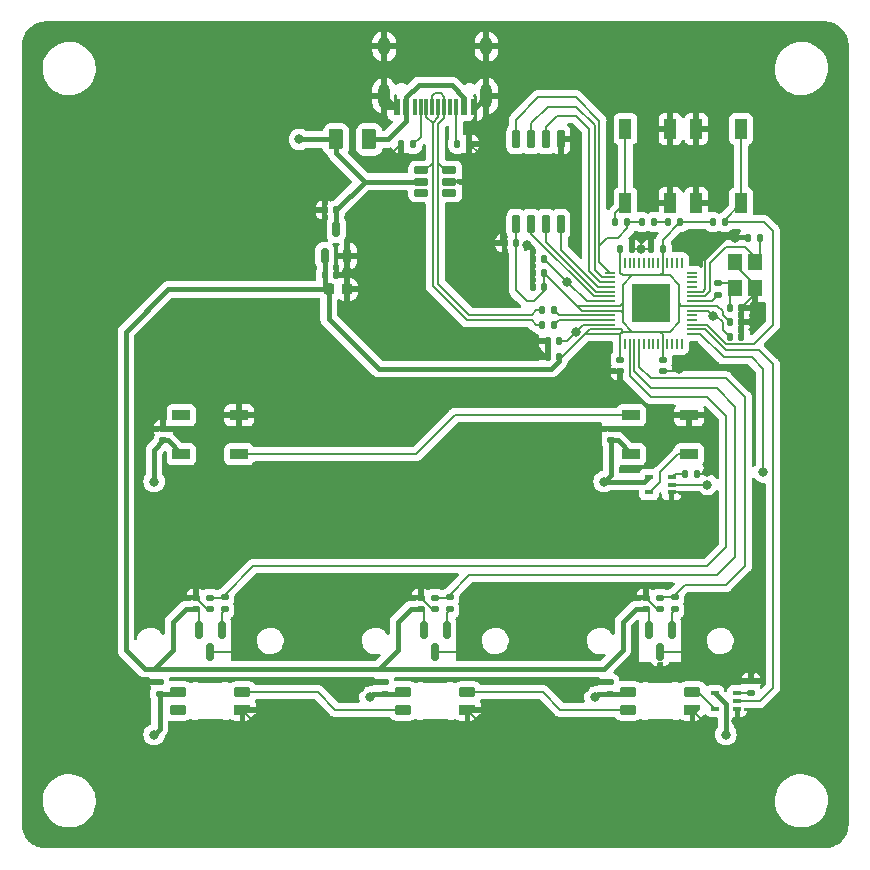
<source format=gbl>
G04 #@! TF.GenerationSoftware,KiCad,Pcbnew,7.0.9*
G04 #@! TF.CreationDate,2023-11-15T15:13:25+00:00*
G04 #@! TF.ProjectId,analog,616e616c-6f67-42e6-9b69-6361645f7063,1*
G04 #@! TF.SameCoordinates,Original*
G04 #@! TF.FileFunction,Copper,L2,Bot*
G04 #@! TF.FilePolarity,Positive*
%FSLAX46Y46*%
G04 Gerber Fmt 4.6, Leading zero omitted, Abs format (unit mm)*
G04 Created by KiCad (PCBNEW 7.0.9) date 2023-11-15 15:13:25*
%MOMM*%
%LPD*%
G01*
G04 APERTURE LIST*
G04 Aperture macros list*
%AMRoundRect*
0 Rectangle with rounded corners*
0 $1 Rounding radius*
0 $2 $3 $4 $5 $6 $7 $8 $9 X,Y pos of 4 corners*
0 Add a 4 corners polygon primitive as box body*
4,1,4,$2,$3,$4,$5,$6,$7,$8,$9,$2,$3,0*
0 Add four circle primitives for the rounded corners*
1,1,$1+$1,$2,$3*
1,1,$1+$1,$4,$5*
1,1,$1+$1,$6,$7*
1,1,$1+$1,$8,$9*
0 Add four rect primitives between the rounded corners*
20,1,$1+$1,$2,$3,$4,$5,0*
20,1,$1+$1,$4,$5,$6,$7,0*
20,1,$1+$1,$6,$7,$8,$9,0*
20,1,$1+$1,$8,$9,$2,$3,0*%
%AMFreePoly0*
4,1,18,-0.410000,0.593000,-0.403758,0.624380,-0.385983,0.650983,-0.359380,0.668758,-0.328000,0.675000,0.328000,0.675000,0.359380,0.668758,0.385983,0.650983,0.403758,0.624380,0.410000,0.593000,0.410000,-0.593000,0.403758,-0.624380,0.385983,-0.650983,0.359380,-0.668758,0.328000,-0.675000,0.000000,-0.675000,-0.410000,-0.265000,-0.410000,0.593000,-0.410000,0.593000,$1*%
G04 Aperture macros list end*
G04 #@! TA.AperFunction,SMDPad,CuDef*
%ADD10RoundRect,0.150000X0.150000X-0.587500X0.150000X0.587500X-0.150000X0.587500X-0.150000X-0.587500X0*%
G04 #@! TD*
G04 #@! TA.AperFunction,SMDPad,CuDef*
%ADD11RoundRect,0.150000X-0.150000X0.650000X-0.150000X-0.650000X0.150000X-0.650000X0.150000X0.650000X0*%
G04 #@! TD*
G04 #@! TA.AperFunction,SMDPad,CuDef*
%ADD12RoundRect,0.140000X0.170000X-0.140000X0.170000X0.140000X-0.170000X0.140000X-0.170000X-0.140000X0*%
G04 #@! TD*
G04 #@! TA.AperFunction,SMDPad,CuDef*
%ADD13RoundRect,0.250000X-0.375000X-0.625000X0.375000X-0.625000X0.375000X0.625000X-0.375000X0.625000X0*%
G04 #@! TD*
G04 #@! TA.AperFunction,SMDPad,CuDef*
%ADD14RoundRect,0.140000X-0.170000X0.140000X-0.170000X-0.140000X0.170000X-0.140000X0.170000X0.140000X0*%
G04 #@! TD*
G04 #@! TA.AperFunction,SMDPad,CuDef*
%ADD15RoundRect,0.135000X-0.135000X-0.185000X0.135000X-0.185000X0.135000X0.185000X-0.135000X0.185000X0*%
G04 #@! TD*
G04 #@! TA.AperFunction,SMDPad,CuDef*
%ADD16RoundRect,0.140000X0.140000X0.170000X-0.140000X0.170000X-0.140000X-0.170000X0.140000X-0.170000X0*%
G04 #@! TD*
G04 #@! TA.AperFunction,SMDPad,CuDef*
%ADD17R,1.500000X0.900000*%
G04 #@! TD*
G04 #@! TA.AperFunction,SMDPad,CuDef*
%ADD18RoundRect,0.225000X-0.225000X-0.250000X0.225000X-0.250000X0.225000X0.250000X-0.225000X0.250000X0*%
G04 #@! TD*
G04 #@! TA.AperFunction,SMDPad,CuDef*
%ADD19RoundRect,0.135000X0.135000X0.185000X-0.135000X0.185000X-0.135000X-0.185000X0.135000X-0.185000X0*%
G04 #@! TD*
G04 #@! TA.AperFunction,SMDPad,CuDef*
%ADD20R,1.200000X1.400000*%
G04 #@! TD*
G04 #@! TA.AperFunction,SMDPad,CuDef*
%ADD21R,0.650000X0.400000*%
G04 #@! TD*
G04 #@! TA.AperFunction,SMDPad,CuDef*
%ADD22RoundRect,0.150000X0.150000X-0.512500X0.150000X0.512500X-0.150000X0.512500X-0.150000X-0.512500X0*%
G04 #@! TD*
G04 #@! TA.AperFunction,SMDPad,CuDef*
%ADD23RoundRect,0.135000X0.185000X-0.135000X0.185000X0.135000X-0.185000X0.135000X-0.185000X-0.135000X0*%
G04 #@! TD*
G04 #@! TA.AperFunction,SMDPad,CuDef*
%ADD24RoundRect,0.150000X0.475000X0.150000X-0.475000X0.150000X-0.475000X-0.150000X0.475000X-0.150000X0*%
G04 #@! TD*
G04 #@! TA.AperFunction,SMDPad,CuDef*
%ADD25R,1.000000X1.700000*%
G04 #@! TD*
G04 #@! TA.AperFunction,SMDPad,CuDef*
%ADD26RoundRect,0.140000X-0.140000X-0.170000X0.140000X-0.170000X0.140000X0.170000X-0.140000X0.170000X0*%
G04 #@! TD*
G04 #@! TA.AperFunction,SMDPad,CuDef*
%ADD27RoundRect,0.082000X0.593000X-0.328000X0.593000X0.328000X-0.593000X0.328000X-0.593000X-0.328000X0*%
G04 #@! TD*
G04 #@! TA.AperFunction,SMDPad,CuDef*
%ADD28FreePoly0,90.000000*%
G04 #@! TD*
G04 #@! TA.AperFunction,SMDPad,CuDef*
%ADD29R,0.600000X1.450000*%
G04 #@! TD*
G04 #@! TA.AperFunction,SMDPad,CuDef*
%ADD30R,0.300000X1.450000*%
G04 #@! TD*
G04 #@! TA.AperFunction,ComponentPad*
%ADD31O,1.000000X1.600000*%
G04 #@! TD*
G04 #@! TA.AperFunction,ComponentPad*
%ADD32O,1.000000X2.100000*%
G04 #@! TD*
G04 #@! TA.AperFunction,SMDPad,CuDef*
%ADD33RoundRect,0.135000X-0.185000X0.135000X-0.185000X-0.135000X0.185000X-0.135000X0.185000X0.135000X0*%
G04 #@! TD*
G04 #@! TA.AperFunction,SMDPad,CuDef*
%ADD34RoundRect,0.050000X-0.050000X0.387500X-0.050000X-0.387500X0.050000X-0.387500X0.050000X0.387500X0*%
G04 #@! TD*
G04 #@! TA.AperFunction,SMDPad,CuDef*
%ADD35RoundRect,0.050000X-0.387500X0.050000X-0.387500X-0.050000X0.387500X-0.050000X0.387500X0.050000X0*%
G04 #@! TD*
G04 #@! TA.AperFunction,SMDPad,CuDef*
%ADD36R,3.200000X3.200000*%
G04 #@! TD*
G04 #@! TA.AperFunction,ViaPad*
%ADD37C,0.800000*%
G04 #@! TD*
G04 #@! TA.AperFunction,Conductor*
%ADD38C,0.200000*%
G04 #@! TD*
G04 #@! TA.AperFunction,Conductor*
%ADD39C,0.400000*%
G04 #@! TD*
G04 APERTURE END LIST*
D10*
X68900000Y-67325000D03*
X70800000Y-67325000D03*
X69850000Y-69200000D03*
X49850000Y-67325000D03*
X51750000Y-67325000D03*
X50800000Y-69200000D03*
X30799984Y-67325000D03*
X32699984Y-67325000D03*
X31749984Y-69200000D03*
D11*
X57626250Y-25768750D03*
X58896250Y-25768750D03*
X60166250Y-25768750D03*
X61436250Y-25768750D03*
X61436250Y-32968750D03*
X60166250Y-32968750D03*
X58896250Y-32968750D03*
X57626250Y-32968750D03*
D12*
X49579995Y-65567500D03*
X49579995Y-64607500D03*
D13*
X42400000Y-25800000D03*
X45200000Y-25800000D03*
D14*
X46505346Y-71773806D03*
X46505346Y-72733806D03*
D15*
X66049358Y-32800000D03*
X67069358Y-32800000D03*
D16*
X61285000Y-42862500D03*
X60325000Y-42862500D03*
D17*
X29300000Y-52450000D03*
X29300000Y-49150000D03*
X34200000Y-49150000D03*
X34200000Y-52450000D03*
D14*
X70056250Y-44450000D03*
X70056250Y-45410000D03*
D16*
X61285000Y-44251557D03*
X60325000Y-44251557D03*
D18*
X41768750Y-38493750D03*
X43318750Y-38493750D03*
D16*
X76670543Y-40084366D03*
X75710543Y-40084366D03*
X70056250Y-35061382D03*
X69096250Y-35061382D03*
D15*
X74290000Y-32800000D03*
X75310000Y-32800000D03*
D19*
X48928750Y-26193750D03*
X47908750Y-26193750D03*
D20*
X76143750Y-38406250D03*
X76143750Y-36206250D03*
X77843750Y-36206250D03*
X77843750Y-38406250D03*
D21*
X70800000Y-54367102D03*
X70800000Y-55017102D03*
X70800000Y-55667102D03*
X68900000Y-55667102D03*
X68900000Y-54367102D03*
D14*
X65682825Y-50320000D03*
X65682825Y-51280000D03*
D16*
X60011250Y-38298427D03*
X59051250Y-38298427D03*
D22*
X43350000Y-35662500D03*
X41450000Y-35662500D03*
X42400000Y-33387500D03*
D12*
X69850000Y-65567500D03*
X69850000Y-64607500D03*
D23*
X71070005Y-65597500D03*
X71070005Y-64577500D03*
D24*
X51975000Y-28418750D03*
X51975000Y-29368750D03*
X51975000Y-30318750D03*
X49625000Y-30318750D03*
X49625000Y-29368750D03*
X49625000Y-28418750D03*
D23*
X77540316Y-72692500D03*
X77540316Y-71672500D03*
D16*
X57632335Y-34593750D03*
X56672335Y-34593750D03*
D12*
X50800000Y-65567500D03*
X50800000Y-64607500D03*
D16*
X60011250Y-37107801D03*
X59051250Y-37107801D03*
X60011250Y-35917175D03*
X59051250Y-35917175D03*
D14*
X66456250Y-44450000D03*
X66456250Y-45410000D03*
D25*
X70700000Y-31200000D03*
X70700000Y-24900000D03*
X66900000Y-31200000D03*
X66900000Y-24900000D03*
D15*
X59815000Y-40277929D03*
X60835000Y-40277929D03*
D14*
X65555346Y-71773806D03*
X65555346Y-72733806D03*
D16*
X42402768Y-31800000D03*
X41442768Y-31800000D03*
D19*
X69310000Y-32800000D03*
X68290000Y-32800000D03*
X71550642Y-32800000D03*
X70530642Y-32800000D03*
D25*
X72900000Y-24900000D03*
X72900000Y-31200000D03*
X76700000Y-24900000D03*
X76700000Y-31200000D03*
D21*
X76356250Y-72692500D03*
X76356250Y-73342500D03*
X76356250Y-73992500D03*
X74456250Y-73992500D03*
X74456250Y-72692500D03*
D26*
X66456250Y-35061382D03*
X67416250Y-35061382D03*
X77307500Y-34131250D03*
X78267500Y-34131250D03*
D27*
X67125000Y-72592500D03*
X67125000Y-74092500D03*
X72575000Y-72592500D03*
D28*
X72575000Y-74092500D03*
D12*
X68629995Y-65567500D03*
X68629995Y-64607500D03*
D15*
X52671250Y-26193750D03*
X53691250Y-26193750D03*
D29*
X47550000Y-23020000D03*
X48350000Y-23020000D03*
D30*
X49550000Y-23020000D03*
X50550000Y-23020000D03*
X51050000Y-23020000D03*
X52050000Y-23020000D03*
D29*
X53250000Y-23020000D03*
X54050000Y-23020000D03*
X54050000Y-23020000D03*
X53250000Y-23020000D03*
D30*
X52550000Y-23020000D03*
X51550000Y-23020000D03*
X50050000Y-23020000D03*
X49050000Y-23020000D03*
D29*
X48350000Y-23020000D03*
X47550000Y-23020000D03*
D31*
X46480000Y-17925000D03*
D32*
X46480000Y-22105000D03*
D31*
X55120000Y-17925000D03*
D32*
X55120000Y-22105000D03*
D33*
X74737261Y-37957920D03*
X74737261Y-38977920D03*
D26*
X75710543Y-41274992D03*
X76670543Y-41274992D03*
X75710543Y-42490618D03*
X76670543Y-42490618D03*
D34*
X66456250Y-36250000D03*
X66856250Y-36250000D03*
X67256250Y-36250000D03*
X67656250Y-36250000D03*
X68056250Y-36250000D03*
X68456250Y-36250000D03*
X68856250Y-36250000D03*
X69256250Y-36250000D03*
X69656250Y-36250000D03*
X70056250Y-36250000D03*
X70456250Y-36250000D03*
X70856250Y-36250000D03*
X71256250Y-36250000D03*
X71656250Y-36250000D03*
D35*
X72493750Y-37087500D03*
X72493750Y-37487500D03*
X72493750Y-37887500D03*
X72493750Y-38287500D03*
X72493750Y-38687500D03*
X72493750Y-39087500D03*
X72493750Y-39487500D03*
X72493750Y-39887500D03*
X72493750Y-40287500D03*
X72493750Y-40687500D03*
X72493750Y-41087500D03*
X72493750Y-41487500D03*
X72493750Y-41887500D03*
X72493750Y-42287500D03*
D34*
X71656250Y-43125000D03*
X71256250Y-43125000D03*
X70856250Y-43125000D03*
X70456250Y-43125000D03*
X70056250Y-43125000D03*
X69656250Y-43125000D03*
X69256250Y-43125000D03*
X68856250Y-43125000D03*
X68456250Y-43125000D03*
X68056250Y-43125000D03*
X67656250Y-43125000D03*
X67256250Y-43125000D03*
X66856250Y-43125000D03*
X66456250Y-43125000D03*
D35*
X65618750Y-42287500D03*
X65618750Y-41887500D03*
X65618750Y-41487500D03*
X65618750Y-41087500D03*
X65618750Y-40687500D03*
X65618750Y-40287500D03*
X65618750Y-39887500D03*
X65618750Y-39487500D03*
X65618750Y-39087500D03*
X65618750Y-38687500D03*
X65618750Y-38287500D03*
X65618750Y-37887500D03*
X65618750Y-37487500D03*
X65618750Y-37087500D03*
D36*
X69056250Y-39687500D03*
D14*
X27780361Y-50320000D03*
X27780361Y-51280000D03*
D15*
X59815000Y-41503222D03*
X60835000Y-41503222D03*
D27*
X29025000Y-72592500D03*
X29025000Y-74092500D03*
X34475000Y-72592500D03*
D28*
X34475000Y-74092500D03*
D23*
X52020005Y-65597500D03*
X52020005Y-64577500D03*
D14*
X27455346Y-71773806D03*
X27455346Y-72733806D03*
D15*
X71910483Y-54099332D03*
X72930483Y-54099332D03*
D17*
X67400000Y-52450000D03*
X67400000Y-49150000D03*
X72300000Y-49150000D03*
X72300000Y-52450000D03*
D27*
X48075000Y-72592500D03*
X48075000Y-74092500D03*
X53525000Y-72592500D03*
D28*
X53525000Y-74092500D03*
D12*
X30529995Y-65567500D03*
X30529995Y-64607500D03*
D23*
X32970005Y-65597500D03*
X32970005Y-64577500D03*
D26*
X41452008Y-37267151D03*
X42412008Y-37267151D03*
D12*
X31750000Y-65567500D03*
X31750000Y-64607500D03*
D37*
X73818750Y-75000000D03*
X68256250Y-35061382D03*
X65087500Y-45243750D03*
X29368750Y-64293750D03*
X72231250Y-69056250D03*
X77589085Y-41274992D03*
X71437500Y-45243750D03*
X68056250Y-40687500D03*
X58737500Y-42862500D03*
X44450000Y-72231250D03*
X77787500Y-70643750D03*
X35718750Y-75000000D03*
X70056250Y-38687500D03*
X61436250Y-27781250D03*
X43337500Y-36906250D03*
X56356250Y-33337500D03*
X76234040Y-75000000D03*
X68800000Y-31200000D03*
X34200000Y-50800000D03*
X58539069Y-34726549D03*
X67468750Y-64293750D03*
X54768750Y-75000000D03*
X54768750Y-26987500D03*
X34131250Y-69056250D03*
X29368732Y-50800000D03*
X68056250Y-38687500D03*
X48418750Y-64293750D03*
X73818750Y-56356250D03*
X53181250Y-69056250D03*
X69056250Y-39687500D03*
X74800000Y-31200000D03*
X76200000Y-34131250D03*
X40162500Y-31350000D03*
X63500000Y-72231250D03*
X25400000Y-72231250D03*
X46831250Y-26987500D03*
X67468764Y-50800000D03*
X72300000Y-50800000D03*
X70056250Y-40687500D03*
X53975000Y-29368750D03*
X73818750Y-53975000D03*
X45243750Y-73025000D03*
X26987500Y-54768750D03*
X26987500Y-76200000D03*
X39300000Y-25800000D03*
X65087500Y-54768750D03*
X75406250Y-76200000D03*
X64293750Y-73025000D03*
X62706250Y-42068750D03*
X61970653Y-37843408D03*
X74330009Y-40709685D03*
X73818750Y-55017102D03*
X78581250Y-53975000D03*
D38*
X63479691Y-42287500D02*
X61515634Y-44251557D01*
D39*
X41450000Y-37265143D02*
X41452008Y-37267151D01*
D38*
X75130543Y-40694992D02*
X75710543Y-41274992D01*
X60011250Y-37107801D02*
X60011250Y-38298427D01*
X70056250Y-35061382D02*
X70056250Y-34294392D01*
X66675000Y-38100000D02*
X66675000Y-39687500D01*
X30800000Y-67325000D02*
X30800000Y-65837505D01*
D39*
X46037500Y-70643750D02*
X47625000Y-69056250D01*
D38*
X66475000Y-39887500D02*
X66675000Y-39687500D01*
D39*
X65087500Y-70643750D02*
X66675000Y-69056250D01*
X29682500Y-65567500D02*
X30529995Y-65567500D01*
D38*
X70056250Y-36250000D02*
X70056250Y-35061382D01*
D39*
X67782500Y-65567500D02*
X68629995Y-65567500D01*
D38*
X61515634Y-44251557D02*
X61285000Y-44251557D01*
X57632335Y-32974835D02*
X57626250Y-32968750D01*
X74661593Y-39887500D02*
X75130543Y-40356450D01*
X66456250Y-43125000D02*
X66456250Y-42287500D01*
D39*
X26987500Y-70643750D02*
X28575000Y-69056250D01*
D38*
X66675000Y-40481250D02*
X66675000Y-41275000D01*
D39*
X47625000Y-66675000D02*
X48732500Y-65567500D01*
D38*
X71437500Y-41275000D02*
X71437500Y-39687500D01*
X66456250Y-37087500D02*
X66675000Y-37306250D01*
X57632335Y-38582335D02*
X57632351Y-38582335D01*
X75130543Y-40356450D02*
X75130543Y-40694992D01*
D39*
X61285000Y-44561556D02*
X61285000Y-44251557D01*
D38*
X65618750Y-39887500D02*
X62790949Y-39887500D01*
X66675000Y-39687500D02*
X66675000Y-40481250D01*
X60011250Y-38612185D02*
X60011250Y-38298427D01*
X63879691Y-41887500D02*
X63479691Y-42287500D01*
D39*
X26193750Y-70643750D02*
X26987500Y-70643750D01*
D38*
X71637500Y-39887500D02*
X71437500Y-39687500D01*
X66675000Y-41275000D02*
X67468750Y-42068750D01*
X71437500Y-39687500D02*
X71437500Y-38100000D01*
X72493750Y-39887500D02*
X71637500Y-39887500D01*
X49840937Y-67315937D02*
X49850000Y-67325000D01*
D39*
X41450000Y-35662500D02*
X41450000Y-37265143D01*
X66675000Y-66675000D02*
X67782500Y-65567500D01*
D38*
X70643750Y-37306250D02*
X69850000Y-37306250D01*
X66493750Y-41887500D02*
X65618750Y-41887500D01*
X66456250Y-36250000D02*
X66456250Y-37087500D01*
X66675000Y-37306250D02*
X67468750Y-37306250D01*
X69850000Y-37306250D02*
X67468750Y-37306250D01*
X71550642Y-32800000D02*
X74290000Y-32800000D01*
X66456250Y-35061382D02*
X66456250Y-36250000D01*
X70056250Y-36250000D02*
X70056250Y-37100000D01*
X65618750Y-40287500D02*
X66481250Y-40287500D01*
D39*
X41452008Y-37267151D02*
X41452008Y-38177008D01*
D38*
X70056250Y-37100000D02*
X69850000Y-37306250D01*
X70056250Y-43125000D02*
X70056250Y-42275000D01*
X49850000Y-65837505D02*
X49579995Y-65567500D01*
X30800000Y-65837505D02*
X30529995Y-65567500D01*
X70056250Y-42275000D02*
X69850000Y-42068750D01*
X65618750Y-42287500D02*
X66456250Y-42287500D01*
X71437500Y-38100000D02*
X70643750Y-37306250D01*
X66456250Y-43125000D02*
X66456250Y-44450000D01*
X67468750Y-42068750D02*
X69850000Y-42068750D01*
D39*
X24606250Y-69056250D02*
X26193750Y-70643750D01*
D38*
X66481250Y-40287500D02*
X66675000Y-40481250D01*
D39*
X28181250Y-38493750D02*
X41768750Y-38493750D01*
D38*
X63190949Y-40287500D02*
X62790949Y-39887500D01*
X67468750Y-37306250D02*
X66675000Y-38100000D01*
D39*
X28575000Y-69056250D02*
X28575000Y-66675000D01*
X46037500Y-45243750D02*
X60602806Y-45243750D01*
D38*
X68900000Y-65837505D02*
X68629995Y-65567500D01*
D39*
X28575000Y-66675000D02*
X29682500Y-65567500D01*
D38*
X69850000Y-42068750D02*
X70643750Y-42068750D01*
X70056250Y-34294392D02*
X71550642Y-32800000D01*
X65618750Y-42287500D02*
X63479691Y-42287500D01*
X65618750Y-39887500D02*
X66475000Y-39887500D01*
X68890937Y-67315937D02*
X68900000Y-67325000D01*
D39*
X41452008Y-38177008D02*
X41768750Y-38493750D01*
D38*
X62790949Y-39887500D02*
X60011250Y-37107801D01*
D39*
X41768750Y-40975000D02*
X41768750Y-38493750D01*
D38*
X65618750Y-40287500D02*
X63190949Y-40287500D01*
X66456250Y-42287500D02*
X66675000Y-42068750D01*
D39*
X24606250Y-42068750D02*
X24606250Y-69056250D01*
D38*
X57632335Y-38582335D02*
X57632335Y-34593750D01*
X57632335Y-34593750D02*
X57632335Y-32974835D01*
X72493750Y-39887500D02*
X74661593Y-39887500D01*
D39*
X26987500Y-70643750D02*
X46037500Y-70643750D01*
X48732500Y-65567500D02*
X49579995Y-65567500D01*
D38*
X70056250Y-44450000D02*
X70056250Y-43125000D01*
D39*
X66675000Y-69056250D02*
X66675000Y-66675000D01*
D38*
X66675000Y-42068750D02*
X67468750Y-42068750D01*
X68900000Y-67325000D02*
X68900000Y-65837505D01*
D39*
X46037500Y-45243750D02*
X41768750Y-40975000D01*
D38*
X59134382Y-39489053D02*
X60011250Y-38612185D01*
X58539069Y-39489053D02*
X59134382Y-39489053D01*
X49850000Y-67325000D02*
X49850000Y-65837505D01*
X57632351Y-38582335D02*
X58539069Y-39489053D01*
X30800000Y-65576563D02*
X30790937Y-65567500D01*
D39*
X60602806Y-45243750D02*
X61285000Y-44561556D01*
D38*
X65618750Y-41887500D02*
X63879691Y-41887500D01*
X70643750Y-42068750D02*
X71437500Y-41275000D01*
D39*
X47625000Y-69056250D02*
X47625000Y-66675000D01*
X46037500Y-70643750D02*
X65087500Y-70643750D01*
D38*
X66675000Y-42068750D02*
X66493750Y-41887500D01*
D39*
X24606250Y-42068750D02*
X28181250Y-38493750D01*
D38*
X56356250Y-34277665D02*
X56356250Y-33337500D01*
X73482500Y-75000000D02*
X73818750Y-75000000D01*
X50800000Y-65567500D02*
X50539995Y-65567500D01*
D39*
X43350000Y-35662500D02*
X43350000Y-36893750D01*
D38*
X35382500Y-75000000D02*
X35718750Y-75000000D01*
D39*
X27780361Y-50320000D02*
X28888732Y-50320000D01*
D38*
X50539995Y-65567500D02*
X49579995Y-64607500D01*
X53037500Y-69200000D02*
X53181250Y-69056250D01*
X77307500Y-34131250D02*
X76200000Y-34131250D01*
X25857444Y-71773806D02*
X25400000Y-72231250D01*
X72575000Y-74092500D02*
X73482500Y-75000000D01*
X73694418Y-54099332D02*
X73818750Y-53975000D01*
D39*
X60325000Y-44251557D02*
X60126557Y-44251557D01*
D38*
X53525000Y-74092500D02*
X54432500Y-75000000D01*
D39*
X43318750Y-38493750D02*
X43318750Y-36925000D01*
D38*
X69850000Y-65567500D02*
X69589995Y-65567500D01*
D39*
X47395000Y-23020000D02*
X46480000Y-22105000D01*
D38*
X70056250Y-45410000D02*
X71271250Y-45410000D01*
X76670543Y-42490618D02*
X76670543Y-41274992D01*
X61436250Y-25768750D02*
X61436250Y-27781250D01*
X31750000Y-69200000D02*
X33987500Y-69200000D01*
X77843750Y-38911159D02*
X77843750Y-38406250D01*
X67416250Y-35061382D02*
X68256250Y-35061382D01*
X56672335Y-34593750D02*
X56356250Y-34277665D01*
D39*
X60126557Y-44251557D02*
X58737500Y-42862500D01*
D38*
X59051250Y-37107801D02*
X59051250Y-35917175D01*
D39*
X66988764Y-50320000D02*
X67468764Y-50800000D01*
D38*
X59051250Y-35238730D02*
X58539069Y-34726549D01*
D39*
X41442768Y-31800000D02*
X40612500Y-31800000D01*
D38*
X50800000Y-65567500D02*
X50800000Y-65566563D01*
X77540316Y-70890934D02*
X77787500Y-70643750D01*
X76143750Y-36206250D02*
X76143750Y-36456250D01*
X34200000Y-49150000D02*
X34200000Y-50800000D01*
X75502830Y-34131250D02*
X76200000Y-34131250D01*
X30529995Y-64607500D02*
X29682500Y-64607500D01*
X70700000Y-31200000D02*
X68800000Y-31200000D01*
X34475000Y-74092500D02*
X35382500Y-75000000D01*
X47115000Y-26987500D02*
X46831250Y-26987500D01*
X47908750Y-26193750D02*
X47115000Y-26987500D01*
X69850000Y-65567500D02*
X69850000Y-65566563D01*
X70800000Y-55667102D02*
X73129602Y-55667102D01*
X46505346Y-71773806D02*
X44907444Y-71773806D01*
X72900000Y-31200000D02*
X74800000Y-31200000D01*
D39*
X60325000Y-44251557D02*
X60325000Y-42862500D01*
D38*
X76670543Y-40084366D02*
X77843750Y-38911159D01*
X54432500Y-75000000D02*
X54768750Y-75000000D01*
X73651187Y-35982893D02*
X75502830Y-34131250D01*
D39*
X46480000Y-22105000D02*
X46480000Y-17925000D01*
D38*
X31489995Y-65567500D02*
X30529995Y-64607500D01*
X65253750Y-45410000D02*
X65087500Y-45243750D01*
X66456250Y-45410000D02*
X65253750Y-45410000D01*
D39*
X65682825Y-50320000D02*
X66988764Y-50320000D01*
D38*
X76356250Y-73992500D02*
X76356250Y-74877790D01*
X44907444Y-71773806D02*
X44450000Y-72231250D01*
D39*
X54050000Y-23020000D02*
X54205000Y-23020000D01*
D38*
X71271250Y-45410000D02*
X71437500Y-45243750D01*
D39*
X43350000Y-36893750D02*
X43337500Y-36906250D01*
D38*
X76143750Y-36456250D02*
X77843750Y-38156250D01*
X31750000Y-65567500D02*
X31489995Y-65567500D01*
X70700000Y-24900000D02*
X70700000Y-31200000D01*
X29682500Y-64607500D02*
X29368750Y-64293750D01*
X76670543Y-41274992D02*
X77589085Y-41274992D01*
X76356250Y-74877790D02*
X76234040Y-75000000D01*
X59051250Y-38298427D02*
X59051250Y-37107801D01*
X77540316Y-71672500D02*
X77540316Y-70890934D01*
X73651187Y-38495627D02*
X73651187Y-35982893D01*
X33987500Y-69200000D02*
X34131250Y-69056250D01*
X72900000Y-31200000D02*
X72900000Y-24900000D01*
X72493750Y-38687500D02*
X73459314Y-38687500D01*
X67782500Y-64607500D02*
X67468750Y-64293750D01*
D39*
X43318750Y-36925000D02*
X43337500Y-36906250D01*
D38*
X76670543Y-40084366D02*
X76670543Y-41274992D01*
D39*
X28888732Y-50320000D02*
X29368732Y-50800000D01*
D38*
X69589995Y-65567500D02*
X68629995Y-64607500D01*
D39*
X42976599Y-37267151D02*
X43337500Y-36906250D01*
D38*
X76670543Y-39959446D02*
X76837340Y-39959446D01*
X54485000Y-26987500D02*
X54768750Y-26987500D01*
X65555346Y-71773806D02*
X63957444Y-71773806D01*
X49579995Y-64607500D02*
X48732500Y-64607500D01*
D39*
X54205000Y-23020000D02*
X55120000Y-22105000D01*
D38*
X63957444Y-71773806D02*
X63500000Y-72231250D01*
X73459314Y-38687500D02*
X73651187Y-38495627D01*
D39*
X55120000Y-22105000D02*
X55120000Y-17925000D01*
D38*
X73129602Y-55667102D02*
X73818750Y-56356250D01*
X68629995Y-64607500D02*
X67782500Y-64607500D01*
X72087500Y-69200000D02*
X72231250Y-69056250D01*
X72300000Y-49150000D02*
X72300000Y-50800000D01*
X31750000Y-65567500D02*
X31750000Y-65566563D01*
X72930483Y-54099332D02*
X73694418Y-54099332D01*
X51975000Y-29368750D02*
X53975000Y-29368750D01*
D39*
X47550000Y-23020000D02*
X47395000Y-23020000D01*
D38*
X53691250Y-26193750D02*
X54485000Y-26987500D01*
X48732500Y-64607500D02*
X48418750Y-64293750D01*
X77843750Y-38156250D02*
X77843750Y-38406250D01*
D39*
X42412008Y-37267151D02*
X42976599Y-37267151D01*
X46480000Y-17925000D02*
X55120000Y-17925000D01*
D38*
X59051250Y-35917175D02*
X59051250Y-35238730D01*
X69850000Y-69200000D02*
X72087500Y-69200000D01*
X27455346Y-71773806D02*
X25857444Y-71773806D01*
D39*
X40612500Y-31800000D02*
X40162500Y-31350000D01*
X60325000Y-42862500D02*
X58737500Y-42862500D01*
D38*
X50800000Y-69200000D02*
X53037500Y-69200000D01*
X69096250Y-35061382D02*
X68256250Y-35061382D01*
D39*
X68900000Y-54367102D02*
X68498352Y-54768750D01*
X28883694Y-72733806D02*
X29025000Y-72592500D01*
X45534944Y-72733806D02*
X46505346Y-72733806D01*
X27780361Y-51280000D02*
X28130000Y-51280000D01*
X75406250Y-73642500D02*
X74456250Y-72692500D01*
X27455346Y-75732154D02*
X27455346Y-72733806D01*
X65555346Y-72733806D02*
X66983694Y-72733806D01*
X44834018Y-29368750D02*
X42400000Y-26934732D01*
X26987500Y-52072861D02*
X26987500Y-54768750D01*
X44834018Y-29368750D02*
X49625000Y-29368750D01*
X27455346Y-72733806D02*
X28883694Y-72733806D01*
X64584944Y-72733806D02*
X64293750Y-73025000D01*
X75406250Y-76200000D02*
X75406250Y-73642500D01*
X42400000Y-26934732D02*
X42400000Y-25800000D01*
X28130000Y-51280000D02*
X29300000Y-52450000D01*
X65555346Y-72733806D02*
X64584944Y-72733806D01*
X26987500Y-76200000D02*
X27455346Y-75732154D01*
X42400000Y-31802768D02*
X42402768Y-31800000D01*
X68498352Y-54768750D02*
X65087500Y-54768750D01*
X66983694Y-72733806D02*
X67125000Y-72592500D01*
X66230000Y-51280000D02*
X67400000Y-52450000D01*
X27780361Y-51280000D02*
X26987500Y-52072861D01*
X42400000Y-25800000D02*
X39300000Y-25800000D01*
X45243750Y-73025000D02*
X45534944Y-72733806D01*
X42400000Y-33387500D02*
X42400000Y-31802768D01*
X65087500Y-54768750D02*
X65682825Y-54173425D01*
X42402768Y-31800000D02*
X44834018Y-29368750D01*
X65682825Y-51280000D02*
X66230000Y-51280000D01*
X46505346Y-72733806D02*
X47933694Y-72733806D01*
X65682825Y-54173425D02*
X65682825Y-51280000D01*
X47933694Y-72733806D02*
X48075000Y-72592500D01*
D38*
X71070005Y-64577500D02*
X71070005Y-64337607D01*
X69880000Y-64577500D02*
X71070005Y-64577500D01*
X71070005Y-64337607D02*
X71907612Y-63500000D01*
X75406250Y-63500000D02*
X76993750Y-61912500D01*
X76993750Y-61912500D02*
X76993750Y-47625000D01*
X71907612Y-63500000D02*
X75406250Y-63500000D01*
X75406250Y-46037500D02*
X69056250Y-46037500D01*
X76993750Y-47625000D02*
X75406250Y-46037500D01*
X68056250Y-45037500D02*
X68056250Y-43125000D01*
X69850000Y-64607500D02*
X69880000Y-64577500D01*
X69056250Y-46037500D02*
X68056250Y-45037500D01*
X69056250Y-46831250D02*
X74612500Y-46831250D01*
X76200000Y-61118750D02*
X74612500Y-62706250D01*
X50830000Y-64577500D02*
X50800000Y-64607500D01*
X67656250Y-45431250D02*
X69056250Y-46831250D01*
X76200000Y-48418750D02*
X76200000Y-61118750D01*
X52020005Y-64577500D02*
X52020005Y-64337607D01*
X52020005Y-64337607D02*
X53651362Y-62706250D01*
X67656250Y-43125000D02*
X67656250Y-45431250D01*
X74612500Y-62706250D02*
X53651362Y-62706250D01*
X74612500Y-46831250D02*
X76200000Y-48418750D01*
X50800000Y-64607500D02*
X51990005Y-64607500D01*
X51990005Y-64607500D02*
X52020005Y-64577500D01*
X67256250Y-45825000D02*
X67256250Y-43125000D01*
X75406250Y-49212500D02*
X73818750Y-47625000D01*
X31750000Y-64607500D02*
X32940005Y-64607500D01*
X32970005Y-64337607D02*
X35395112Y-61912500D01*
X35395112Y-61912500D02*
X73818750Y-61912500D01*
X32940005Y-64607500D02*
X32970005Y-64577500D01*
X75406250Y-60325000D02*
X75406250Y-49212500D01*
X32700112Y-64607500D02*
X32730112Y-64577500D01*
X73818750Y-47625000D02*
X69056250Y-47625000D01*
X32970005Y-64577500D02*
X32970005Y-64337607D01*
X73818750Y-61912500D02*
X75406250Y-60325000D01*
X69056250Y-47625000D02*
X67256250Y-45825000D01*
X65618750Y-39487500D02*
X63614745Y-39487500D01*
X63614745Y-39487500D02*
X61970653Y-37843408D01*
X60044420Y-35917175D02*
X60011250Y-35917175D01*
X61970653Y-37843408D02*
X60044420Y-35917175D01*
X74330009Y-40709685D02*
X73907824Y-40287500D01*
X74330009Y-40709685D02*
X74565236Y-40709685D01*
X75130543Y-41910618D02*
X75710543Y-42490618D01*
X73907824Y-40287500D02*
X72493750Y-40287500D01*
X63287500Y-41487500D02*
X62706250Y-42068750D01*
X74565236Y-40709685D02*
X75130543Y-41274992D01*
X75130543Y-41274992D02*
X75130543Y-41910618D01*
X65618750Y-41487500D02*
X63287500Y-41487500D01*
X61285000Y-42862500D02*
X61912500Y-42862500D01*
X61912500Y-42862500D02*
X62706250Y-42068750D01*
X74051187Y-38661313D02*
X73625000Y-39087500D01*
X75406250Y-34925000D02*
X74051187Y-36280063D01*
X76993750Y-34925000D02*
X75406250Y-34925000D01*
X73625000Y-39087500D02*
X72493750Y-39087500D01*
X77843750Y-36206250D02*
X78267500Y-35782500D01*
X74051187Y-36280063D02*
X74051187Y-38661313D01*
X77843750Y-35775000D02*
X76993750Y-34925000D01*
X78267500Y-35782500D02*
X78267500Y-34131250D01*
X77843750Y-36206250D02*
X77843750Y-35775000D01*
X75710543Y-38839457D02*
X76143750Y-38406250D01*
X74737261Y-37957920D02*
X75695420Y-37957920D01*
X75710543Y-40084366D02*
X75710543Y-38839457D01*
X75695420Y-37957920D02*
X76143750Y-38406250D01*
X68951648Y-55667102D02*
X69850000Y-54768750D01*
X69850000Y-53975000D02*
X71375000Y-52450000D01*
X71375000Y-52450000D02*
X72300000Y-52450000D01*
X69850000Y-54768750D02*
X69850000Y-53975000D01*
X68900000Y-55667102D02*
X68951648Y-55667102D01*
X49150000Y-52450000D02*
X52450000Y-49150000D01*
X34200000Y-52450000D02*
X49150000Y-52450000D01*
X52450000Y-49150000D02*
X67400000Y-49150000D01*
D39*
X48350000Y-24250000D02*
X46800000Y-25800000D01*
X52196093Y-21196288D02*
X49385950Y-21196288D01*
X53250000Y-23020000D02*
X53250000Y-22250195D01*
X53250000Y-22250195D02*
X52196093Y-21196288D01*
X48350000Y-22232238D02*
X48350000Y-23020000D01*
X48350000Y-23020000D02*
X48350000Y-24250000D01*
X49385950Y-21196288D02*
X48350000Y-22232238D01*
X46800000Y-25800000D02*
X45200000Y-25800000D01*
D38*
X48928750Y-26193750D02*
X49550000Y-25572500D01*
X49550000Y-25572500D02*
X49550000Y-23020000D01*
X51662500Y-28418750D02*
X51025000Y-27781250D01*
X51243816Y-21872557D02*
X50813053Y-21872557D01*
X51025000Y-24516226D02*
X51025000Y-27781250D01*
X59815000Y-40277929D02*
X59334999Y-40277929D01*
X51025000Y-27781250D02*
X51025000Y-38006800D01*
X51550000Y-23991226D02*
X51025000Y-24516226D01*
X59334999Y-40277929D02*
X58947352Y-40665576D01*
X51550000Y-23020000D02*
X51550000Y-22178741D01*
X50813053Y-21872557D02*
X50550000Y-22135610D01*
X51975000Y-28418750D02*
X51662500Y-28418750D01*
X51025000Y-38006800D02*
X53683776Y-40665576D01*
X51550000Y-22178741D02*
X51243816Y-21872557D01*
X51550000Y-23020000D02*
X51550000Y-23991226D01*
X50550000Y-22135610D02*
X50550000Y-23020000D01*
X58947352Y-40665576D02*
X53683776Y-40665576D01*
X50050000Y-23020000D02*
X50050000Y-23875540D01*
X50050000Y-23875540D02*
X50575000Y-24400540D01*
X50575000Y-24400540D02*
X50575000Y-27781250D01*
X58947352Y-41115575D02*
X53497375Y-41115575D01*
X49625000Y-28418750D02*
X49937500Y-28418750D01*
X59334999Y-41503222D02*
X58947352Y-41115575D01*
X51050000Y-23020000D02*
X51050000Y-23925540D01*
X50575000Y-27781250D02*
X50575000Y-38193200D01*
X50575000Y-38193200D02*
X53497375Y-41115575D01*
X51050000Y-23925540D02*
X50575000Y-24400540D01*
X49937500Y-28418750D02*
X50575000Y-27781250D01*
X59815000Y-41503222D02*
X59334999Y-41503222D01*
X52550000Y-23020000D02*
X52550000Y-26072500D01*
X52550000Y-26072500D02*
X52671250Y-26193750D01*
X67125000Y-74092500D02*
X61392500Y-74092500D01*
X59892500Y-72592500D02*
X53525000Y-72592500D01*
X61392500Y-74092500D02*
X59892500Y-72592500D01*
X72575000Y-72592500D02*
X73056250Y-72592500D01*
X73056250Y-72592500D02*
X74456250Y-73992500D01*
X48075000Y-74092500D02*
X42342500Y-74092500D01*
X40842500Y-72592500D02*
X34475000Y-72592500D01*
X42342500Y-74092500D02*
X40842500Y-72592500D01*
X61244571Y-40687500D02*
X60835000Y-40277929D01*
X65618750Y-40687500D02*
X61244571Y-40687500D01*
X70830112Y-67294888D02*
X70800000Y-67325000D01*
X70800000Y-67325000D02*
X70800000Y-65867505D01*
X70800000Y-65867505D02*
X71070005Y-65597500D01*
X51780112Y-67294888D02*
X51750000Y-67325000D01*
X51750000Y-65867505D02*
X52020005Y-65597500D01*
X51750000Y-67325000D02*
X51750000Y-65867505D01*
X32700000Y-67325000D02*
X32700000Y-65867505D01*
X32700000Y-65627612D02*
X32730112Y-65597500D01*
X32700000Y-65867505D02*
X32970005Y-65597500D01*
X76356250Y-72692500D02*
X77540316Y-72692500D01*
X69310000Y-32800000D02*
X70530642Y-32800000D01*
X70800000Y-54367102D02*
X71067770Y-54099332D01*
X71067770Y-54099332D02*
X71910483Y-54099332D01*
X74227681Y-39487500D02*
X74737261Y-38977920D01*
X72493750Y-39487500D02*
X74227681Y-39487500D01*
X61250722Y-41087500D02*
X60835000Y-41503222D01*
X65618750Y-41087500D02*
X61250722Y-41087500D01*
X66049358Y-32800000D02*
X66049358Y-32050642D01*
X66900000Y-31200000D02*
X66900000Y-24900000D01*
X66049358Y-32050642D02*
X66900000Y-31200000D01*
X72493750Y-41887500D02*
X73605605Y-41887500D01*
X75374349Y-43656244D02*
X78184398Y-43656244D01*
X73605605Y-41887500D02*
X75374349Y-43656244D01*
X79375000Y-72231250D02*
X78263750Y-73342500D01*
X79375000Y-44846846D02*
X79375000Y-72231250D01*
X78184398Y-43656244D02*
X79375000Y-44846846D01*
X78263750Y-73342500D02*
X76356250Y-73342500D01*
X75310000Y-32590000D02*
X76700000Y-31200000D01*
X76700000Y-31200000D02*
X76700000Y-24900000D01*
X79375000Y-33535899D02*
X78639101Y-32800000D01*
X75384409Y-43100618D02*
X77761882Y-43100618D01*
X79375000Y-41487500D02*
X79375000Y-33535899D01*
X78639101Y-32800000D02*
X75310000Y-32800000D01*
X75310000Y-32800000D02*
X75310000Y-32590000D01*
X77761882Y-43100618D02*
X79375000Y-41487500D01*
X73771291Y-41487500D02*
X75384409Y-43100618D01*
X72493750Y-41487500D02*
X73771291Y-41487500D01*
X59531250Y-22225000D02*
X57626250Y-24130000D01*
X62706250Y-22225000D02*
X59531250Y-22225000D01*
X67069358Y-33340016D02*
X67069358Y-32800000D01*
X64693750Y-34800000D02*
X64693750Y-34131236D01*
X65618750Y-37087500D02*
X64693750Y-36162500D01*
X65362514Y-34131236D02*
X66278138Y-34131236D01*
X66278138Y-34131236D02*
X67069358Y-33340016D01*
X64693750Y-34131236D02*
X64693750Y-33337500D01*
X64693750Y-24212500D02*
X62706250Y-22225000D01*
X57626250Y-24130000D02*
X57626250Y-25768750D01*
X64693750Y-33337500D02*
X64693750Y-24212500D01*
X64693750Y-34800000D02*
X65362514Y-34131236D01*
X67069358Y-32800000D02*
X68290000Y-32800000D01*
X64693750Y-36162500D02*
X64693750Y-34800000D01*
X75207833Y-44251557D02*
X77589085Y-44251557D01*
X70800000Y-55017102D02*
X73818750Y-55017102D01*
X73243776Y-42287500D02*
X75207833Y-44251557D01*
X72493750Y-42287500D02*
X73243776Y-42287500D01*
X77589085Y-44251557D02*
X78581250Y-45243722D01*
X78581250Y-45243722D02*
X78581250Y-53975000D01*
X58896250Y-33779762D02*
X58896250Y-32968750D01*
X65618750Y-39087500D02*
X64203988Y-39087500D01*
X64203988Y-39087500D02*
X58896250Y-33779762D01*
X60166250Y-34452019D02*
X60166250Y-32968750D01*
X65618750Y-38687500D02*
X64401731Y-38687500D01*
X64401731Y-38687500D02*
X60166250Y-34452019D01*
X61436250Y-35136654D02*
X61436250Y-32968750D01*
X65618750Y-38287500D02*
X64587096Y-38287500D01*
X64587096Y-38287500D02*
X61436250Y-35136654D01*
X62706250Y-23812500D02*
X61118750Y-23812500D01*
X63826021Y-36960739D02*
X63826021Y-24932271D01*
X64752782Y-37887500D02*
X63826021Y-36960739D01*
X60166250Y-24765000D02*
X60166250Y-25768750D01*
X65618750Y-37887500D02*
X64752782Y-37887500D01*
X61118750Y-23812500D02*
X60166250Y-24765000D01*
X63826021Y-24932271D02*
X62706250Y-23812500D01*
X58896250Y-24447500D02*
X58896250Y-25768750D01*
X64937092Y-37487500D02*
X64293750Y-36844158D01*
X65618750Y-37487500D02*
X64937092Y-37487500D01*
X64293750Y-36844158D02*
X64293750Y-24606250D01*
X62706250Y-23018750D02*
X60325000Y-23018750D01*
X64293750Y-24606250D02*
X62706250Y-23018750D01*
X60325000Y-23018750D02*
X58896250Y-24447500D01*
G04 #@! TA.AperFunction,Conductor*
G36*
X45654894Y-71363935D02*
G01*
X45700649Y-71416739D01*
X45710593Y-71485897D01*
X45706931Y-71502845D01*
X45700841Y-71523806D01*
X46631346Y-71523806D01*
X46698385Y-71543491D01*
X46744140Y-71596295D01*
X46755346Y-71647806D01*
X46755346Y-71829306D01*
X46735661Y-71896345D01*
X46682857Y-71942100D01*
X46631346Y-71953306D01*
X46270654Y-71953306D01*
X46234354Y-71956162D01*
X46234348Y-71956163D01*
X46078956Y-72001309D01*
X46078951Y-72001312D01*
X46070112Y-72006538D01*
X46006994Y-72023806D01*
X45677252Y-72023806D01*
X45674915Y-72025550D01*
X45631749Y-72033306D01*
X45557992Y-72033306D01*
X45554247Y-72033193D01*
X45492340Y-72029448D01*
X45492333Y-72029448D01*
X45431330Y-72040627D01*
X45427629Y-72041190D01*
X45366072Y-72048665D01*
X45366065Y-72048667D01*
X45356591Y-72052260D01*
X45334993Y-72058281D01*
X45325013Y-72060110D01*
X45268463Y-72085561D01*
X45265004Y-72086994D01*
X45207018Y-72108986D01*
X45204517Y-72110299D01*
X45201776Y-72110974D01*
X45200003Y-72111647D01*
X45199921Y-72111431D01*
X45155422Y-72122398D01*
X45155572Y-72123820D01*
X45149105Y-72124499D01*
X44963947Y-72163855D01*
X44963942Y-72163857D01*
X44791020Y-72240848D01*
X44791015Y-72240851D01*
X44637879Y-72352111D01*
X44511216Y-72492785D01*
X44416571Y-72656715D01*
X44416568Y-72656722D01*
X44358077Y-72836740D01*
X44358076Y-72836744D01*
X44338290Y-73025000D01*
X44358076Y-73213256D01*
X44358077Y-73213259D01*
X44395905Y-73329682D01*
X44397900Y-73399523D01*
X44361820Y-73459356D01*
X44299119Y-73490184D01*
X44277974Y-73492000D01*
X42642597Y-73492000D01*
X42575558Y-73472315D01*
X42554916Y-73455681D01*
X41935975Y-72836740D01*
X41297820Y-72198585D01*
X41292480Y-72192495D01*
X41270782Y-72164218D01*
X41145341Y-72067964D01*
X41142043Y-72066598D01*
X40999262Y-72007456D01*
X40999260Y-72007455D01*
X40881861Y-71992000D01*
X40842500Y-71986818D01*
X40807170Y-71991469D01*
X40799072Y-71992000D01*
X35654278Y-71992000D01*
X35587239Y-71972315D01*
X35555902Y-71943486D01*
X35539415Y-71922000D01*
X35483444Y-71849056D01*
X35385000Y-71773518D01*
X35361762Y-71755687D01*
X35220063Y-71696993D01*
X35220061Y-71696992D01*
X35106177Y-71682000D01*
X33843821Y-71682000D01*
X33729945Y-71696991D01*
X33729937Y-71696993D01*
X33588237Y-71755687D01*
X33513152Y-71813301D01*
X33447983Y-71838494D01*
X33379538Y-71824455D01*
X33353573Y-71806051D01*
X33341261Y-71794689D01*
X33341256Y-71794685D01*
X33228158Y-71734292D01*
X33103486Y-71704360D01*
X33103483Y-71704360D01*
X33103479Y-71704359D01*
X32975293Y-71706822D01*
X32851860Y-71741520D01*
X32850966Y-71741899D01*
X32798844Y-71772374D01*
X32793998Y-71774927D01*
X32786273Y-71778571D01*
X32696051Y-71816357D01*
X32688291Y-71819019D01*
X32660651Y-71826500D01*
X32652617Y-71828115D01*
X32556172Y-71840940D01*
X32546900Y-71841759D01*
X32541442Y-71842000D01*
X31007410Y-71842000D01*
X31007407Y-71841999D01*
X30958284Y-71841999D01*
X30952829Y-71841759D01*
X30944368Y-71841012D01*
X30847205Y-71828090D01*
X30839171Y-71826476D01*
X30811871Y-71819087D01*
X30804110Y-71816424D01*
X30713245Y-71778369D01*
X30709942Y-71776812D01*
X30706232Y-71775062D01*
X30701392Y-71772511D01*
X30660252Y-71748456D01*
X30659014Y-71747899D01*
X30648121Y-71741558D01*
X30524699Y-71706863D01*
X30396521Y-71704400D01*
X30271856Y-71734330D01*
X30158767Y-71794718D01*
X30158762Y-71794722D01*
X30146457Y-71806078D01*
X30083840Y-71837075D01*
X30014404Y-71829298D01*
X29986880Y-71813326D01*
X29911762Y-71755687D01*
X29770063Y-71696993D01*
X29770061Y-71696992D01*
X29656177Y-71682000D01*
X28389765Y-71682001D01*
X28389765Y-71680205D01*
X28328696Y-71666490D01*
X28279625Y-71616754D01*
X28265236Y-71567785D01*
X28262491Y-71532894D01*
X28253761Y-71502844D01*
X28253961Y-71432975D01*
X28291904Y-71374305D01*
X28355543Y-71345462D01*
X28372838Y-71344250D01*
X45587855Y-71344250D01*
X45654894Y-71363935D01*
G37*
G04 #@! TD.AperFunction*
G04 #@! TA.AperFunction,Conductor*
G36*
X64704894Y-71363935D02*
G01*
X64750649Y-71416739D01*
X64760593Y-71485897D01*
X64756931Y-71502845D01*
X64750841Y-71523806D01*
X65681346Y-71523806D01*
X65748385Y-71543491D01*
X65794140Y-71596295D01*
X65805346Y-71647806D01*
X65805346Y-71829306D01*
X65785661Y-71896345D01*
X65732857Y-71942100D01*
X65681346Y-71953306D01*
X65320654Y-71953306D01*
X65284354Y-71956162D01*
X65284348Y-71956163D01*
X65128956Y-72001309D01*
X65128951Y-72001312D01*
X65120112Y-72006538D01*
X65056994Y-72023806D01*
X64727252Y-72023806D01*
X64724915Y-72025550D01*
X64681749Y-72033306D01*
X64607992Y-72033306D01*
X64604247Y-72033193D01*
X64542340Y-72029448D01*
X64542333Y-72029448D01*
X64481330Y-72040627D01*
X64477629Y-72041190D01*
X64416072Y-72048665D01*
X64416065Y-72048667D01*
X64406591Y-72052260D01*
X64384993Y-72058281D01*
X64375013Y-72060110D01*
X64318463Y-72085561D01*
X64315004Y-72086994D01*
X64257018Y-72108986D01*
X64254517Y-72110299D01*
X64251776Y-72110974D01*
X64250003Y-72111647D01*
X64249921Y-72111431D01*
X64205422Y-72122398D01*
X64205572Y-72123820D01*
X64199105Y-72124499D01*
X64013947Y-72163855D01*
X64013942Y-72163857D01*
X63841020Y-72240848D01*
X63841015Y-72240851D01*
X63687879Y-72352111D01*
X63561216Y-72492785D01*
X63466571Y-72656715D01*
X63466568Y-72656722D01*
X63408077Y-72836740D01*
X63408076Y-72836744D01*
X63388290Y-73025000D01*
X63408076Y-73213256D01*
X63408077Y-73213259D01*
X63445905Y-73329682D01*
X63447900Y-73399523D01*
X63411820Y-73459356D01*
X63349119Y-73490184D01*
X63327974Y-73492000D01*
X61692597Y-73492000D01*
X61625558Y-73472315D01*
X61604916Y-73455681D01*
X60985975Y-72836740D01*
X60347820Y-72198585D01*
X60342480Y-72192495D01*
X60320782Y-72164218D01*
X60195341Y-72067964D01*
X60192043Y-72066598D01*
X60049262Y-72007456D01*
X60049260Y-72007455D01*
X59931861Y-71992000D01*
X59892500Y-71986818D01*
X59857170Y-71991469D01*
X59849072Y-71992000D01*
X54704278Y-71992000D01*
X54637239Y-71972315D01*
X54605902Y-71943486D01*
X54589415Y-71922000D01*
X54533444Y-71849056D01*
X54435000Y-71773518D01*
X54411762Y-71755687D01*
X54270063Y-71696993D01*
X54270061Y-71696992D01*
X54156177Y-71682000D01*
X52893821Y-71682000D01*
X52779945Y-71696991D01*
X52779937Y-71696993D01*
X52638237Y-71755687D01*
X52563152Y-71813301D01*
X52497983Y-71838494D01*
X52429538Y-71824455D01*
X52403573Y-71806051D01*
X52391261Y-71794689D01*
X52391256Y-71794685D01*
X52278158Y-71734292D01*
X52153486Y-71704360D01*
X52153483Y-71704360D01*
X52153479Y-71704359D01*
X52025293Y-71706822D01*
X51901860Y-71741520D01*
X51900966Y-71741899D01*
X51848844Y-71772374D01*
X51843998Y-71774927D01*
X51836273Y-71778571D01*
X51746051Y-71816357D01*
X51738291Y-71819019D01*
X51710651Y-71826500D01*
X51702617Y-71828115D01*
X51606172Y-71840940D01*
X51596900Y-71841759D01*
X51591442Y-71842000D01*
X50057410Y-71842000D01*
X50057407Y-71841999D01*
X50008284Y-71841999D01*
X50002829Y-71841759D01*
X49994368Y-71841012D01*
X49897205Y-71828090D01*
X49889171Y-71826476D01*
X49861871Y-71819087D01*
X49854110Y-71816424D01*
X49763245Y-71778369D01*
X49759942Y-71776812D01*
X49756232Y-71775062D01*
X49751392Y-71772511D01*
X49710252Y-71748456D01*
X49709014Y-71747899D01*
X49698121Y-71741558D01*
X49574699Y-71706863D01*
X49446521Y-71704400D01*
X49321856Y-71734330D01*
X49208767Y-71794718D01*
X49208762Y-71794722D01*
X49196457Y-71806078D01*
X49133840Y-71837075D01*
X49064404Y-71829298D01*
X49036880Y-71813326D01*
X48961762Y-71755687D01*
X48820063Y-71696993D01*
X48820061Y-71696992D01*
X48706177Y-71682000D01*
X47439765Y-71682001D01*
X47439765Y-71680205D01*
X47378696Y-71666490D01*
X47329625Y-71616754D01*
X47315236Y-71567785D01*
X47312491Y-71532894D01*
X47303761Y-71502844D01*
X47303961Y-71432975D01*
X47341904Y-71374305D01*
X47405543Y-71345462D01*
X47422838Y-71344250D01*
X64637855Y-71344250D01*
X64704894Y-71363935D01*
G37*
G04 #@! TD.AperFunction*
G04 #@! TA.AperFunction,Conductor*
G36*
X77799453Y-54435527D02*
G01*
X77825636Y-54467238D01*
X77848717Y-54507216D01*
X77975379Y-54647888D01*
X78128515Y-54759148D01*
X78128520Y-54759151D01*
X78301442Y-54836142D01*
X78301447Y-54836144D01*
X78486604Y-54875500D01*
X78486605Y-54875500D01*
X78650500Y-54875500D01*
X78717539Y-54895185D01*
X78763294Y-54947989D01*
X78774500Y-54999500D01*
X78774500Y-71931152D01*
X78754815Y-71998191D01*
X78738181Y-72018833D01*
X78478518Y-72278496D01*
X78417195Y-72311981D01*
X78347503Y-72306997D01*
X78291570Y-72265125D01*
X78284103Y-72253932D01*
X78278895Y-72245125D01*
X78261715Y-72177401D01*
X78278898Y-72118886D01*
X78312720Y-72061696D01*
X78312721Y-72061694D01*
X78353160Y-71922500D01*
X77798290Y-71922500D01*
X77793425Y-71922309D01*
X77789500Y-71922000D01*
X77789499Y-71922000D01*
X77789497Y-71922000D01*
X77291136Y-71922001D01*
X77287219Y-71922309D01*
X77282357Y-71922500D01*
X76727470Y-71922500D01*
X76712489Y-71942453D01*
X76656496Y-71984244D01*
X76613329Y-71992000D01*
X75983379Y-71992000D01*
X75983373Y-71992001D01*
X75923766Y-71998408D01*
X75788921Y-72048702D01*
X75788914Y-72048706D01*
X75673705Y-72134952D01*
X75673702Y-72134955D01*
X75587456Y-72250164D01*
X75587452Y-72250171D01*
X75537158Y-72385017D01*
X75530751Y-72444616D01*
X75530751Y-72444623D01*
X75530750Y-72444635D01*
X75530750Y-72476981D01*
X75511065Y-72544020D01*
X75458261Y-72589775D01*
X75389103Y-72599719D01*
X75325547Y-72570694D01*
X75319069Y-72564662D01*
X75318068Y-72563661D01*
X75284583Y-72502338D01*
X75281749Y-72475980D01*
X75281749Y-72444629D01*
X75281748Y-72444623D01*
X75281747Y-72444616D01*
X75275341Y-72385017D01*
X75263068Y-72352112D01*
X75225047Y-72250171D01*
X75225043Y-72250164D01*
X75138797Y-72134955D01*
X75138794Y-72134952D01*
X75023585Y-72048706D01*
X75023578Y-72048702D01*
X74888732Y-71998408D01*
X74888733Y-71998408D01*
X74829133Y-71992001D01*
X74829131Y-71992000D01*
X74829123Y-71992000D01*
X74829115Y-71992000D01*
X74531176Y-71992000D01*
X74508828Y-71989969D01*
X74498856Y-71988142D01*
X74498852Y-71988142D01*
X74436938Y-71991887D01*
X74433194Y-71992000D01*
X74083380Y-71992000D01*
X74083373Y-71992001D01*
X74023766Y-71998408D01*
X73888921Y-72048702D01*
X73888916Y-72048705D01*
X73879448Y-72055793D01*
X73813983Y-72080207D01*
X73745710Y-72065353D01*
X73696307Y-72015946D01*
X73690580Y-72003975D01*
X73676813Y-71970738D01*
X73646438Y-71931152D01*
X73583444Y-71849056D01*
X73485000Y-71773518D01*
X73461762Y-71755687D01*
X73320063Y-71696993D01*
X73320061Y-71696992D01*
X73206177Y-71682000D01*
X71943821Y-71682000D01*
X71829945Y-71696991D01*
X71829937Y-71696993D01*
X71688237Y-71755687D01*
X71613152Y-71813301D01*
X71547983Y-71838494D01*
X71479538Y-71824455D01*
X71453573Y-71806051D01*
X71441261Y-71794689D01*
X71441256Y-71794685D01*
X71328158Y-71734292D01*
X71203486Y-71704360D01*
X71203483Y-71704360D01*
X71203479Y-71704359D01*
X71075293Y-71706822D01*
X70951860Y-71741520D01*
X70950966Y-71741899D01*
X70898844Y-71772374D01*
X70893998Y-71774927D01*
X70886273Y-71778571D01*
X70796051Y-71816357D01*
X70788291Y-71819019D01*
X70760651Y-71826500D01*
X70752617Y-71828115D01*
X70656172Y-71840940D01*
X70646900Y-71841759D01*
X70641442Y-71842000D01*
X69107410Y-71842000D01*
X69107407Y-71841999D01*
X69058284Y-71841999D01*
X69052829Y-71841759D01*
X69044368Y-71841012D01*
X68947205Y-71828090D01*
X68939171Y-71826476D01*
X68911871Y-71819087D01*
X68904110Y-71816424D01*
X68813245Y-71778369D01*
X68809942Y-71776812D01*
X68806232Y-71775062D01*
X68801392Y-71772511D01*
X68760252Y-71748456D01*
X68759014Y-71747899D01*
X68748121Y-71741558D01*
X68624699Y-71706863D01*
X68496521Y-71704400D01*
X68371856Y-71734330D01*
X68258767Y-71794718D01*
X68258762Y-71794722D01*
X68246457Y-71806078D01*
X68183840Y-71837075D01*
X68114404Y-71829298D01*
X68086880Y-71813326D01*
X68011762Y-71755687D01*
X67870063Y-71696993D01*
X67870061Y-71696992D01*
X67756177Y-71682000D01*
X66489765Y-71682001D01*
X66489765Y-71680205D01*
X66428696Y-71666490D01*
X66379625Y-71616754D01*
X66365236Y-71567785D01*
X66362491Y-71532895D01*
X66330418Y-71422500D01*
X76727472Y-71422500D01*
X77290316Y-71422500D01*
X77290316Y-70902568D01*
X77790316Y-70902568D01*
X77790316Y-71422500D01*
X78353160Y-71422500D01*
X78312720Y-71283305D01*
X78231054Y-71145214D01*
X78231047Y-71145205D01*
X78117610Y-71031768D01*
X78117601Y-71031761D01*
X77979507Y-70950093D01*
X77979504Y-70950092D01*
X77825446Y-70905334D01*
X77790316Y-70902568D01*
X77290316Y-70902568D01*
X77290315Y-70902568D01*
X77255185Y-70905334D01*
X77255184Y-70905334D01*
X77101127Y-70950092D01*
X77101124Y-70950093D01*
X76963030Y-71031761D01*
X76963021Y-71031768D01*
X76849584Y-71145205D01*
X76849577Y-71145214D01*
X76767911Y-71283305D01*
X76727472Y-71422500D01*
X66330418Y-71422500D01*
X66317376Y-71377609D01*
X66235067Y-71238431D01*
X66235060Y-71238422D01*
X66120729Y-71124091D01*
X66120720Y-71124084D01*
X65981541Y-71041774D01*
X65949332Y-71032417D01*
X65890446Y-70994810D01*
X65861239Y-70931338D01*
X65870985Y-70862151D01*
X65896240Y-70825665D01*
X67154056Y-69567849D01*
X67156748Y-69565315D01*
X67203183Y-69524179D01*
X67238421Y-69473126D01*
X67240628Y-69470128D01*
X67278878Y-69421307D01*
X67283034Y-69412071D01*
X67294062Y-69392516D01*
X67299818Y-69384180D01*
X67321809Y-69326192D01*
X67323229Y-69322762D01*
X67348695Y-69266182D01*
X67350522Y-69256211D01*
X67356552Y-69234581D01*
X67360140Y-69225121D01*
X67360140Y-69225118D01*
X67361535Y-69213635D01*
X67367613Y-69163575D01*
X67368177Y-69159871D01*
X67379358Y-69098855D01*
X67379357Y-69098854D01*
X67375613Y-69036946D01*
X67375500Y-69033201D01*
X67375500Y-67016518D01*
X67395185Y-66949479D01*
X67411819Y-66928837D01*
X67860319Y-66480337D01*
X67921642Y-66446852D01*
X67991334Y-66451836D01*
X68047267Y-66493708D01*
X68071684Y-66559172D01*
X68072000Y-66568018D01*
X68072000Y-70040500D01*
X69023733Y-70040500D01*
X69090772Y-70060185D01*
X69130465Y-70101379D01*
X69182314Y-70189052D01*
X69182321Y-70189061D01*
X69298438Y-70305178D01*
X69298447Y-70305185D01*
X69439801Y-70388781D01*
X69597514Y-70434600D01*
X69597511Y-70434600D01*
X69599998Y-70434795D01*
X69600000Y-70434795D01*
X69600000Y-70164500D01*
X69619685Y-70097461D01*
X69672489Y-70051706D01*
X69724000Y-70040500D01*
X69976000Y-70040500D01*
X70043039Y-70060185D01*
X70088794Y-70112989D01*
X70100000Y-70164500D01*
X70100000Y-70434795D01*
X70100001Y-70434795D01*
X70102486Y-70434600D01*
X70260198Y-70388781D01*
X70401552Y-70305185D01*
X70401561Y-70305178D01*
X70517678Y-70189061D01*
X70517685Y-70189052D01*
X70569535Y-70101379D01*
X70620604Y-70053696D01*
X70676267Y-70040500D01*
X71628000Y-70040500D01*
X71628000Y-68208702D01*
X73800660Y-68208702D01*
X73810887Y-68423401D01*
X73861563Y-68632291D01*
X73861565Y-68632295D01*
X73922668Y-68766093D01*
X73950854Y-68827810D01*
X74075534Y-69002899D01*
X74075535Y-69002900D01*
X74075540Y-69002906D01*
X74231094Y-69151225D01*
X74231096Y-69151226D01*
X74231097Y-69151227D01*
X74411920Y-69267435D01*
X74611468Y-69347322D01*
X74625187Y-69349966D01*
X74822527Y-69388000D01*
X74822528Y-69388000D01*
X74983612Y-69388000D01*
X74983618Y-69388000D01*
X75143971Y-69372688D01*
X75350209Y-69312131D01*
X75541259Y-69213638D01*
X75710217Y-69080768D01*
X75850976Y-68918324D01*
X75881687Y-68865132D01*
X75921615Y-68795974D01*
X75958448Y-68732177D01*
X76028750Y-68529054D01*
X76059339Y-68316297D01*
X76049112Y-68101596D01*
X75998437Y-67892710D01*
X75909146Y-67697190D01*
X75784466Y-67522101D01*
X75784464Y-67522099D01*
X75784459Y-67522093D01*
X75628905Y-67373774D01*
X75448080Y-67257565D01*
X75248530Y-67177677D01*
X75037473Y-67137000D01*
X75037472Y-67137000D01*
X74876382Y-67137000D01*
X74716029Y-67152312D01*
X74716025Y-67152313D01*
X74509793Y-67212868D01*
X74318736Y-67311364D01*
X74149785Y-67444229D01*
X74149782Y-67444233D01*
X74009021Y-67606678D01*
X73901553Y-67792819D01*
X73831251Y-67995942D01*
X73831250Y-67995944D01*
X73800661Y-68208700D01*
X73800660Y-68208702D01*
X71628000Y-68208702D01*
X71628000Y-66484500D01*
X71593826Y-66450326D01*
X71560341Y-66389003D01*
X71565325Y-66319311D01*
X71607197Y-66263378D01*
X71618379Y-66255917D01*
X71647603Y-66238635D01*
X71761140Y-66125098D01*
X71842874Y-65986893D01*
X71887670Y-65832704D01*
X71890505Y-65796681D01*
X71890504Y-65398320D01*
X71887670Y-65362296D01*
X71842874Y-65208107D01*
X71808874Y-65150617D01*
X71791693Y-65082898D01*
X71808874Y-65024382D01*
X71842874Y-64966893D01*
X71843825Y-64963622D01*
X71887669Y-64812708D01*
X71887670Y-64812702D01*
X71890505Y-64776683D01*
X71890504Y-64417704D01*
X71910188Y-64350665D01*
X71926823Y-64330023D01*
X72120028Y-64136819D01*
X72181351Y-64103334D01*
X72207709Y-64100500D01*
X75362822Y-64100500D01*
X75370920Y-64101030D01*
X75406250Y-64105682D01*
X75406251Y-64105682D01*
X75458504Y-64098802D01*
X75563012Y-64085044D01*
X75709091Y-64024536D01*
X75720517Y-64015768D01*
X75731945Y-64007000D01*
X75810723Y-63946551D01*
X75834532Y-63928282D01*
X75856233Y-63899999D01*
X75861561Y-63893922D01*
X77387672Y-62367811D01*
X77393749Y-62362483D01*
X77422032Y-62340782D01*
X77518286Y-62215341D01*
X77578794Y-62069262D01*
X77594250Y-61951861D01*
X77599432Y-61912500D01*
X77594780Y-61877169D01*
X77594250Y-61869071D01*
X77594250Y-54529240D01*
X77613935Y-54462201D01*
X77666739Y-54416446D01*
X77735897Y-54406502D01*
X77799453Y-54435527D01*
G37*
G04 #@! TD.AperFunction*
G04 #@! TA.AperFunction,Conductor*
G36*
X52763054Y-62532685D02*
G01*
X52808809Y-62585489D01*
X52818753Y-62654647D01*
X52789728Y-62718203D01*
X52783696Y-62724681D01*
X51706206Y-63802169D01*
X51653121Y-63833564D01*
X51580615Y-63854629D01*
X51580613Y-63854630D01*
X51449398Y-63932230D01*
X51381674Y-63949413D01*
X51323156Y-63932230D01*
X51226393Y-63875005D01*
X51226390Y-63875004D01*
X51070997Y-63829857D01*
X51070991Y-63829856D01*
X51034692Y-63827000D01*
X51034690Y-63827000D01*
X50565310Y-63827000D01*
X50565308Y-63827000D01*
X50529008Y-63829856D01*
X50529002Y-63829857D01*
X50373609Y-63875004D01*
X50373608Y-63875004D01*
X50252626Y-63946552D01*
X50184902Y-63963734D01*
X50126385Y-63946551D01*
X50006190Y-63875468D01*
X50006185Y-63875466D01*
X49850913Y-63830355D01*
X49850907Y-63830354D01*
X49829995Y-63828709D01*
X49829995Y-64663000D01*
X49810310Y-64730039D01*
X49757506Y-64775794D01*
X49705995Y-64787000D01*
X49345303Y-64787000D01*
X49309003Y-64789856D01*
X49308997Y-64789857D01*
X49153605Y-64835003D01*
X49153600Y-64835006D01*
X49144761Y-64840232D01*
X49081643Y-64857500D01*
X48743652Y-64857500D01*
X48701130Y-64863821D01*
X48689899Y-64863141D01*
X48689889Y-64863142D01*
X48628886Y-64874321D01*
X48625185Y-64874884D01*
X48563628Y-64882359D01*
X48563621Y-64882361D01*
X48554147Y-64885954D01*
X48532549Y-64891975D01*
X48522569Y-64893804D01*
X48466019Y-64919255D01*
X48462560Y-64920688D01*
X48404571Y-64942681D01*
X48404563Y-64942685D01*
X48396221Y-64948443D01*
X48376689Y-64959460D01*
X48367446Y-64963620D01*
X48318635Y-65001860D01*
X48315620Y-65004079D01*
X48264572Y-65039316D01*
X48264565Y-65039322D01*
X48223435Y-65085748D01*
X48220868Y-65088474D01*
X47145966Y-66163375D01*
X47143240Y-66165942D01*
X47096818Y-66207068D01*
X47061586Y-66258109D01*
X47059368Y-66261124D01*
X47021124Y-66309939D01*
X47021119Y-66309948D01*
X47016960Y-66319188D01*
X47005942Y-66338723D01*
X47000187Y-66347061D01*
X47000183Y-66347067D01*
X47000182Y-66347070D01*
X47000180Y-66347074D01*
X47000179Y-66347077D01*
X46978189Y-66405055D01*
X46976757Y-66408513D01*
X46951305Y-66465068D01*
X46949477Y-66475042D01*
X46943453Y-66496653D01*
X46939860Y-66506127D01*
X46939859Y-66506128D01*
X46932384Y-66567685D01*
X46931821Y-66571386D01*
X46920642Y-66632390D01*
X46920642Y-66632395D01*
X46924387Y-66694302D01*
X46924500Y-66698047D01*
X46924500Y-67625749D01*
X46904815Y-67692788D01*
X46852011Y-67738543D01*
X46782853Y-67748487D01*
X46719297Y-67719462D01*
X46699493Y-67697676D01*
X46574470Y-67522105D01*
X46574459Y-67522093D01*
X46418905Y-67373774D01*
X46238080Y-67257565D01*
X46038530Y-67177677D01*
X45827473Y-67137000D01*
X45827472Y-67137000D01*
X45666382Y-67137000D01*
X45506029Y-67152312D01*
X45506025Y-67152313D01*
X45299793Y-67212868D01*
X45108736Y-67311364D01*
X44939785Y-67444229D01*
X44939782Y-67444233D01*
X44799021Y-67606678D01*
X44691553Y-67792819D01*
X44621251Y-67995942D01*
X44621250Y-67995944D01*
X44590661Y-68208700D01*
X44590660Y-68208702D01*
X44600887Y-68423401D01*
X44651563Y-68632291D01*
X44651565Y-68632295D01*
X44712668Y-68766093D01*
X44740854Y-68827810D01*
X44865534Y-69002899D01*
X44865535Y-69002900D01*
X44865540Y-69002906D01*
X45021094Y-69151225D01*
X45021096Y-69151226D01*
X45021097Y-69151227D01*
X45201920Y-69267435D01*
X45401468Y-69347322D01*
X45415187Y-69349966D01*
X45612527Y-69388000D01*
X45612528Y-69388000D01*
X45773612Y-69388000D01*
X45773618Y-69388000D01*
X45933971Y-69372688D01*
X46011355Y-69349966D01*
X46081221Y-69349966D01*
X46139999Y-69387740D01*
X46169025Y-69451295D01*
X46159082Y-69520454D01*
X46133968Y-69556624D01*
X45783662Y-69906931D01*
X45722339Y-69940416D01*
X45695981Y-69943250D01*
X33651984Y-69943250D01*
X33584945Y-69923565D01*
X33539190Y-69870761D01*
X33527984Y-69819250D01*
X33527984Y-68208702D01*
X35700644Y-68208702D01*
X35710871Y-68423401D01*
X35761547Y-68632291D01*
X35761549Y-68632295D01*
X35822652Y-68766093D01*
X35850838Y-68827810D01*
X35975518Y-69002899D01*
X35975519Y-69002900D01*
X35975524Y-69002906D01*
X36131078Y-69151225D01*
X36131080Y-69151226D01*
X36131081Y-69151227D01*
X36311904Y-69267435D01*
X36511452Y-69347322D01*
X36525171Y-69349966D01*
X36722511Y-69388000D01*
X36722512Y-69388000D01*
X36883596Y-69388000D01*
X36883602Y-69388000D01*
X37043955Y-69372688D01*
X37250193Y-69312131D01*
X37441243Y-69213638D01*
X37610201Y-69080768D01*
X37750960Y-68918324D01*
X37781671Y-68865132D01*
X37821599Y-68795974D01*
X37858432Y-68732177D01*
X37928734Y-68529054D01*
X37959323Y-68316297D01*
X37949096Y-68101596D01*
X37898421Y-67892710D01*
X37809130Y-67697190D01*
X37684450Y-67522101D01*
X37684448Y-67522099D01*
X37684443Y-67522093D01*
X37528889Y-67373774D01*
X37348064Y-67257565D01*
X37148514Y-67177677D01*
X36937457Y-67137000D01*
X36937456Y-67137000D01*
X36776366Y-67137000D01*
X36616013Y-67152312D01*
X36616009Y-67152313D01*
X36409777Y-67212868D01*
X36218720Y-67311364D01*
X36049769Y-67444229D01*
X36049766Y-67444233D01*
X35909005Y-67606678D01*
X35801537Y-67792819D01*
X35731235Y-67995942D01*
X35731234Y-67995944D01*
X35700645Y-68208700D01*
X35700644Y-68208702D01*
X33527984Y-68208702D01*
X33527984Y-66484500D01*
X33493816Y-66450332D01*
X33460331Y-66389009D01*
X33465315Y-66319317D01*
X33507187Y-66263384D01*
X33518370Y-66255923D01*
X33547603Y-66238635D01*
X33661140Y-66125098D01*
X33742874Y-65986893D01*
X33787670Y-65832704D01*
X33790505Y-65796681D01*
X33790504Y-65398320D01*
X33787670Y-65362296D01*
X33742874Y-65208107D01*
X33708874Y-65150617D01*
X33691693Y-65082898D01*
X33708874Y-65024382D01*
X33742874Y-64966893D01*
X33743825Y-64963622D01*
X33787669Y-64812708D01*
X33787670Y-64812702D01*
X33790505Y-64776683D01*
X33790504Y-64417703D01*
X33808181Y-64357500D01*
X48775491Y-64357500D01*
X49329995Y-64357500D01*
X49329995Y-63828710D01*
X49329994Y-63828709D01*
X49309082Y-63830354D01*
X49309076Y-63830355D01*
X49153804Y-63875466D01*
X49153799Y-63875468D01*
X49014620Y-63957778D01*
X49014611Y-63957785D01*
X48900280Y-64072116D01*
X48900273Y-64072125D01*
X48817963Y-64211304D01*
X48775491Y-64357500D01*
X33808181Y-64357500D01*
X33810188Y-64350664D01*
X33826818Y-64330027D01*
X35607528Y-62549319D01*
X35668851Y-62515834D01*
X35695209Y-62513000D01*
X52696015Y-62513000D01*
X52763054Y-62532685D01*
G37*
G04 #@! TD.AperFunction*
G04 #@! TA.AperFunction,Conductor*
G36*
X71019304Y-63326435D02*
G01*
X71065059Y-63379239D01*
X71075003Y-63448397D01*
X71045978Y-63511953D01*
X71039965Y-63518411D01*
X70764698Y-63793677D01*
X70756206Y-63802170D01*
X70703121Y-63833564D01*
X70630615Y-63854629D01*
X70630613Y-63854630D01*
X70499398Y-63932230D01*
X70431674Y-63949413D01*
X70373156Y-63932230D01*
X70276393Y-63875005D01*
X70276390Y-63875004D01*
X70120997Y-63829857D01*
X70120991Y-63829856D01*
X70084692Y-63827000D01*
X70084690Y-63827000D01*
X69615310Y-63827000D01*
X69615308Y-63827000D01*
X69579008Y-63829856D01*
X69579002Y-63829857D01*
X69423609Y-63875004D01*
X69423608Y-63875004D01*
X69302626Y-63946552D01*
X69234902Y-63963734D01*
X69176385Y-63946551D01*
X69056190Y-63875468D01*
X69056185Y-63875466D01*
X68900913Y-63830355D01*
X68900907Y-63830354D01*
X68879995Y-63828709D01*
X68879995Y-64663000D01*
X68860310Y-64730039D01*
X68807506Y-64775794D01*
X68755995Y-64787000D01*
X68395303Y-64787000D01*
X68359003Y-64789856D01*
X68358997Y-64789857D01*
X68203605Y-64835003D01*
X68203600Y-64835006D01*
X68194761Y-64840232D01*
X68131643Y-64857500D01*
X67793652Y-64857500D01*
X67751130Y-64863821D01*
X67739899Y-64863141D01*
X67739889Y-64863142D01*
X67678886Y-64874321D01*
X67675185Y-64874884D01*
X67613628Y-64882359D01*
X67613621Y-64882361D01*
X67604147Y-64885954D01*
X67582549Y-64891975D01*
X67572569Y-64893804D01*
X67516019Y-64919255D01*
X67512560Y-64920688D01*
X67454571Y-64942681D01*
X67454563Y-64942685D01*
X67446221Y-64948443D01*
X67426689Y-64959460D01*
X67417446Y-64963620D01*
X67368635Y-65001860D01*
X67365620Y-65004079D01*
X67314572Y-65039316D01*
X67314565Y-65039322D01*
X67273435Y-65085748D01*
X67270868Y-65088474D01*
X66195966Y-66163375D01*
X66193240Y-66165942D01*
X66146818Y-66207068D01*
X66111586Y-66258109D01*
X66109368Y-66261124D01*
X66071124Y-66309939D01*
X66071119Y-66309948D01*
X66066960Y-66319188D01*
X66055942Y-66338723D01*
X66050187Y-66347061D01*
X66050183Y-66347067D01*
X66050182Y-66347070D01*
X66050180Y-66347074D01*
X66050179Y-66347077D01*
X66028189Y-66405055D01*
X66026757Y-66408513D01*
X66001305Y-66465068D01*
X65999477Y-66475042D01*
X65993453Y-66496653D01*
X65989860Y-66506127D01*
X65989859Y-66506128D01*
X65982384Y-66567685D01*
X65981821Y-66571386D01*
X65970642Y-66632390D01*
X65970642Y-66632395D01*
X65974387Y-66694302D01*
X65974500Y-66698047D01*
X65974500Y-67625749D01*
X65954815Y-67692788D01*
X65902011Y-67738543D01*
X65832853Y-67748487D01*
X65769297Y-67719462D01*
X65749493Y-67697676D01*
X65624470Y-67522105D01*
X65624459Y-67522093D01*
X65468905Y-67373774D01*
X65288080Y-67257565D01*
X65088530Y-67177677D01*
X64877473Y-67137000D01*
X64877472Y-67137000D01*
X64716382Y-67137000D01*
X64556029Y-67152312D01*
X64556025Y-67152313D01*
X64349793Y-67212868D01*
X64158736Y-67311364D01*
X63989785Y-67444229D01*
X63989782Y-67444233D01*
X63849021Y-67606678D01*
X63741553Y-67792819D01*
X63671251Y-67995942D01*
X63671250Y-67995944D01*
X63640661Y-68208700D01*
X63640660Y-68208702D01*
X63650887Y-68423401D01*
X63701563Y-68632291D01*
X63701565Y-68632295D01*
X63762668Y-68766093D01*
X63790854Y-68827810D01*
X63915534Y-69002899D01*
X63915535Y-69002900D01*
X63915540Y-69002906D01*
X64071094Y-69151225D01*
X64071096Y-69151226D01*
X64071097Y-69151227D01*
X64251920Y-69267435D01*
X64451468Y-69347322D01*
X64465187Y-69349966D01*
X64662527Y-69388000D01*
X64662528Y-69388000D01*
X64823612Y-69388000D01*
X64823618Y-69388000D01*
X64983971Y-69372688D01*
X65061355Y-69349966D01*
X65131221Y-69349966D01*
X65189999Y-69387740D01*
X65219025Y-69451295D01*
X65209082Y-69520454D01*
X65183968Y-69556624D01*
X64833662Y-69906931D01*
X64772339Y-69940416D01*
X64745981Y-69943250D01*
X52702000Y-69943250D01*
X52634961Y-69923565D01*
X52589206Y-69870761D01*
X52578000Y-69819250D01*
X52578000Y-68208702D01*
X54750660Y-68208702D01*
X54760887Y-68423401D01*
X54811563Y-68632291D01*
X54811565Y-68632295D01*
X54872668Y-68766093D01*
X54900854Y-68827810D01*
X55025534Y-69002899D01*
X55025535Y-69002900D01*
X55025540Y-69002906D01*
X55181094Y-69151225D01*
X55181096Y-69151226D01*
X55181097Y-69151227D01*
X55361920Y-69267435D01*
X55561468Y-69347322D01*
X55575187Y-69349966D01*
X55772527Y-69388000D01*
X55772528Y-69388000D01*
X55933612Y-69388000D01*
X55933618Y-69388000D01*
X56093971Y-69372688D01*
X56300209Y-69312131D01*
X56491259Y-69213638D01*
X56660217Y-69080768D01*
X56800976Y-68918324D01*
X56831687Y-68865132D01*
X56871615Y-68795974D01*
X56908448Y-68732177D01*
X56978750Y-68529054D01*
X57009339Y-68316297D01*
X56999112Y-68101596D01*
X56948437Y-67892710D01*
X56859146Y-67697190D01*
X56734466Y-67522101D01*
X56734464Y-67522099D01*
X56734459Y-67522093D01*
X56578905Y-67373774D01*
X56398080Y-67257565D01*
X56198530Y-67177677D01*
X55987473Y-67137000D01*
X55987472Y-67137000D01*
X55826382Y-67137000D01*
X55666029Y-67152312D01*
X55666025Y-67152313D01*
X55459793Y-67212868D01*
X55268736Y-67311364D01*
X55099785Y-67444229D01*
X55099782Y-67444233D01*
X54959021Y-67606678D01*
X54851553Y-67792819D01*
X54781251Y-67995942D01*
X54781250Y-67995944D01*
X54750661Y-68208700D01*
X54750660Y-68208702D01*
X52578000Y-68208702D01*
X52578000Y-66484500D01*
X52543826Y-66450326D01*
X52510341Y-66389003D01*
X52515325Y-66319311D01*
X52557197Y-66263378D01*
X52568379Y-66255917D01*
X52597603Y-66238635D01*
X52711140Y-66125098D01*
X52792874Y-65986893D01*
X52837670Y-65832704D01*
X52840505Y-65796681D01*
X52840504Y-65398320D01*
X52837670Y-65362296D01*
X52792874Y-65208107D01*
X52758874Y-65150617D01*
X52741693Y-65082898D01*
X52758874Y-65024382D01*
X52792874Y-64966893D01*
X52793825Y-64963622D01*
X52837669Y-64812708D01*
X52837670Y-64812702D01*
X52840505Y-64776683D01*
X52840504Y-64417703D01*
X52858181Y-64357500D01*
X67825491Y-64357500D01*
X68379995Y-64357500D01*
X68379995Y-63828710D01*
X68379994Y-63828709D01*
X68359082Y-63830354D01*
X68359076Y-63830355D01*
X68203804Y-63875466D01*
X68203799Y-63875468D01*
X68064620Y-63957778D01*
X68064611Y-63957785D01*
X67950280Y-64072116D01*
X67950273Y-64072125D01*
X67867963Y-64211304D01*
X67825491Y-64357500D01*
X52858181Y-64357500D01*
X52860188Y-64350664D01*
X52876818Y-64330027D01*
X53863778Y-63343069D01*
X53925101Y-63309584D01*
X53951459Y-63306750D01*
X70952265Y-63306750D01*
X71019304Y-63326435D01*
G37*
G04 #@! TD.AperFunction*
G04 #@! TA.AperFunction,Conductor*
G36*
X40983915Y-39213935D02*
G01*
X41004557Y-39230569D01*
X41031931Y-39257943D01*
X41065416Y-39319266D01*
X41068250Y-39345624D01*
X41068250Y-40951951D01*
X41068137Y-40955696D01*
X41064392Y-41017606D01*
X41065979Y-41026265D01*
X41075571Y-41078612D01*
X41076134Y-41082313D01*
X41083609Y-41143870D01*
X41083610Y-41143874D01*
X41087201Y-41153343D01*
X41093224Y-41174946D01*
X41095054Y-41184930D01*
X41120509Y-41241490D01*
X41121939Y-41244941D01*
X41143932Y-41302930D01*
X41143933Y-41302931D01*
X41149686Y-41311266D01*
X41160711Y-41330813D01*
X41164870Y-41340055D01*
X41164874Y-41340060D01*
X41203121Y-41388878D01*
X41205341Y-41391896D01*
X41240562Y-41442924D01*
X41240566Y-41442928D01*
X41240567Y-41442929D01*
X41287000Y-41484064D01*
X41289691Y-41486598D01*
X45525899Y-45722806D01*
X45528435Y-45725500D01*
X45569569Y-45771931D01*
X45569573Y-45771935D01*
X45589426Y-45785638D01*
X45620617Y-45807167D01*
X45623607Y-45809367D01*
X45672443Y-45847628D01*
X45681671Y-45851781D01*
X45681680Y-45851785D01*
X45701226Y-45862808D01*
X45709570Y-45868568D01*
X45767544Y-45890554D01*
X45767552Y-45890557D01*
X45771014Y-45891991D01*
X45827568Y-45917444D01*
X45837530Y-45919269D01*
X45859151Y-45925296D01*
X45859167Y-45925302D01*
X45868628Y-45928890D01*
X45885371Y-45930923D01*
X45930189Y-45936365D01*
X45933886Y-45936927D01*
X45994894Y-45948107D01*
X45994895Y-45948106D01*
X45994896Y-45948107D01*
X46056793Y-45944363D01*
X46060537Y-45944250D01*
X60579758Y-45944250D01*
X60583503Y-45944363D01*
X60590848Y-45944807D01*
X60645412Y-45948108D01*
X60683120Y-45941197D01*
X60706427Y-45936927D01*
X60710131Y-45936363D01*
X60727976Y-45934196D01*
X60771678Y-45928890D01*
X60781141Y-45925300D01*
X60802767Y-45919272D01*
X60803699Y-45919101D01*
X60812738Y-45917445D01*
X60869318Y-45891979D01*
X60872754Y-45890557D01*
X60930736Y-45868568D01*
X60939072Y-45862812D01*
X60958627Y-45851784D01*
X60967863Y-45847628D01*
X61016702Y-45809363D01*
X61019682Y-45807171D01*
X61070735Y-45771933D01*
X61111871Y-45725498D01*
X61114405Y-45722806D01*
X61177211Y-45660000D01*
X65651746Y-45660000D01*
X65694218Y-45806195D01*
X65776528Y-45945374D01*
X65776535Y-45945383D01*
X65890866Y-46059714D01*
X65890875Y-46059721D01*
X66030054Y-46142031D01*
X66185339Y-46187145D01*
X66206250Y-46188789D01*
X66206250Y-45660000D01*
X65651746Y-45660000D01*
X61177211Y-45660000D01*
X61764056Y-45073155D01*
X61766748Y-45070621D01*
X61813183Y-45029485D01*
X61848421Y-44978432D01*
X61850613Y-44975452D01*
X61888878Y-44926613D01*
X61893034Y-44917377D01*
X61904062Y-44897822D01*
X61909818Y-44889486D01*
X61931816Y-44831479D01*
X61933234Y-44828058D01*
X61946190Y-44799270D01*
X61949354Y-44793168D01*
X62017494Y-44677952D01*
X62040970Y-44597143D01*
X62072363Y-44544061D01*
X63692107Y-42924319D01*
X63753430Y-42890834D01*
X63779788Y-42888000D01*
X65188148Y-42888000D01*
X65579389Y-42888000D01*
X65731750Y-42888000D01*
X65798789Y-42907685D01*
X65844544Y-42960489D01*
X65855750Y-43012000D01*
X65855750Y-43783333D01*
X65836065Y-43850372D01*
X65819431Y-43871014D01*
X65776137Y-43914307D01*
X65776131Y-43914315D01*
X65693755Y-44053606D01*
X65693754Y-44053609D01*
X65648607Y-44209002D01*
X65648606Y-44209008D01*
X65645750Y-44245308D01*
X65645750Y-44654692D01*
X65648606Y-44690991D01*
X65648607Y-44690997D01*
X65693754Y-44846390D01*
X65693757Y-44846397D01*
X65706160Y-44867370D01*
X65723343Y-44935094D01*
X65706162Y-44993608D01*
X65694218Y-45013804D01*
X65651746Y-45160000D01*
X65957898Y-45160000D01*
X66021016Y-45177267D01*
X66029855Y-45182494D01*
X66029858Y-45182494D01*
X66029860Y-45182496D01*
X66185252Y-45227642D01*
X66185255Y-45227642D01*
X66185257Y-45227643D01*
X66197358Y-45228595D01*
X66221558Y-45230500D01*
X66221560Y-45230500D01*
X66531750Y-45230500D01*
X66598789Y-45250185D01*
X66644544Y-45302989D01*
X66655750Y-45354500D01*
X66655750Y-45781571D01*
X66655219Y-45789673D01*
X66650568Y-45824999D01*
X66650568Y-45825000D01*
X66655750Y-45864360D01*
X66671205Y-45981760D01*
X66671206Y-45981762D01*
X66696811Y-46043577D01*
X66706250Y-46091030D01*
X66706250Y-46188789D01*
X66707253Y-46188711D01*
X66775630Y-46203078D01*
X66815352Y-46236841D01*
X66827969Y-46253284D01*
X66856238Y-46274974D01*
X66862343Y-46280328D01*
X68600919Y-48018904D01*
X68606270Y-48025005D01*
X68627968Y-48053282D01*
X68753409Y-48149536D01*
X68899488Y-48210044D01*
X68977869Y-48220363D01*
X69056249Y-48230682D01*
X69056250Y-48230682D01*
X69091579Y-48226030D01*
X69099678Y-48225500D01*
X71032908Y-48225500D01*
X71099947Y-48245185D01*
X71145702Y-48297989D01*
X71155646Y-48367147D01*
X71132174Y-48423812D01*
X71106647Y-48457910D01*
X71106645Y-48457913D01*
X71056403Y-48592620D01*
X71056401Y-48592627D01*
X71050000Y-48652155D01*
X71050000Y-48900000D01*
X73550000Y-48900000D01*
X73550000Y-48652172D01*
X73549999Y-48652155D01*
X73543598Y-48592627D01*
X73543597Y-48592623D01*
X73508702Y-48499065D01*
X73503718Y-48429373D01*
X73537203Y-48368050D01*
X73598526Y-48334565D01*
X73668217Y-48339549D01*
X73712565Y-48368050D01*
X74769431Y-49424916D01*
X74802916Y-49486239D01*
X74805750Y-49512597D01*
X74805750Y-54462861D01*
X74786065Y-54529900D01*
X74733261Y-54575655D01*
X74664103Y-54585599D01*
X74600547Y-54556574D01*
X74574363Y-54524861D01*
X74564030Y-54506966D01*
X74551283Y-54484886D01*
X74424621Y-54344214D01*
X74423341Y-54343284D01*
X74271484Y-54232953D01*
X74271479Y-54232950D01*
X74098557Y-54155959D01*
X74098552Y-54155957D01*
X73952751Y-54124967D01*
X73913396Y-54116602D01*
X73824483Y-54116602D01*
X73757444Y-54096917D01*
X73711689Y-54044113D01*
X73700483Y-53992602D01*
X73700483Y-53850202D01*
X73697650Y-53814208D01*
X73697649Y-53814202D01*
X73652890Y-53660143D01*
X73652889Y-53660140D01*
X73571221Y-53522046D01*
X73571214Y-53522037D01*
X73457777Y-53408600D01*
X73451609Y-53403816D01*
X73453563Y-53401296D01*
X73415908Y-53360991D01*
X73403384Y-53292253D01*
X73427430Y-53230985D01*
X73493793Y-53142335D01*
X73493792Y-53142335D01*
X73493796Y-53142331D01*
X73544091Y-53007483D01*
X73550500Y-52947873D01*
X73550499Y-51952128D01*
X73544091Y-51892517D01*
X73540908Y-51883984D01*
X73493797Y-51757671D01*
X73493793Y-51757664D01*
X73407547Y-51642455D01*
X73407544Y-51642452D01*
X73292335Y-51556206D01*
X73292328Y-51556202D01*
X73157482Y-51505908D01*
X73157483Y-51505908D01*
X73097883Y-51499501D01*
X73097881Y-51499500D01*
X73097873Y-51499500D01*
X73097864Y-51499500D01*
X71502129Y-51499500D01*
X71502123Y-51499501D01*
X71442516Y-51505908D01*
X71307671Y-51556202D01*
X71307664Y-51556206D01*
X71192455Y-51642452D01*
X71192452Y-51642455D01*
X71106206Y-51757664D01*
X71106202Y-51757671D01*
X71055908Y-51892517D01*
X71054126Y-51900062D01*
X71051984Y-51899555D01*
X71029520Y-51953777D01*
X71008462Y-51974339D01*
X70946716Y-52021718D01*
X70925024Y-52049990D01*
X70919671Y-52056094D01*
X69456096Y-53519668D01*
X69449994Y-53525019D01*
X69421720Y-53546715D01*
X69421718Y-53546718D01*
X69366951Y-53618090D01*
X69310526Y-53659291D01*
X69268578Y-53666602D01*
X68923054Y-53666602D01*
X68919310Y-53666489D01*
X68857398Y-53662744D01*
X68857388Y-53662744D01*
X68847413Y-53664572D01*
X68825070Y-53666602D01*
X68527130Y-53666602D01*
X68527123Y-53666603D01*
X68467516Y-53673010D01*
X68332671Y-53723304D01*
X68332664Y-53723308D01*
X68217455Y-53809554D01*
X68217452Y-53809557D01*
X68131206Y-53924766D01*
X68131202Y-53924773D01*
X68107776Y-53987583D01*
X68065905Y-54043517D01*
X68000440Y-54067934D01*
X67991594Y-54068250D01*
X66507325Y-54068250D01*
X66440286Y-54048565D01*
X66394531Y-53995761D01*
X66383325Y-53944250D01*
X66383325Y-53513190D01*
X66403010Y-53446151D01*
X66455814Y-53400396D01*
X66524972Y-53390452D01*
X66535840Y-53392513D01*
X66542510Y-53394088D01*
X66542517Y-53394091D01*
X66602127Y-53400500D01*
X68197872Y-53400499D01*
X68257483Y-53394091D01*
X68392331Y-53343796D01*
X68507546Y-53257546D01*
X68593796Y-53142331D01*
X68644091Y-53007483D01*
X68650500Y-52947873D01*
X68650499Y-51952128D01*
X68644091Y-51892517D01*
X68640908Y-51883984D01*
X68593797Y-51757671D01*
X68593793Y-51757664D01*
X68507547Y-51642455D01*
X68507544Y-51642452D01*
X68392335Y-51556206D01*
X68392328Y-51556202D01*
X68257482Y-51505908D01*
X68257483Y-51505908D01*
X68197883Y-51499501D01*
X68197881Y-51499500D01*
X68197873Y-51499500D01*
X68197865Y-51499500D01*
X67491519Y-51499500D01*
X67424480Y-51479815D01*
X67403838Y-51463181D01*
X67074943Y-51134286D01*
X66741598Y-50800941D01*
X66739064Y-50798250D01*
X66697929Y-50751817D01*
X66697928Y-50751816D01*
X66697924Y-50751812D01*
X66646896Y-50716591D01*
X66643887Y-50714377D01*
X66595060Y-50676124D01*
X66595055Y-50676120D01*
X66585813Y-50671961D01*
X66566264Y-50660935D01*
X66552086Y-50651148D01*
X66525742Y-50618639D01*
X66524532Y-50619549D01*
X66487329Y-50570000D01*
X66181177Y-50570000D01*
X66118058Y-50552732D01*
X66109220Y-50547506D01*
X66109218Y-50547505D01*
X66109214Y-50547503D01*
X65953822Y-50502357D01*
X65953816Y-50502356D01*
X65917517Y-50499500D01*
X65917515Y-50499500D01*
X65448135Y-50499500D01*
X65448133Y-50499500D01*
X65411833Y-50502356D01*
X65411827Y-50502357D01*
X65256435Y-50547503D01*
X65256430Y-50547506D01*
X65247591Y-50552732D01*
X65184473Y-50570000D01*
X64878321Y-50570000D01*
X64920793Y-50716194D01*
X64932736Y-50736389D01*
X64949917Y-50804113D01*
X64932736Y-50862628D01*
X64920331Y-50883604D01*
X64920329Y-50883609D01*
X64875182Y-51039002D01*
X64875181Y-51039008D01*
X64872325Y-51075308D01*
X64872325Y-51484692D01*
X64875181Y-51520991D01*
X64875182Y-51520997D01*
X64920329Y-51676390D01*
X64920330Y-51676393D01*
X64920331Y-51676395D01*
X64960867Y-51744938D01*
X64965057Y-51752022D01*
X64982325Y-51815143D01*
X64982325Y-53770074D01*
X64962640Y-53837113D01*
X64909836Y-53882868D01*
X64884107Y-53891364D01*
X64807696Y-53907606D01*
X64807692Y-53907607D01*
X64634770Y-53984598D01*
X64634765Y-53984601D01*
X64481629Y-54095861D01*
X64354966Y-54236535D01*
X64260321Y-54400465D01*
X64260318Y-54400472D01*
X64218265Y-54529900D01*
X64201826Y-54580494D01*
X64182040Y-54768750D01*
X64201826Y-54957006D01*
X64201827Y-54957009D01*
X64260318Y-55137027D01*
X64260321Y-55137034D01*
X64354967Y-55300966D01*
X64481629Y-55441638D01*
X64634765Y-55552898D01*
X64634770Y-55552901D01*
X64807692Y-55629892D01*
X64807697Y-55629894D01*
X64992854Y-55669250D01*
X64992855Y-55669250D01*
X65182144Y-55669250D01*
X65182146Y-55669250D01*
X65367303Y-55629894D01*
X65540230Y-55552901D01*
X65600183Y-55509343D01*
X65622771Y-55492932D01*
X65688577Y-55469452D01*
X65695656Y-55469250D01*
X67950500Y-55469250D01*
X68017539Y-55488935D01*
X68063294Y-55541739D01*
X68074500Y-55593250D01*
X68074500Y-55914971D01*
X68074501Y-55914978D01*
X68080908Y-55974585D01*
X68131202Y-56109430D01*
X68131206Y-56109437D01*
X68217452Y-56224646D01*
X68217455Y-56224649D01*
X68332664Y-56310895D01*
X68332671Y-56310899D01*
X68377618Y-56327663D01*
X68467517Y-56361193D01*
X68527127Y-56367602D01*
X69272872Y-56367601D01*
X69332483Y-56361193D01*
X69467331Y-56310898D01*
X69582546Y-56224648D01*
X69668796Y-56109433D01*
X69719091Y-55974585D01*
X69725500Y-55914975D01*
X69725499Y-55793845D01*
X69745183Y-55726807D01*
X69761842Y-55706141D01*
X69763348Y-55704636D01*
X69824682Y-55671171D01*
X69894372Y-55676179D01*
X69950292Y-55718069D01*
X69974687Y-55783541D01*
X69975000Y-55792346D01*
X69975000Y-55914946D01*
X69981401Y-55974474D01*
X69981403Y-55974481D01*
X70031645Y-56109188D01*
X70031649Y-56109195D01*
X70117809Y-56224289D01*
X70117812Y-56224292D01*
X70232906Y-56310452D01*
X70232913Y-56310456D01*
X70367620Y-56360698D01*
X70367627Y-56360700D01*
X70427155Y-56367101D01*
X70427172Y-56367102D01*
X70600000Y-56367102D01*
X70600000Y-55841601D01*
X70619685Y-55774562D01*
X70672489Y-55728807D01*
X70723997Y-55717601D01*
X70876001Y-55717601D01*
X70943039Y-55737286D01*
X70988794Y-55790090D01*
X71000000Y-55841601D01*
X71000000Y-56367102D01*
X71172828Y-56367102D01*
X71172844Y-56367101D01*
X71232372Y-56360700D01*
X71232379Y-56360698D01*
X71367086Y-56310456D01*
X71367093Y-56310452D01*
X71482187Y-56224292D01*
X71482190Y-56224289D01*
X71568350Y-56109195D01*
X71568354Y-56109188D01*
X71618596Y-55974481D01*
X71618598Y-55974474D01*
X71624999Y-55914946D01*
X71625000Y-55914929D01*
X71625000Y-55867102D01*
X71464435Y-55867102D01*
X71397396Y-55847417D01*
X71351641Y-55794613D01*
X71341697Y-55725455D01*
X71370722Y-55661899D01*
X71390130Y-55643831D01*
X71392134Y-55642331D01*
X71457600Y-55617917D01*
X71466439Y-55617602D01*
X73092492Y-55617602D01*
X73159531Y-55637287D01*
X73184641Y-55658629D01*
X73212878Y-55689989D01*
X73212885Y-55689995D01*
X73366015Y-55801250D01*
X73366020Y-55801253D01*
X73538942Y-55878244D01*
X73538947Y-55878246D01*
X73724104Y-55917602D01*
X73724105Y-55917602D01*
X73913394Y-55917602D01*
X73913396Y-55917602D01*
X74098553Y-55878246D01*
X74271480Y-55801253D01*
X74424621Y-55689990D01*
X74551283Y-55549318D01*
X74574363Y-55509341D01*
X74624929Y-55461127D01*
X74693536Y-55447903D01*
X74758401Y-55473871D01*
X74798930Y-55530785D01*
X74805750Y-55571342D01*
X74805750Y-60024903D01*
X74786065Y-60091942D01*
X74769431Y-60112584D01*
X73606334Y-61275681D01*
X73545011Y-61309166D01*
X73518653Y-61312000D01*
X35438540Y-61312000D01*
X35430441Y-61311469D01*
X35395112Y-61306818D01*
X35355751Y-61312000D01*
X35238351Y-61327455D01*
X35238349Y-61327456D01*
X35092272Y-61387963D01*
X34966826Y-61484221D01*
X34945136Y-61512490D01*
X34939783Y-61518594D01*
X32656206Y-63802169D01*
X32603121Y-63833564D01*
X32530615Y-63854629D01*
X32530613Y-63854630D01*
X32399398Y-63932230D01*
X32331674Y-63949413D01*
X32273156Y-63932230D01*
X32176393Y-63875005D01*
X32176390Y-63875004D01*
X32020997Y-63829857D01*
X32020991Y-63829856D01*
X31984692Y-63827000D01*
X31984690Y-63827000D01*
X31515310Y-63827000D01*
X31515308Y-63827000D01*
X31479008Y-63829856D01*
X31479002Y-63829857D01*
X31323609Y-63875004D01*
X31323608Y-63875004D01*
X31202626Y-63946552D01*
X31134902Y-63963734D01*
X31076385Y-63946551D01*
X30956190Y-63875468D01*
X30956185Y-63875466D01*
X30800913Y-63830355D01*
X30800907Y-63830354D01*
X30779995Y-63828709D01*
X30779995Y-64663000D01*
X30760310Y-64730039D01*
X30707506Y-64775794D01*
X30655995Y-64787000D01*
X30295303Y-64787000D01*
X30259003Y-64789856D01*
X30258997Y-64789857D01*
X30103605Y-64835003D01*
X30103600Y-64835006D01*
X30094761Y-64840232D01*
X30031643Y-64857500D01*
X29693652Y-64857500D01*
X29651130Y-64863821D01*
X29639899Y-64863141D01*
X29639889Y-64863142D01*
X29578886Y-64874321D01*
X29575185Y-64874884D01*
X29513628Y-64882359D01*
X29513621Y-64882361D01*
X29504147Y-64885954D01*
X29482549Y-64891975D01*
X29472569Y-64893804D01*
X29416019Y-64919255D01*
X29412560Y-64920688D01*
X29354571Y-64942681D01*
X29354563Y-64942685D01*
X29346221Y-64948443D01*
X29326689Y-64959460D01*
X29317446Y-64963620D01*
X29268635Y-65001860D01*
X29265620Y-65004079D01*
X29214572Y-65039316D01*
X29214565Y-65039322D01*
X29173435Y-65085748D01*
X29170868Y-65088474D01*
X28095966Y-66163375D01*
X28093240Y-66165942D01*
X28046818Y-66207068D01*
X28011586Y-66258109D01*
X28009368Y-66261124D01*
X27971124Y-66309939D01*
X27971119Y-66309948D01*
X27966960Y-66319188D01*
X27955942Y-66338723D01*
X27950187Y-66347061D01*
X27950183Y-66347067D01*
X27950182Y-66347070D01*
X27950180Y-66347074D01*
X27950179Y-66347077D01*
X27928189Y-66405055D01*
X27926757Y-66408513D01*
X27901305Y-66465068D01*
X27899477Y-66475042D01*
X27893453Y-66496653D01*
X27889860Y-66506127D01*
X27889859Y-66506128D01*
X27882384Y-66567685D01*
X27881821Y-66571386D01*
X27870642Y-66632390D01*
X27870642Y-66632395D01*
X27874387Y-66694302D01*
X27874500Y-66698047D01*
X27874500Y-67625772D01*
X27854815Y-67692811D01*
X27802011Y-67738566D01*
X27732853Y-67748510D01*
X27669297Y-67719485D01*
X27649492Y-67697699D01*
X27649130Y-67697190D01*
X27524450Y-67522101D01*
X27524448Y-67522099D01*
X27524443Y-67522093D01*
X27368889Y-67373774D01*
X27188064Y-67257565D01*
X26988514Y-67177677D01*
X26777457Y-67137000D01*
X26777456Y-67137000D01*
X26616366Y-67137000D01*
X26456013Y-67152312D01*
X26456009Y-67152313D01*
X26249777Y-67212868D01*
X26058720Y-67311364D01*
X25889769Y-67444229D01*
X25889766Y-67444233D01*
X25749005Y-67606678D01*
X25641537Y-67792819D01*
X25571235Y-67995942D01*
X25571234Y-67995944D01*
X25553488Y-68119375D01*
X25524463Y-68182931D01*
X25465685Y-68220705D01*
X25395815Y-68220705D01*
X25337037Y-68182931D01*
X25308012Y-68119375D01*
X25306750Y-68101728D01*
X25306750Y-64357500D01*
X29725491Y-64357500D01*
X30279995Y-64357500D01*
X30279995Y-63828710D01*
X30279994Y-63828709D01*
X30259082Y-63830354D01*
X30259076Y-63830355D01*
X30103804Y-63875466D01*
X30103799Y-63875468D01*
X29964620Y-63957778D01*
X29964611Y-63957785D01*
X29850280Y-64072116D01*
X29850273Y-64072125D01*
X29767963Y-64211304D01*
X29725491Y-64357500D01*
X25306750Y-64357500D01*
X25306750Y-54768750D01*
X26082040Y-54768750D01*
X26101826Y-54957006D01*
X26101827Y-54957009D01*
X26160318Y-55137027D01*
X26160321Y-55137034D01*
X26254967Y-55300966D01*
X26381629Y-55441638D01*
X26534765Y-55552898D01*
X26534770Y-55552901D01*
X26707692Y-55629892D01*
X26707697Y-55629894D01*
X26892854Y-55669250D01*
X26892855Y-55669250D01*
X27082144Y-55669250D01*
X27082146Y-55669250D01*
X27267303Y-55629894D01*
X27440230Y-55552901D01*
X27593371Y-55441638D01*
X27720033Y-55300966D01*
X27814679Y-55137034D01*
X27873174Y-54957006D01*
X27892960Y-54768750D01*
X27873174Y-54580494D01*
X27814679Y-54400466D01*
X27720033Y-54236534D01*
X27719844Y-54236324D01*
X27719773Y-54236177D01*
X27716214Y-54231278D01*
X27717110Y-54230626D01*
X27689619Y-54173330D01*
X27688000Y-54153358D01*
X27688000Y-52414379D01*
X27707685Y-52347340D01*
X27724315Y-52326702D01*
X27837819Y-52213197D01*
X27899142Y-52179713D01*
X27968834Y-52184697D01*
X28024767Y-52226569D01*
X28049184Y-52292033D01*
X28049500Y-52300879D01*
X28049500Y-52947870D01*
X28049501Y-52947872D01*
X28055908Y-53007483D01*
X28106202Y-53142328D01*
X28106206Y-53142335D01*
X28192452Y-53257544D01*
X28192455Y-53257547D01*
X28307664Y-53343793D01*
X28307671Y-53343797D01*
X28442517Y-53394091D01*
X28442516Y-53394091D01*
X28449444Y-53394835D01*
X28502127Y-53400500D01*
X30097872Y-53400499D01*
X30157483Y-53394091D01*
X30292331Y-53343796D01*
X30407546Y-53257546D01*
X30493796Y-53142331D01*
X30544091Y-53007483D01*
X30550500Y-52947873D01*
X30550500Y-52947870D01*
X32949500Y-52947870D01*
X32949501Y-52947872D01*
X32955908Y-53007483D01*
X33006202Y-53142328D01*
X33006206Y-53142335D01*
X33092452Y-53257544D01*
X33092455Y-53257547D01*
X33207664Y-53343793D01*
X33207671Y-53343797D01*
X33342517Y-53394091D01*
X33342516Y-53394091D01*
X33349444Y-53394835D01*
X33402127Y-53400500D01*
X34997872Y-53400499D01*
X35057483Y-53394091D01*
X35192331Y-53343796D01*
X35307546Y-53257546D01*
X35393796Y-53142331D01*
X35397960Y-53131165D01*
X35439829Y-53075234D01*
X35505293Y-53050816D01*
X35514141Y-53050500D01*
X49106572Y-53050500D01*
X49114670Y-53051030D01*
X49150000Y-53055682D01*
X49150001Y-53055682D01*
X49202254Y-53048802D01*
X49306762Y-53035044D01*
X49452841Y-52974536D01*
X49487590Y-52947872D01*
X49578282Y-52878282D01*
X49599984Y-52849998D01*
X49605310Y-52843923D01*
X52662416Y-49786819D01*
X52723739Y-49753334D01*
X52750097Y-49750500D01*
X64807017Y-49750500D01*
X64874056Y-49770185D01*
X64919811Y-49822989D01*
X64929755Y-49892147D01*
X64922924Y-49916299D01*
X64922970Y-49916313D01*
X64921101Y-49922743D01*
X64920818Y-49923747D01*
X64920794Y-49923801D01*
X64878321Y-50070000D01*
X66455554Y-50070000D01*
X66498888Y-50077819D01*
X66542508Y-50094088D01*
X66542511Y-50094088D01*
X66542517Y-50094091D01*
X66602127Y-50100500D01*
X68197872Y-50100499D01*
X68257483Y-50094091D01*
X68392331Y-50043796D01*
X68507546Y-49957546D01*
X68593796Y-49842331D01*
X68644091Y-49707483D01*
X68650500Y-49647873D01*
X68650500Y-49400000D01*
X71050000Y-49400000D01*
X71050000Y-49647844D01*
X71056401Y-49707372D01*
X71056403Y-49707379D01*
X71106645Y-49842086D01*
X71106649Y-49842093D01*
X71192809Y-49957187D01*
X71192812Y-49957190D01*
X71307906Y-50043350D01*
X71307913Y-50043354D01*
X71442620Y-50093596D01*
X71442627Y-50093598D01*
X71502155Y-50099999D01*
X71502172Y-50100000D01*
X72050000Y-50100000D01*
X72050000Y-49400000D01*
X72550000Y-49400000D01*
X72550000Y-50100000D01*
X73097828Y-50100000D01*
X73097844Y-50099999D01*
X73157372Y-50093598D01*
X73157379Y-50093596D01*
X73292086Y-50043354D01*
X73292093Y-50043350D01*
X73407187Y-49957190D01*
X73407190Y-49957187D01*
X73493350Y-49842093D01*
X73493354Y-49842086D01*
X73543596Y-49707379D01*
X73543598Y-49707372D01*
X73549999Y-49647844D01*
X73550000Y-49647827D01*
X73550000Y-49400000D01*
X72550000Y-49400000D01*
X72050000Y-49400000D01*
X71050000Y-49400000D01*
X68650500Y-49400000D01*
X68650499Y-48652128D01*
X68644103Y-48592627D01*
X68644091Y-48592516D01*
X68593797Y-48457671D01*
X68593793Y-48457664D01*
X68507547Y-48342455D01*
X68507544Y-48342452D01*
X68392335Y-48256206D01*
X68392328Y-48256202D01*
X68257482Y-48205908D01*
X68257483Y-48205908D01*
X68197883Y-48199501D01*
X68197881Y-48199500D01*
X68197873Y-48199500D01*
X68197864Y-48199500D01*
X66602129Y-48199500D01*
X66602123Y-48199501D01*
X66542516Y-48205908D01*
X66407671Y-48256202D01*
X66407664Y-48256206D01*
X66292455Y-48342452D01*
X66292452Y-48342455D01*
X66206206Y-48457664D01*
X66206204Y-48457668D01*
X66206204Y-48457669D01*
X66202039Y-48468834D01*
X66160171Y-48524766D01*
X66094707Y-48549184D01*
X66085859Y-48549500D01*
X52493428Y-48549500D01*
X52485329Y-48548969D01*
X52450000Y-48544318D01*
X52410639Y-48549500D01*
X52293239Y-48564955D01*
X52293237Y-48564956D01*
X52147157Y-48625464D01*
X52021719Y-48721716D01*
X52000019Y-48749994D01*
X51994668Y-48756096D01*
X48937584Y-51813181D01*
X48876261Y-51846666D01*
X48849903Y-51849500D01*
X35514141Y-51849500D01*
X35447102Y-51829815D01*
X35401347Y-51777011D01*
X35397969Y-51768859D01*
X35393796Y-51757669D01*
X35393793Y-51757665D01*
X35393793Y-51757664D01*
X35307547Y-51642455D01*
X35307544Y-51642452D01*
X35192335Y-51556206D01*
X35192328Y-51556202D01*
X35057482Y-51505908D01*
X35057483Y-51505908D01*
X34997883Y-51499501D01*
X34997881Y-51499500D01*
X34997873Y-51499500D01*
X34997864Y-51499500D01*
X33402129Y-51499500D01*
X33402123Y-51499501D01*
X33342516Y-51505908D01*
X33207671Y-51556202D01*
X33207664Y-51556206D01*
X33092455Y-51642452D01*
X33092452Y-51642455D01*
X33006206Y-51757664D01*
X33006202Y-51757671D01*
X32955908Y-51892517D01*
X32950587Y-51942016D01*
X32949501Y-51952123D01*
X32949500Y-51952135D01*
X32949500Y-52947870D01*
X30550500Y-52947870D01*
X30550499Y-51952128D01*
X30544091Y-51892517D01*
X30540908Y-51883984D01*
X30493797Y-51757671D01*
X30493793Y-51757664D01*
X30407547Y-51642455D01*
X30407544Y-51642452D01*
X30292335Y-51556206D01*
X30292328Y-51556202D01*
X30157482Y-51505908D01*
X30157483Y-51505908D01*
X30097883Y-51499501D01*
X30097881Y-51499500D01*
X30097873Y-51499500D01*
X30097865Y-51499500D01*
X29391519Y-51499500D01*
X29324480Y-51479815D01*
X29303838Y-51463181D01*
X28974943Y-51134286D01*
X28641599Y-50800942D01*
X28639048Y-50798231D01*
X28593648Y-50746985D01*
X28563926Y-50683752D01*
X28567387Y-50630163D01*
X28584865Y-50570000D01*
X28278715Y-50570000D01*
X28215594Y-50552732D01*
X28206760Y-50547507D01*
X28206752Y-50547504D01*
X28051358Y-50502357D01*
X28051352Y-50502356D01*
X28015053Y-50499500D01*
X28015051Y-50499500D01*
X27545671Y-50499500D01*
X27545669Y-50499500D01*
X27509369Y-50502356D01*
X27509363Y-50502357D01*
X27353971Y-50547503D01*
X27353966Y-50547506D01*
X27345127Y-50552732D01*
X27282009Y-50570000D01*
X26975857Y-50570000D01*
X27018329Y-50716194D01*
X27030272Y-50736389D01*
X27047453Y-50804113D01*
X27030272Y-50862628D01*
X27017867Y-50883604D01*
X27017865Y-50883609D01*
X26972718Y-51039002D01*
X26972717Y-51039008D01*
X26971354Y-51056335D01*
X26946469Y-51121623D01*
X26935417Y-51134286D01*
X26508466Y-51561236D01*
X26505740Y-51563803D01*
X26459318Y-51604929D01*
X26424086Y-51655970D01*
X26421868Y-51658985D01*
X26383624Y-51707800D01*
X26383619Y-51707809D01*
X26379460Y-51717049D01*
X26368442Y-51736584D01*
X26362687Y-51744922D01*
X26362683Y-51744928D01*
X26362682Y-51744931D01*
X26362680Y-51744935D01*
X26362679Y-51744938D01*
X26340689Y-51802916D01*
X26339257Y-51806374D01*
X26313805Y-51862929D01*
X26311977Y-51872903D01*
X26305953Y-51894514D01*
X26302360Y-51903988D01*
X26302359Y-51903989D01*
X26294884Y-51965546D01*
X26294321Y-51969247D01*
X26283142Y-52030251D01*
X26283142Y-52030256D01*
X26286887Y-52092163D01*
X26287000Y-52095908D01*
X26287000Y-54153358D01*
X26267315Y-54220397D01*
X26255156Y-54236324D01*
X26254968Y-54236532D01*
X26254964Y-54236537D01*
X26160321Y-54400465D01*
X26160318Y-54400472D01*
X26118265Y-54529900D01*
X26101826Y-54580494D01*
X26082040Y-54768750D01*
X25306750Y-54768750D01*
X25306750Y-50070000D01*
X26975857Y-50070000D01*
X27530361Y-50070000D01*
X28030361Y-50070000D01*
X28355554Y-50070000D01*
X28398888Y-50077819D01*
X28442508Y-50094088D01*
X28442511Y-50094088D01*
X28442517Y-50094091D01*
X28502127Y-50100500D01*
X30097872Y-50100499D01*
X30157483Y-50094091D01*
X30292331Y-50043796D01*
X30407546Y-49957546D01*
X30493796Y-49842331D01*
X30544091Y-49707483D01*
X30550500Y-49647873D01*
X30550500Y-49400000D01*
X32950000Y-49400000D01*
X32950000Y-49647844D01*
X32956401Y-49707372D01*
X32956403Y-49707379D01*
X33006645Y-49842086D01*
X33006649Y-49842093D01*
X33092809Y-49957187D01*
X33092812Y-49957190D01*
X33207906Y-50043350D01*
X33207913Y-50043354D01*
X33342620Y-50093596D01*
X33342627Y-50093598D01*
X33402155Y-50099999D01*
X33402172Y-50100000D01*
X33950000Y-50100000D01*
X33950000Y-49400000D01*
X34450000Y-49400000D01*
X34450000Y-50100000D01*
X34997828Y-50100000D01*
X34997844Y-50099999D01*
X35057372Y-50093598D01*
X35057379Y-50093596D01*
X35192086Y-50043354D01*
X35192093Y-50043350D01*
X35307187Y-49957190D01*
X35307190Y-49957187D01*
X35393350Y-49842093D01*
X35393354Y-49842086D01*
X35443596Y-49707379D01*
X35443598Y-49707372D01*
X35449999Y-49647844D01*
X35450000Y-49647827D01*
X35450000Y-49400000D01*
X34450000Y-49400000D01*
X33950000Y-49400000D01*
X32950000Y-49400000D01*
X30550500Y-49400000D01*
X30550499Y-48900000D01*
X32950000Y-48900000D01*
X33950000Y-48900000D01*
X33950000Y-48200000D01*
X34450000Y-48200000D01*
X34450000Y-48900000D01*
X35450000Y-48900000D01*
X35450000Y-48652172D01*
X35449999Y-48652155D01*
X35443598Y-48592627D01*
X35443596Y-48592620D01*
X35393354Y-48457913D01*
X35393350Y-48457906D01*
X35307190Y-48342812D01*
X35307187Y-48342809D01*
X35192093Y-48256649D01*
X35192086Y-48256645D01*
X35057379Y-48206403D01*
X35057372Y-48206401D01*
X34997844Y-48200000D01*
X34450000Y-48200000D01*
X33950000Y-48200000D01*
X33402155Y-48200000D01*
X33342627Y-48206401D01*
X33342620Y-48206403D01*
X33207913Y-48256645D01*
X33207906Y-48256649D01*
X33092812Y-48342809D01*
X33092809Y-48342812D01*
X33006649Y-48457906D01*
X33006645Y-48457913D01*
X32956403Y-48592620D01*
X32956401Y-48592627D01*
X32950000Y-48652155D01*
X32950000Y-48900000D01*
X30550499Y-48900000D01*
X30550499Y-48652128D01*
X30544103Y-48592627D01*
X30544091Y-48592516D01*
X30493797Y-48457671D01*
X30493793Y-48457664D01*
X30407547Y-48342455D01*
X30407544Y-48342452D01*
X30292335Y-48256206D01*
X30292328Y-48256202D01*
X30157482Y-48205908D01*
X30157483Y-48205908D01*
X30097883Y-48199501D01*
X30097881Y-48199500D01*
X30097873Y-48199500D01*
X30097864Y-48199500D01*
X28502129Y-48199500D01*
X28502123Y-48199501D01*
X28442516Y-48205908D01*
X28307671Y-48256202D01*
X28307664Y-48256206D01*
X28192455Y-48342452D01*
X28192452Y-48342455D01*
X28106206Y-48457664D01*
X28106202Y-48457671D01*
X28055908Y-48592517D01*
X28049501Y-48652116D01*
X28049501Y-48652123D01*
X28049500Y-48652135D01*
X28049500Y-49469278D01*
X28030361Y-49534457D01*
X28030361Y-50070000D01*
X27530361Y-50070000D01*
X27530361Y-49541210D01*
X27530360Y-49541209D01*
X27509448Y-49542854D01*
X27509442Y-49542855D01*
X27354170Y-49587966D01*
X27354165Y-49587968D01*
X27214986Y-49670278D01*
X27214977Y-49670285D01*
X27100646Y-49784616D01*
X27100639Y-49784625D01*
X27018329Y-49923804D01*
X26975857Y-50070000D01*
X25306750Y-50070000D01*
X25306750Y-42410268D01*
X25326435Y-42343229D01*
X25343069Y-42322587D01*
X28435087Y-39230569D01*
X28496410Y-39197084D01*
X28522768Y-39194250D01*
X40916876Y-39194250D01*
X40983915Y-39213935D01*
G37*
G04 #@! TD.AperFunction*
G04 #@! TA.AperFunction,Conductor*
G36*
X73010718Y-42907685D02*
G01*
X73031360Y-42924319D01*
X74752502Y-44645461D01*
X74757853Y-44651562D01*
X74779551Y-44679839D01*
X74854570Y-44737403D01*
X74898990Y-44771488D01*
X74904988Y-44776090D01*
X74904992Y-44776093D01*
X75051071Y-44836601D01*
X75125426Y-44846390D01*
X75207832Y-44857239D01*
X75207833Y-44857239D01*
X75243162Y-44852587D01*
X75251261Y-44852057D01*
X77288988Y-44852057D01*
X77356027Y-44871742D01*
X77376669Y-44888376D01*
X77944431Y-45456138D01*
X77977916Y-45517461D01*
X77980750Y-45543819D01*
X77980750Y-53248547D01*
X77961065Y-53315586D01*
X77948900Y-53331519D01*
X77848716Y-53442785D01*
X77825637Y-53482759D01*
X77775070Y-53530975D01*
X77706463Y-53544197D01*
X77641598Y-53518229D01*
X77601070Y-53461315D01*
X77594250Y-53420759D01*
X77594250Y-47668428D01*
X77594781Y-47660326D01*
X77599432Y-47624999D01*
X77599432Y-47624998D01*
X77578794Y-47468239D01*
X77578792Y-47468234D01*
X77518288Y-47322163D01*
X77518285Y-47322158D01*
X77488775Y-47283700D01*
X77422032Y-47196718D01*
X77393755Y-47175020D01*
X77387654Y-47169669D01*
X75861578Y-45643593D01*
X75856224Y-45637488D01*
X75834536Y-45609222D01*
X75834533Y-45609220D01*
X75834532Y-45609218D01*
X75709091Y-45512964D01*
X75563012Y-45452456D01*
X75563010Y-45452455D01*
X75445611Y-45437000D01*
X75406250Y-45431818D01*
X75370920Y-45436469D01*
X75362822Y-45437000D01*
X70990249Y-45437000D01*
X70923210Y-45417315D01*
X70877455Y-45364511D01*
X70866249Y-45313000D01*
X70866249Y-45205363D01*
X70863395Y-45169088D01*
X70818281Y-45013804D01*
X70806340Y-44993613D01*
X70789156Y-44925889D01*
X70806339Y-44867369D01*
X70818744Y-44846395D01*
X70863893Y-44690993D01*
X70866750Y-44654690D01*
X70866750Y-44245310D01*
X70863893Y-44209007D01*
X70863891Y-44209000D01*
X70863317Y-44205854D01*
X70863504Y-44204071D01*
X70863396Y-44202690D01*
X70863652Y-44202669D01*
X70870635Y-44136369D01*
X70914358Y-44081870D01*
X70970508Y-44060459D01*
X71037814Y-44052377D01*
X71037819Y-44052374D01*
X71041466Y-44051937D01*
X71071035Y-44051938D01*
X71074684Y-44052376D01*
X71074686Y-44052377D01*
X71141980Y-44060458D01*
X71163147Y-44063000D01*
X71163148Y-44063000D01*
X71349353Y-44063000D01*
X71370520Y-44060458D01*
X71437814Y-44052377D01*
X71437815Y-44052376D01*
X71441465Y-44051938D01*
X71471035Y-44051938D01*
X71474684Y-44052376D01*
X71474686Y-44052377D01*
X71541980Y-44060458D01*
X71563147Y-44063000D01*
X71563148Y-44063000D01*
X71749347Y-44063000D01*
X71749352Y-44063000D01*
X71837814Y-44052377D01*
X71978592Y-43996861D01*
X72099172Y-43905422D01*
X72190611Y-43784842D01*
X72246127Y-43644064D01*
X72256750Y-43555602D01*
X72256750Y-43012000D01*
X72276435Y-42944961D01*
X72329239Y-42899206D01*
X72380750Y-42888000D01*
X72454389Y-42888000D01*
X72943679Y-42888000D01*
X73010718Y-42907685D01*
G37*
G04 #@! TD.AperFunction*
G04 #@! TA.AperFunction,Conductor*
G36*
X48442539Y-30088935D02*
G01*
X48488294Y-30141739D01*
X48499500Y-30193250D01*
X48499500Y-30534446D01*
X48502401Y-30571317D01*
X48502402Y-30571323D01*
X48548254Y-30729143D01*
X48548255Y-30729146D01*
X48631917Y-30870612D01*
X48631923Y-30870620D01*
X48748129Y-30986826D01*
X48748133Y-30986829D01*
X48748135Y-30986831D01*
X48889602Y-31070494D01*
X48931224Y-31082586D01*
X49047426Y-31116347D01*
X49047429Y-31116347D01*
X49047431Y-31116348D01*
X49059722Y-31117315D01*
X49084304Y-31119250D01*
X49084306Y-31119250D01*
X49850500Y-31119250D01*
X49917539Y-31138935D01*
X49963294Y-31191739D01*
X49974500Y-31243250D01*
X49974500Y-38149771D01*
X49973969Y-38157873D01*
X49969318Y-38193199D01*
X49969318Y-38193200D01*
X49974500Y-38232560D01*
X49989955Y-38349960D01*
X49989956Y-38349962D01*
X50002647Y-38380602D01*
X50050464Y-38496041D01*
X50146718Y-38621482D01*
X50174995Y-38643180D01*
X50181085Y-38648520D01*
X51619249Y-40086684D01*
X53042044Y-41509479D01*
X53047395Y-41515580D01*
X53069093Y-41543857D01*
X53155534Y-41610185D01*
X53194534Y-41640111D01*
X53194537Y-41640112D01*
X53194538Y-41640113D01*
X53204555Y-41644262D01*
X53340613Y-41700619D01*
X53413555Y-41710222D01*
X53497374Y-41721257D01*
X53497375Y-41721257D01*
X53532704Y-41716605D01*
X53540803Y-41716075D01*
X58647255Y-41716075D01*
X58714294Y-41735760D01*
X58734936Y-41752394D01*
X58879668Y-41897126D01*
X58885019Y-41903227D01*
X58906717Y-41931504D01*
X58950576Y-41965158D01*
X59032158Y-42027758D01*
X59032161Y-42027759D01*
X59032162Y-42027760D01*
X59091316Y-42052262D01*
X59160697Y-42081000D01*
X59200922Y-42107877D01*
X59287402Y-42194357D01*
X59425607Y-42276091D01*
X59450706Y-42283382D01*
X59503788Y-42298805D01*
X59562674Y-42336411D01*
X59591880Y-42399883D01*
X59588270Y-42452475D01*
X59547854Y-42591587D01*
X59546209Y-42612499D01*
X59546210Y-42612500D01*
X60380500Y-42612500D01*
X60447539Y-42632185D01*
X60493294Y-42684989D01*
X60504500Y-42736500D01*
X60504500Y-43097192D01*
X60507356Y-43133491D01*
X60507357Y-43133497D01*
X60552503Y-43288889D01*
X60552505Y-43288893D01*
X60552506Y-43288895D01*
X60557732Y-43297733D01*
X60575000Y-43360852D01*
X60575000Y-43753202D01*
X60557734Y-43816320D01*
X60552507Y-43825157D01*
X60552504Y-43825165D01*
X60507357Y-43980559D01*
X60507356Y-43980565D01*
X60504500Y-44016865D01*
X60504500Y-44300037D01*
X60484815Y-44367076D01*
X60468181Y-44387718D01*
X60390661Y-44465238D01*
X60329338Y-44498723D01*
X60302980Y-44501557D01*
X59546210Y-44501557D01*
X59544485Y-44503423D01*
X59484524Y-44539289D01*
X59453431Y-44543250D01*
X46379019Y-44543250D01*
X46311980Y-44523565D01*
X46291338Y-44506931D01*
X45785963Y-44001556D01*
X59546209Y-44001556D01*
X59546210Y-44001557D01*
X60075000Y-44001557D01*
X60075000Y-43112500D01*
X59546210Y-43112500D01*
X59547854Y-43133410D01*
X59592968Y-43288695D01*
X59675278Y-43427874D01*
X59675285Y-43427883D01*
X59716749Y-43469347D01*
X59750234Y-43530670D01*
X59745250Y-43600362D01*
X59716750Y-43644708D01*
X59675286Y-43686172D01*
X59675278Y-43686182D01*
X59592968Y-43825361D01*
X59592966Y-43825366D01*
X59547855Y-43980638D01*
X59547854Y-43980644D01*
X59546209Y-44001556D01*
X45785963Y-44001556D01*
X42505569Y-40721162D01*
X42472084Y-40659839D01*
X42469250Y-40633481D01*
X42469250Y-39432550D01*
X42488935Y-39365511D01*
X42541739Y-39319756D01*
X42610897Y-39309812D01*
X42658347Y-39327012D01*
X42785257Y-39405292D01*
X42785268Y-39405297D01*
X42946143Y-39458605D01*
X43045433Y-39468749D01*
X43068750Y-39468748D01*
X43068750Y-38743750D01*
X43568750Y-38743750D01*
X43568750Y-39468749D01*
X43592058Y-39468749D01*
X43592072Y-39468748D01*
X43691357Y-39458605D01*
X43852231Y-39405297D01*
X43852242Y-39405292D01*
X43996478Y-39316325D01*
X43996482Y-39316322D01*
X44116322Y-39196482D01*
X44116325Y-39196478D01*
X44205292Y-39052242D01*
X44205297Y-39052231D01*
X44258605Y-38891356D01*
X44268749Y-38792072D01*
X44268750Y-38792059D01*
X44268750Y-38743750D01*
X43568750Y-38743750D01*
X43068750Y-38743750D01*
X43068750Y-37518750D01*
X43568750Y-37518750D01*
X43568750Y-38243750D01*
X44268749Y-38243750D01*
X44268749Y-38195442D01*
X44268748Y-38195427D01*
X44258605Y-38096142D01*
X44205297Y-37935268D01*
X44205292Y-37935257D01*
X44116325Y-37791021D01*
X44116322Y-37791017D01*
X43996482Y-37671177D01*
X43996478Y-37671174D01*
X43852242Y-37582207D01*
X43852231Y-37582202D01*
X43691356Y-37528894D01*
X43592072Y-37518750D01*
X43568750Y-37518750D01*
X43068750Y-37518750D01*
X43068750Y-37517151D01*
X42356508Y-37517151D01*
X42289469Y-37497466D01*
X42243714Y-37444662D01*
X42232508Y-37393151D01*
X42232508Y-37032459D01*
X42229651Y-36996159D01*
X42229650Y-36996153D01*
X42184503Y-36840759D01*
X42184500Y-36840751D01*
X42179274Y-36831914D01*
X42162008Y-36768796D01*
X42162008Y-36536510D01*
X42179276Y-36473389D01*
X42182868Y-36467315D01*
X42201744Y-36435398D01*
X42244365Y-36288697D01*
X42247597Y-36277573D01*
X42247598Y-36277567D01*
X42250500Y-36240696D01*
X42250500Y-35912500D01*
X42550000Y-35912500D01*
X42550000Y-36240644D01*
X42552899Y-36277489D01*
X42552900Y-36277495D01*
X42593473Y-36417149D01*
X42612459Y-36431404D01*
X42654251Y-36487397D01*
X42662008Y-36530566D01*
X42662008Y-37017151D01*
X43190798Y-37017151D01*
X43189153Y-36996240D01*
X43151024Y-36864998D01*
X43149549Y-36863891D01*
X43107757Y-36807898D01*
X43100000Y-36764730D01*
X43100000Y-35912500D01*
X43600000Y-35912500D01*
X43600000Y-36822295D01*
X43600001Y-36822295D01*
X43602486Y-36822100D01*
X43760198Y-36776281D01*
X43901552Y-36692685D01*
X43901561Y-36692678D01*
X44017678Y-36576561D01*
X44017685Y-36576552D01*
X44101282Y-36435196D01*
X44101283Y-36435193D01*
X44147099Y-36277495D01*
X44147100Y-36277489D01*
X44150000Y-36240644D01*
X44150000Y-35912500D01*
X43600000Y-35912500D01*
X43100000Y-35912500D01*
X42550000Y-35912500D01*
X42250500Y-35912500D01*
X42250500Y-35084304D01*
X42247598Y-35047432D01*
X42247597Y-35047426D01*
X42201745Y-34889606D01*
X42201744Y-34889603D01*
X42201744Y-34889602D01*
X42138128Y-34782034D01*
X42114110Y-34741420D01*
X42115928Y-34740344D01*
X42094381Y-34685468D01*
X42108059Y-34616950D01*
X42156609Y-34566704D01*
X42217895Y-34550500D01*
X42582742Y-34550500D01*
X42649781Y-34570185D01*
X42695536Y-34622989D01*
X42705480Y-34692147D01*
X42684814Y-34740857D01*
X42686288Y-34741729D01*
X42598717Y-34889803D01*
X42598716Y-34889806D01*
X42552900Y-35047504D01*
X42552899Y-35047510D01*
X42550000Y-35084356D01*
X42550000Y-35412500D01*
X43100000Y-35412500D01*
X43100000Y-34502703D01*
X43600000Y-34502703D01*
X43600000Y-35412500D01*
X44150000Y-35412500D01*
X44150000Y-35084356D01*
X44147100Y-35047510D01*
X44147099Y-35047504D01*
X44101283Y-34889806D01*
X44101282Y-34889803D01*
X44017685Y-34748447D01*
X44017678Y-34748438D01*
X43901561Y-34632321D01*
X43901552Y-34632314D01*
X43760196Y-34548717D01*
X43760193Y-34548716D01*
X43602494Y-34502900D01*
X43602497Y-34502900D01*
X43600000Y-34502703D01*
X43100000Y-34502703D01*
X43100000Y-34502702D01*
X43073765Y-34478461D01*
X43037887Y-34418507D01*
X43040118Y-34348673D01*
X43064533Y-34308988D01*
X43063298Y-34308031D01*
X43068075Y-34301870D01*
X43068081Y-34301865D01*
X43151744Y-34160398D01*
X43197598Y-34002569D01*
X43200500Y-33965694D01*
X43200500Y-32809306D01*
X43197598Y-32772431D01*
X43151744Y-32614602D01*
X43124500Y-32568534D01*
X43117768Y-32557150D01*
X43100500Y-32494030D01*
X43100500Y-32319096D01*
X43117767Y-32255976D01*
X43135262Y-32226395D01*
X43138230Y-32216181D01*
X43180410Y-32070997D01*
X43180411Y-32070990D01*
X43181774Y-32053667D01*
X43206655Y-31988380D01*
X43217704Y-31975720D01*
X45087856Y-30105569D01*
X45149179Y-30072084D01*
X45175537Y-30069250D01*
X48375500Y-30069250D01*
X48442539Y-30088935D01*
G37*
G04 #@! TD.AperFunction*
G04 #@! TA.AperFunction,Conductor*
G36*
X78036789Y-38175935D02*
G01*
X78082544Y-38228739D01*
X78093750Y-38280250D01*
X78093750Y-39606250D01*
X78491578Y-39606250D01*
X78491594Y-39606249D01*
X78551122Y-39599848D01*
X78551130Y-39599846D01*
X78607165Y-39578946D01*
X78676856Y-39573960D01*
X78738180Y-39607445D01*
X78771666Y-39668767D01*
X78774500Y-39695127D01*
X78774500Y-41187403D01*
X78754815Y-41254442D01*
X78738181Y-41275084D01*
X77662223Y-42351041D01*
X77600900Y-42384526D01*
X77531208Y-42379542D01*
X77475275Y-42337670D01*
X77450858Y-42272206D01*
X77450542Y-42263360D01*
X77450542Y-42255981D01*
X77447688Y-42219707D01*
X77402574Y-42064423D01*
X77332495Y-41945927D01*
X77315312Y-41878203D01*
X77332495Y-41819683D01*
X77402576Y-41701183D01*
X77402576Y-41701182D01*
X77447687Y-41545910D01*
X77447688Y-41545904D01*
X77449333Y-41524992D01*
X76920543Y-41524992D01*
X76920543Y-42376118D01*
X76900858Y-42443157D01*
X76848054Y-42488912D01*
X76796543Y-42500118D01*
X76615043Y-42500118D01*
X76548004Y-42480433D01*
X76502249Y-42427629D01*
X76491043Y-42376118D01*
X76491043Y-42255926D01*
X76488186Y-42219626D01*
X76488185Y-42219620D01*
X76443038Y-42064226D01*
X76443035Y-42064218D01*
X76437809Y-42055381D01*
X76420543Y-41992263D01*
X76420543Y-41773344D01*
X76437810Y-41710225D01*
X76443037Y-41701387D01*
X76443097Y-41701183D01*
X76488185Y-41545989D01*
X76488186Y-41545983D01*
X76488354Y-41543856D01*
X76490579Y-41515582D01*
X76491043Y-41509684D01*
X76491043Y-41040300D01*
X76488186Y-41004000D01*
X76488185Y-41003994D01*
X76443038Y-40848600D01*
X76443035Y-40848592D01*
X76437809Y-40839755D01*
X76420543Y-40776637D01*
X76420543Y-40582718D01*
X76437810Y-40519599D01*
X76443037Y-40510761D01*
X76488186Y-40355359D01*
X76489838Y-40334366D01*
X76920543Y-40334366D01*
X76920543Y-41024992D01*
X77449333Y-41024992D01*
X77447688Y-41004081D01*
X77402574Y-40848796D01*
X77339888Y-40742800D01*
X77322705Y-40675076D01*
X77339888Y-40616558D01*
X77402574Y-40510561D01*
X77402576Y-40510556D01*
X77447687Y-40355284D01*
X77447688Y-40355278D01*
X77449333Y-40334366D01*
X76920543Y-40334366D01*
X76489838Y-40334366D01*
X76491043Y-40319056D01*
X76491043Y-39958366D01*
X76510728Y-39891327D01*
X76563532Y-39845572D01*
X76615043Y-39834366D01*
X77449333Y-39834366D01*
X77447688Y-39813452D01*
X77433566Y-39764845D01*
X77433765Y-39694976D01*
X77471707Y-39636306D01*
X77535345Y-39607462D01*
X77552642Y-39606250D01*
X77593750Y-39606250D01*
X77593750Y-38280250D01*
X77613435Y-38213211D01*
X77666239Y-38167456D01*
X77717750Y-38156250D01*
X77969750Y-38156250D01*
X78036789Y-38175935D01*
G37*
G04 #@! TD.AperFunction*
G04 #@! TA.AperFunction,Conductor*
G36*
X58618038Y-34351231D02*
G01*
X58624516Y-34357263D01*
X59264931Y-34997678D01*
X59298416Y-35059001D01*
X59301250Y-35085359D01*
X59301250Y-35418820D01*
X59283984Y-35481938D01*
X59278757Y-35490775D01*
X59278754Y-35490783D01*
X59233607Y-35646177D01*
X59233606Y-35646183D01*
X59230750Y-35682483D01*
X59230750Y-36151867D01*
X59233606Y-36188166D01*
X59233607Y-36188172D01*
X59278753Y-36343564D01*
X59278755Y-36343568D01*
X59278756Y-36343570D01*
X59283982Y-36352408D01*
X59301250Y-36415527D01*
X59301250Y-36609446D01*
X59283984Y-36672564D01*
X59278757Y-36681401D01*
X59278754Y-36681409D01*
X59233607Y-36836803D01*
X59233606Y-36836809D01*
X59230750Y-36873109D01*
X59230750Y-37342493D01*
X59233606Y-37378792D01*
X59233607Y-37378798D01*
X59278753Y-37534190D01*
X59278755Y-37534194D01*
X59278756Y-37534196D01*
X59283982Y-37543034D01*
X59301250Y-37606153D01*
X59301250Y-37800072D01*
X59283984Y-37863190D01*
X59278757Y-37872027D01*
X59278754Y-37872035D01*
X59233607Y-38027429D01*
X59233606Y-38027435D01*
X59230750Y-38063735D01*
X59230750Y-38424427D01*
X59211065Y-38491466D01*
X59158261Y-38537221D01*
X59106750Y-38548427D01*
X58925250Y-38548427D01*
X58858211Y-38528742D01*
X58812456Y-38475938D01*
X58801250Y-38424427D01*
X58801250Y-35112669D01*
X58801248Y-35112668D01*
X58655059Y-35155140D01*
X58655056Y-35155142D01*
X58515869Y-35237457D01*
X58512993Y-35239688D01*
X58510330Y-35240733D01*
X58509157Y-35241427D01*
X58509045Y-35241237D01*
X58447954Y-35265217D01*
X58379438Y-35251531D01*
X58329198Y-35202976D01*
X58313184Y-35134966D01*
X58330269Y-35078582D01*
X58364829Y-35020145D01*
X58401976Y-34892287D01*
X58409977Y-34864747D01*
X58409978Y-34864741D01*
X58409985Y-34864660D01*
X58412835Y-34828440D01*
X58412835Y-34444944D01*
X58432520Y-34377905D01*
X58485324Y-34332150D01*
X58554482Y-34322206D01*
X58618038Y-34351231D01*
G37*
G04 #@! TD.AperFunction*
G04 #@! TA.AperFunction,Conductor*
G36*
X73687444Y-33420185D02*
G01*
X73708081Y-33436814D01*
X73762402Y-33491135D01*
X73900607Y-33572869D01*
X73908837Y-33575260D01*
X74054791Y-33617664D01*
X74054794Y-33617664D01*
X74054796Y-33617665D01*
X74066803Y-33618610D01*
X74090817Y-33620500D01*
X74090818Y-33620499D01*
X74090819Y-33620500D01*
X74356393Y-33620499D01*
X74489181Y-33620499D01*
X74496384Y-33619932D01*
X74525204Y-33617665D01*
X74679393Y-33572869D01*
X74736882Y-33538869D01*
X74804602Y-33521688D01*
X74863117Y-33538869D01*
X74920607Y-33572869D01*
X74920610Y-33572869D01*
X74920612Y-33572871D01*
X75074791Y-33617664D01*
X75074794Y-33617664D01*
X75074796Y-33617665D01*
X75086803Y-33618610D01*
X75110817Y-33620500D01*
X75110818Y-33620499D01*
X75110819Y-33620500D01*
X75376393Y-33620499D01*
X75509181Y-33620499D01*
X75512015Y-33620275D01*
X75545204Y-33617665D01*
X75699393Y-33572869D01*
X75837598Y-33491135D01*
X75891915Y-33436817D01*
X75953236Y-33403334D01*
X75979595Y-33400500D01*
X76538186Y-33400500D01*
X76605225Y-33420185D01*
X76650980Y-33472989D01*
X76660924Y-33542147D01*
X76644918Y-33587621D01*
X76575468Y-33705054D01*
X76575466Y-33705059D01*
X76530355Y-33860331D01*
X76530354Y-33860337D01*
X76528709Y-33881249D01*
X76528710Y-33881250D01*
X77363000Y-33881250D01*
X77430039Y-33900935D01*
X77475794Y-33953739D01*
X77487000Y-34005250D01*
X77487000Y-34257250D01*
X77467315Y-34324289D01*
X77414511Y-34370044D01*
X77363000Y-34381250D01*
X77274869Y-34381250D01*
X77227417Y-34371811D01*
X77150512Y-34339956D01*
X77150510Y-34339955D01*
X77033111Y-34324500D01*
X76993750Y-34319318D01*
X76958420Y-34323969D01*
X76950322Y-34324500D01*
X75449678Y-34324500D01*
X75441579Y-34323969D01*
X75406250Y-34319318D01*
X75406249Y-34319318D01*
X75249489Y-34339955D01*
X75249484Y-34339957D01*
X75103413Y-34400461D01*
X75103412Y-34400462D01*
X75059604Y-34434077D01*
X74977967Y-34496717D01*
X74956273Y-34524989D01*
X74950921Y-34531092D01*
X73657283Y-35824731D01*
X73651180Y-35830083D01*
X73622906Y-35851779D01*
X73598737Y-35883278D01*
X73526648Y-35977225D01*
X73526648Y-35977226D01*
X73466144Y-36123297D01*
X73466142Y-36123302D01*
X73445833Y-36277569D01*
X73445505Y-36280063D01*
X73450095Y-36314931D01*
X73450156Y-36315389D01*
X73450687Y-36323491D01*
X73450687Y-36528779D01*
X73431002Y-36595818D01*
X73378198Y-36641573D01*
X73309040Y-36651517D01*
X73251762Y-36627583D01*
X73153593Y-36553139D01*
X73012811Y-36497622D01*
X72967176Y-36492142D01*
X72924352Y-36487000D01*
X72924347Y-36487000D01*
X72380750Y-36487000D01*
X72313711Y-36467315D01*
X72267956Y-36414511D01*
X72256750Y-36363000D01*
X72256750Y-35819403D01*
X72256750Y-35819398D01*
X72246127Y-35730936D01*
X72190611Y-35590158D01*
X72190610Y-35590157D01*
X72190610Y-35590156D01*
X72099172Y-35469577D01*
X71978593Y-35378139D01*
X71856249Y-35329893D01*
X71837814Y-35322623D01*
X71837813Y-35322622D01*
X71837811Y-35322622D01*
X71792176Y-35317142D01*
X71749352Y-35312000D01*
X71563148Y-35312000D01*
X71519690Y-35317218D01*
X71471033Y-35323061D01*
X71441467Y-35323061D01*
X71392809Y-35317218D01*
X71349352Y-35312000D01*
X71163148Y-35312000D01*
X71119690Y-35317218D01*
X71071033Y-35323061D01*
X71041467Y-35323061D01*
X70986197Y-35316424D01*
X70949352Y-35312000D01*
X70949348Y-35312000D01*
X70945967Y-35311594D01*
X70881752Y-35284057D01*
X70842619Y-35226175D01*
X70836750Y-35188478D01*
X70836750Y-34826690D01*
X70833893Y-34790390D01*
X70833892Y-34790384D01*
X70788745Y-34634991D01*
X70788745Y-34634990D01*
X70788744Y-34634987D01*
X70778077Y-34616950D01*
X70754516Y-34577109D01*
X70737333Y-34509385D01*
X70759493Y-34443123D01*
X70773561Y-34426314D01*
X71543058Y-33656818D01*
X71604381Y-33623333D01*
X71630739Y-33620499D01*
X71749822Y-33620499D01*
X71785846Y-33617665D01*
X71940035Y-33572869D01*
X72078240Y-33491135D01*
X72132557Y-33436817D01*
X72193878Y-33403334D01*
X72220237Y-33400500D01*
X73620405Y-33400500D01*
X73687444Y-33420185D01*
G37*
G04 #@! TD.AperFunction*
G04 #@! TA.AperFunction,Conductor*
G36*
X67800526Y-33513681D02*
G01*
X67900607Y-33572869D01*
X67908837Y-33575260D01*
X68054791Y-33617664D01*
X68054794Y-33617664D01*
X68054796Y-33617665D01*
X68066803Y-33618610D01*
X68090817Y-33620500D01*
X68090818Y-33620499D01*
X68090819Y-33620500D01*
X68356393Y-33620499D01*
X68489181Y-33620499D01*
X68496384Y-33619932D01*
X68525204Y-33617665D01*
X68679393Y-33572869D01*
X68736882Y-33538869D01*
X68804602Y-33521688D01*
X68863117Y-33538869D01*
X68920607Y-33572869D01*
X68920610Y-33572869D01*
X68920612Y-33572871D01*
X69074791Y-33617664D01*
X69074794Y-33617664D01*
X69074796Y-33617665D01*
X69086803Y-33618610D01*
X69110817Y-33620500D01*
X69110818Y-33620499D01*
X69110819Y-33620500D01*
X69376393Y-33620499D01*
X69509181Y-33620499D01*
X69516384Y-33619932D01*
X69545204Y-33617665D01*
X69558600Y-33613773D01*
X69628465Y-33613971D01*
X69687136Y-33651912D01*
X69715981Y-33715549D01*
X69705842Y-33784680D01*
X69680875Y-33820530D01*
X69662346Y-33839060D01*
X69656244Y-33844411D01*
X69627966Y-33866110D01*
X69580875Y-33927483D01*
X69531714Y-33991551D01*
X69531712Y-33991554D01*
X69471206Y-34137629D01*
X69471204Y-34137636D01*
X69470331Y-34144270D01*
X69442062Y-34208166D01*
X69383736Y-34246635D01*
X69359508Y-34246922D01*
X69346250Y-34256876D01*
X69346250Y-34563027D01*
X69328984Y-34626145D01*
X69323757Y-34634982D01*
X69323754Y-34634990D01*
X69278607Y-34790384D01*
X69278606Y-34790390D01*
X69275750Y-34826690D01*
X69275750Y-35187382D01*
X69256065Y-35254421D01*
X69203261Y-35300176D01*
X69151750Y-35311382D01*
X68970250Y-35311382D01*
X68903211Y-35291697D01*
X68857456Y-35238893D01*
X68846250Y-35187382D01*
X68846250Y-34256876D01*
X68846248Y-34256875D01*
X68700059Y-34299347D01*
X68700056Y-34299349D01*
X68560875Y-34381660D01*
X68560866Y-34381667D01*
X68446535Y-34495998D01*
X68446528Y-34496007D01*
X68362982Y-34637277D01*
X68311913Y-34684961D01*
X68243171Y-34697464D01*
X68178582Y-34670819D01*
X68149518Y-34637277D01*
X68065971Y-34496007D01*
X68065964Y-34495998D01*
X67951633Y-34381667D01*
X67951624Y-34381660D01*
X67812443Y-34299349D01*
X67812440Y-34299347D01*
X67666251Y-34256875D01*
X67666250Y-34256876D01*
X67666250Y-35187382D01*
X67646565Y-35254421D01*
X67593761Y-35300176D01*
X67542250Y-35311382D01*
X67360750Y-35311382D01*
X67293711Y-35291697D01*
X67247956Y-35238893D01*
X67236750Y-35187382D01*
X67236750Y-34826690D01*
X67233893Y-34790390D01*
X67233892Y-34790384D01*
X67188745Y-34634990D01*
X67188742Y-34634982D01*
X67183516Y-34626145D01*
X67166250Y-34563027D01*
X67166250Y-34244915D01*
X67144764Y-34216127D01*
X67139880Y-34146429D01*
X67173325Y-34085282D01*
X67463280Y-33795327D01*
X67469357Y-33789999D01*
X67497640Y-33768298D01*
X67593894Y-33642857D01*
X67622846Y-33572960D01*
X67666685Y-33518558D01*
X67732979Y-33496493D01*
X67800526Y-33513681D01*
G37*
G04 #@! TD.AperFunction*
G04 #@! TA.AperFunction,Conductor*
G36*
X83802019Y-15800633D02*
G01*
X83837198Y-15802938D01*
X83883708Y-15805986D01*
X84065459Y-15818985D01*
X84073100Y-15820015D01*
X84166738Y-15838641D01*
X84189420Y-15843153D01*
X84215023Y-15848722D01*
X84333666Y-15874531D01*
X84340383Y-15876395D01*
X84459437Y-15916809D01*
X84556671Y-15953076D01*
X84591741Y-15966157D01*
X84597499Y-15968643D01*
X84712952Y-16025578D01*
X84834906Y-16092170D01*
X84839634Y-16095032D01*
X84896571Y-16133076D01*
X84946649Y-16166537D01*
X84949358Y-16168454D01*
X85058652Y-16250271D01*
X85062345Y-16253265D01*
X85159502Y-16338469D01*
X85162448Y-16341228D01*
X85258769Y-16437549D01*
X85261526Y-16440492D01*
X85346729Y-16537648D01*
X85349732Y-16541353D01*
X85401564Y-16610592D01*
X85431543Y-16650639D01*
X85433461Y-16653349D01*
X85504962Y-16760357D01*
X85507828Y-16765091D01*
X85574421Y-16887047D01*
X85631355Y-17002499D01*
X85633841Y-17008257D01*
X85670212Y-17105768D01*
X85683196Y-17140578D01*
X85688289Y-17155581D01*
X85723597Y-17259596D01*
X85725472Y-17266352D01*
X85756846Y-17410579D01*
X85779980Y-17526880D01*
X85781015Y-17534560D01*
X85794017Y-17716350D01*
X85799367Y-17797966D01*
X85799500Y-17802023D01*
X85799500Y-83797970D01*
X85799367Y-83802029D01*
X85794013Y-83883649D01*
X85781002Y-84065430D01*
X85779968Y-84073108D01*
X85756830Y-84189415D01*
X85725451Y-84333634D01*
X85723576Y-84340389D01*
X85683166Y-84459422D01*
X85633816Y-84591720D01*
X85631330Y-84597478D01*
X85574392Y-84712933D01*
X85507794Y-84834893D01*
X85504927Y-84839627D01*
X85433442Y-84946609D01*
X85431524Y-84949318D01*
X85349709Y-85058610D01*
X85346688Y-85062335D01*
X85261496Y-85159478D01*
X85258722Y-85162439D01*
X85162439Y-85258722D01*
X85159478Y-85261496D01*
X85062335Y-85346688D01*
X85058610Y-85349709D01*
X84949318Y-85431524D01*
X84946609Y-85433442D01*
X84839627Y-85504927D01*
X84834893Y-85507794D01*
X84712933Y-85574392D01*
X84597478Y-85631330D01*
X84591720Y-85633816D01*
X84459422Y-85683166D01*
X84340389Y-85723576D01*
X84333634Y-85725451D01*
X84189415Y-85756830D01*
X84073108Y-85779968D01*
X84065430Y-85781002D01*
X83883649Y-85794013D01*
X83815454Y-85798486D01*
X83802026Y-85799367D01*
X83797970Y-85799500D01*
X17802035Y-85799500D01*
X17797980Y-85799367D01*
X17716374Y-85794020D01*
X17534563Y-85781020D01*
X17526882Y-85779986D01*
X17410580Y-85756854D01*
X17266349Y-85725480D01*
X17259594Y-85723606D01*
X17140571Y-85683205D01*
X17140466Y-85683166D01*
X17115206Y-85673744D01*
X17008256Y-85633855D01*
X17002497Y-85631369D01*
X16887042Y-85574434D01*
X16765085Y-85507841D01*
X16760350Y-85504975D01*
X16653335Y-85433470D01*
X16650625Y-85431552D01*
X16541356Y-85349755D01*
X16537631Y-85346735D01*
X16440483Y-85261540D01*
X16437521Y-85258765D01*
X16341233Y-85162477D01*
X16338466Y-85159524D01*
X16253263Y-85062367D01*
X16250243Y-85058642D01*
X16168446Y-84949373D01*
X16166528Y-84946663D01*
X16095023Y-84839647D01*
X16092157Y-84834913D01*
X16025565Y-84712957D01*
X16012619Y-84686704D01*
X15968624Y-84597489D01*
X15966148Y-84591755D01*
X15916796Y-84459433D01*
X15876385Y-84340381D01*
X15874522Y-84333669D01*
X15843152Y-84189452D01*
X15820009Y-84073099D01*
X15818980Y-84065456D01*
X15805981Y-83883649D01*
X15801359Y-83813107D01*
X15800633Y-83802020D01*
X15800500Y-83797965D01*
X15800500Y-81875373D01*
X17545723Y-81875373D01*
X17575881Y-82175160D01*
X17575882Y-82175162D01*
X17645728Y-82468252D01*
X17645733Y-82468266D01*
X17754020Y-82749427D01*
X17754024Y-82749436D01*
X17898825Y-83013665D01*
X17898829Y-83013671D01*
X18077551Y-83256234D01*
X18077554Y-83256238D01*
X18077561Y-83256245D01*
X18287019Y-83472823D01*
X18523478Y-83659553D01*
X18523480Y-83659554D01*
X18523485Y-83659558D01*
X18782730Y-83813109D01*
X19060128Y-83930736D01*
X19350729Y-84010340D01*
X19649347Y-84050500D01*
X19649351Y-84050500D01*
X19875252Y-84050500D01*
X20039164Y-84039526D01*
X20100634Y-84035412D01*
X20395903Y-83975396D01*
X20680537Y-83876560D01*
X20949459Y-83740668D01*
X21197869Y-83570144D01*
X21421333Y-83368032D01*
X21615865Y-83137939D01*
X21777993Y-82883970D01*
X21904823Y-82610658D01*
X21994093Y-82322879D01*
X22044209Y-82025770D01*
X22049237Y-81875373D01*
X79545723Y-81875373D01*
X79575881Y-82175160D01*
X79575882Y-82175162D01*
X79645728Y-82468252D01*
X79645733Y-82468266D01*
X79754020Y-82749427D01*
X79754024Y-82749436D01*
X79898825Y-83013665D01*
X79898829Y-83013671D01*
X80077551Y-83256234D01*
X80077554Y-83256238D01*
X80077561Y-83256245D01*
X80287019Y-83472823D01*
X80523478Y-83659553D01*
X80523480Y-83659554D01*
X80523485Y-83659558D01*
X80782730Y-83813109D01*
X81060128Y-83930736D01*
X81350729Y-84010340D01*
X81649347Y-84050500D01*
X81649351Y-84050500D01*
X81875252Y-84050500D01*
X82039164Y-84039526D01*
X82100634Y-84035412D01*
X82395903Y-83975396D01*
X82680537Y-83876560D01*
X82949459Y-83740668D01*
X83197869Y-83570144D01*
X83421333Y-83368032D01*
X83615865Y-83137939D01*
X83777993Y-82883970D01*
X83904823Y-82610658D01*
X83994093Y-82322879D01*
X84044209Y-82025770D01*
X84054277Y-81724631D01*
X84024118Y-81424838D01*
X83954269Y-81131739D01*
X83845977Y-80850566D01*
X83701175Y-80586335D01*
X83522446Y-80343762D01*
X83312980Y-80127176D01*
X83189742Y-80029856D01*
X83076521Y-79940446D01*
X83076517Y-79940443D01*
X83076515Y-79940442D01*
X82817270Y-79786891D01*
X82539872Y-79669264D01*
X82539863Y-79669261D01*
X82249272Y-79589660D01*
X82174616Y-79579620D01*
X81950653Y-79549500D01*
X81724756Y-79549500D01*
X81724748Y-79549500D01*
X81499368Y-79564587D01*
X81499359Y-79564589D01*
X81204094Y-79624604D01*
X80919464Y-79723439D01*
X80919459Y-79723441D01*
X80650546Y-79859328D01*
X80402125Y-80029860D01*
X80178665Y-80231969D01*
X79984132Y-80462064D01*
X79822006Y-80716030D01*
X79822005Y-80716032D01*
X79695181Y-80989333D01*
X79695177Y-80989342D01*
X79695176Y-80989346D01*
X79605907Y-81277118D01*
X79555791Y-81574230D01*
X79545723Y-81875373D01*
X22049237Y-81875373D01*
X22054277Y-81724631D01*
X22024118Y-81424838D01*
X21954269Y-81131739D01*
X21845977Y-80850566D01*
X21701175Y-80586335D01*
X21522446Y-80343762D01*
X21312980Y-80127176D01*
X21189742Y-80029856D01*
X21076521Y-79940446D01*
X21076517Y-79940443D01*
X21076515Y-79940442D01*
X20817270Y-79786891D01*
X20539872Y-79669264D01*
X20539863Y-79669261D01*
X20249272Y-79589660D01*
X20174616Y-79579620D01*
X19950653Y-79549500D01*
X19724756Y-79549500D01*
X19724748Y-79549500D01*
X19499368Y-79564587D01*
X19499359Y-79564589D01*
X19204094Y-79624604D01*
X18919464Y-79723439D01*
X18919459Y-79723441D01*
X18650546Y-79859328D01*
X18402125Y-80029860D01*
X18178665Y-80231969D01*
X17984132Y-80462064D01*
X17822006Y-80716030D01*
X17822005Y-80716032D01*
X17695181Y-80989333D01*
X17695177Y-80989342D01*
X17695176Y-80989346D01*
X17605907Y-81277118D01*
X17555791Y-81574230D01*
X17545723Y-81875373D01*
X15800500Y-81875373D01*
X15800500Y-69098855D01*
X23901892Y-69098855D01*
X23913071Y-69159862D01*
X23913634Y-69163563D01*
X23921109Y-69225120D01*
X23921110Y-69225124D01*
X23924701Y-69234593D01*
X23930724Y-69256196D01*
X23932554Y-69266180D01*
X23958009Y-69322740D01*
X23959439Y-69326191D01*
X23981432Y-69384180D01*
X23981433Y-69384181D01*
X23987186Y-69392516D01*
X23998211Y-69412063D01*
X24002370Y-69421305D01*
X24002372Y-69421307D01*
X24035683Y-69463826D01*
X24040621Y-69470128D01*
X24042841Y-69473146D01*
X24078062Y-69524174D01*
X24078066Y-69524178D01*
X24078067Y-69524179D01*
X24124500Y-69565314D01*
X24127191Y-69567848D01*
X25682149Y-71122806D01*
X25684685Y-71125500D01*
X25721360Y-71166898D01*
X25725820Y-71171932D01*
X25776856Y-71207160D01*
X25779872Y-71209380D01*
X25806240Y-71230037D01*
X25828693Y-71247628D01*
X25835595Y-71250734D01*
X25837932Y-71251786D01*
X25857483Y-71262813D01*
X25865820Y-71268568D01*
X25923808Y-71290559D01*
X25927246Y-71291984D01*
X25983818Y-71317445D01*
X25993792Y-71319272D01*
X26015406Y-71325298D01*
X26024877Y-71328890D01*
X26086423Y-71336363D01*
X26090120Y-71336925D01*
X26151144Y-71348108D01*
X26206127Y-71344781D01*
X26213053Y-71344363D01*
X26216798Y-71344250D01*
X26537855Y-71344250D01*
X26604894Y-71363935D01*
X26650649Y-71416739D01*
X26660593Y-71485897D01*
X26656931Y-71502845D01*
X26650841Y-71523806D01*
X27581346Y-71523806D01*
X27648385Y-71543491D01*
X27694140Y-71596295D01*
X27705346Y-71647806D01*
X27705346Y-71829306D01*
X27685661Y-71896345D01*
X27632857Y-71942100D01*
X27581346Y-71953306D01*
X27220654Y-71953306D01*
X27184354Y-71956162D01*
X27184348Y-71956163D01*
X27028956Y-72001309D01*
X27028951Y-72001312D01*
X27020112Y-72006538D01*
X26956994Y-72023806D01*
X26650842Y-72023806D01*
X26693314Y-72170000D01*
X26705257Y-72190195D01*
X26722438Y-72257919D01*
X26705257Y-72316434D01*
X26692852Y-72337410D01*
X26692850Y-72337415D01*
X26647703Y-72492808D01*
X26647702Y-72492814D01*
X26644846Y-72529114D01*
X26644846Y-72938498D01*
X26647702Y-72974797D01*
X26647703Y-72974803D01*
X26692850Y-73130196D01*
X26692851Y-73130199D01*
X26692852Y-73130201D01*
X26734314Y-73200310D01*
X26737578Y-73205828D01*
X26754846Y-73268949D01*
X26754846Y-75237337D01*
X26735161Y-75304376D01*
X26682357Y-75350131D01*
X26681282Y-75350616D01*
X26534770Y-75415848D01*
X26534765Y-75415851D01*
X26381629Y-75527111D01*
X26254966Y-75667785D01*
X26160321Y-75831715D01*
X26160318Y-75831722D01*
X26104962Y-76002091D01*
X26101826Y-76011744D01*
X26082040Y-76200000D01*
X26101826Y-76388256D01*
X26101827Y-76388259D01*
X26160318Y-76568277D01*
X26160321Y-76568284D01*
X26254967Y-76732216D01*
X26381629Y-76872888D01*
X26534765Y-76984148D01*
X26534770Y-76984151D01*
X26707692Y-77061142D01*
X26707697Y-77061144D01*
X26892854Y-77100500D01*
X26892855Y-77100500D01*
X27082144Y-77100500D01*
X27082146Y-77100500D01*
X27267303Y-77061144D01*
X27440230Y-76984151D01*
X27593371Y-76872888D01*
X27720033Y-76732216D01*
X27814679Y-76568284D01*
X27873174Y-76388256D01*
X27878364Y-76338869D01*
X27904947Y-76274258D01*
X27913994Y-76264161D01*
X27934402Y-76243753D01*
X27937094Y-76241219D01*
X27983529Y-76200083D01*
X28018782Y-76149009D01*
X28020959Y-76146050D01*
X28059224Y-76097211D01*
X28063383Y-76087969D01*
X28074408Y-76068422D01*
X28080164Y-76060084D01*
X28102166Y-76002066D01*
X28103581Y-75998649D01*
X28129040Y-75942086D01*
X28130866Y-75932119D01*
X28136894Y-75910494D01*
X28140486Y-75901026D01*
X28147961Y-75839463D01*
X28148525Y-75835759D01*
X28152802Y-75812412D01*
X28159703Y-75774760D01*
X28155959Y-75712861D01*
X28155846Y-75709117D01*
X28155846Y-75113064D01*
X28175531Y-75046025D01*
X28228335Y-75000270D01*
X28296028Y-74990125D01*
X28393823Y-75003000D01*
X29656176Y-75002999D01*
X29656178Y-75002999D01*
X29723095Y-74994189D01*
X29770063Y-74988007D01*
X29911763Y-74929312D01*
X29986849Y-74871696D01*
X30052015Y-74846503D01*
X30120460Y-74860541D01*
X30146426Y-74878945D01*
X30158743Y-74890312D01*
X30158745Y-74890313D01*
X30158747Y-74890315D01*
X30230966Y-74928878D01*
X30271843Y-74950706D01*
X30396515Y-74980638D01*
X30524706Y-74978176D01*
X30648136Y-74943477D01*
X30660674Y-74936178D01*
X30661015Y-74936094D01*
X30701163Y-74912619D01*
X30705996Y-74910073D01*
X30710741Y-74907835D01*
X30713746Y-74906419D01*
X30717256Y-74904948D01*
X30804109Y-74868573D01*
X30811829Y-74865924D01*
X30839161Y-74858521D01*
X30847165Y-74856912D01*
X30944881Y-74843917D01*
X30950463Y-74843423D01*
X30952538Y-74843240D01*
X30957997Y-74842999D01*
X32541717Y-74842999D01*
X32547171Y-74843239D01*
X32555631Y-74843986D01*
X32574561Y-74846503D01*
X32652818Y-74856909D01*
X32660808Y-74858514D01*
X32688131Y-74865910D01*
X32695860Y-74868560D01*
X32786255Y-74906419D01*
X32786752Y-74906627D01*
X32790102Y-74908206D01*
X32793737Y-74909920D01*
X32798594Y-74912477D01*
X32840761Y-74937133D01*
X32841900Y-74937634D01*
X32851879Y-74943443D01*
X32975301Y-74978138D01*
X33093994Y-74980417D01*
X33103478Y-74980600D01*
X33103478Y-74980599D01*
X33103482Y-74980600D01*
X33228144Y-74950670D01*
X33341235Y-74890280D01*
X33353912Y-74878580D01*
X33416527Y-74847581D01*
X33485963Y-74855354D01*
X33513495Y-74871330D01*
X33588493Y-74928878D01*
X33730064Y-74987518D01*
X33730069Y-74987520D01*
X33843853Y-75002500D01*
X34225000Y-75002500D01*
X34225000Y-74342500D01*
X34725000Y-74342500D01*
X34725000Y-75002500D01*
X34780942Y-75002500D01*
X34780943Y-75002499D01*
X34864925Y-74991950D01*
X34997758Y-74936929D01*
X35064596Y-74885007D01*
X35064609Y-74884996D01*
X35532496Y-74417109D01*
X35532507Y-74417096D01*
X35584427Y-74350261D01*
X35584427Y-74350260D01*
X35587642Y-74342500D01*
X34725000Y-74342500D01*
X34225000Y-74342500D01*
X34225000Y-73966500D01*
X34244685Y-73899461D01*
X34297489Y-73853706D01*
X34349000Y-73842500D01*
X35650000Y-73842500D01*
X35650000Y-73726353D01*
X35635020Y-73612569D01*
X35635018Y-73612564D01*
X35576378Y-73470993D01*
X35576375Y-73470988D01*
X35536020Y-73418396D01*
X35510826Y-73353227D01*
X35524864Y-73284782D01*
X35536015Y-73267431D01*
X35555903Y-73241511D01*
X35612332Y-73200310D01*
X35654278Y-73193000D01*
X40542403Y-73193000D01*
X40609442Y-73212685D01*
X40630084Y-73229319D01*
X41887169Y-74486404D01*
X41892520Y-74492505D01*
X41914218Y-74520782D01*
X41988192Y-74577544D01*
X42039659Y-74617036D01*
X42039661Y-74617036D01*
X42039663Y-74617038D01*
X42086159Y-74636297D01*
X42185738Y-74677544D01*
X42254442Y-74686589D01*
X42342499Y-74698182D01*
X42342500Y-74698182D01*
X42377829Y-74693530D01*
X42385928Y-74693000D01*
X46895722Y-74693000D01*
X46962761Y-74712685D01*
X46994098Y-74741514D01*
X47066556Y-74835944D01*
X47188237Y-74929312D01*
X47329937Y-74988007D01*
X47443823Y-75003000D01*
X48706176Y-75002999D01*
X48706178Y-75002999D01*
X48773095Y-74994189D01*
X48820063Y-74988007D01*
X48961763Y-74929312D01*
X49036849Y-74871696D01*
X49102015Y-74846503D01*
X49170460Y-74860541D01*
X49196426Y-74878945D01*
X49208743Y-74890312D01*
X49208745Y-74890313D01*
X49208747Y-74890315D01*
X49280966Y-74928878D01*
X49321843Y-74950706D01*
X49446515Y-74980638D01*
X49574706Y-74978176D01*
X49698136Y-74943477D01*
X49710674Y-74936178D01*
X49711015Y-74936094D01*
X49751163Y-74912619D01*
X49755996Y-74910073D01*
X49760741Y-74907835D01*
X49763746Y-74906419D01*
X49767256Y-74904948D01*
X49854109Y-74868573D01*
X49861829Y-74865924D01*
X49889161Y-74858521D01*
X49897165Y-74856912D01*
X49994881Y-74843917D01*
X50000463Y-74843423D01*
X50002538Y-74843240D01*
X50007997Y-74842999D01*
X51591717Y-74842999D01*
X51597171Y-74843239D01*
X51605631Y-74843986D01*
X51624561Y-74846503D01*
X51702818Y-74856909D01*
X51710808Y-74858514D01*
X51738131Y-74865910D01*
X51745860Y-74868560D01*
X51836255Y-74906419D01*
X51836752Y-74906627D01*
X51840102Y-74908206D01*
X51843737Y-74909920D01*
X51848594Y-74912477D01*
X51890761Y-74937133D01*
X51891900Y-74937634D01*
X51901879Y-74943443D01*
X52025301Y-74978138D01*
X52143994Y-74980417D01*
X52153478Y-74980600D01*
X52153478Y-74980599D01*
X52153482Y-74980600D01*
X52278144Y-74950670D01*
X52391235Y-74890280D01*
X52403912Y-74878580D01*
X52466527Y-74847581D01*
X52535963Y-74855354D01*
X52563495Y-74871330D01*
X52638493Y-74928878D01*
X52780064Y-74987518D01*
X52780069Y-74987520D01*
X52893853Y-75002500D01*
X53275000Y-75002500D01*
X53275000Y-74342500D01*
X53775000Y-74342500D01*
X53775000Y-75002500D01*
X53830942Y-75002500D01*
X53830943Y-75002499D01*
X53914925Y-74991950D01*
X54047758Y-74936929D01*
X54114596Y-74885007D01*
X54114609Y-74884996D01*
X54582496Y-74417109D01*
X54582507Y-74417096D01*
X54634427Y-74350261D01*
X54634427Y-74350260D01*
X54637642Y-74342500D01*
X53775000Y-74342500D01*
X53275000Y-74342500D01*
X53275000Y-73966500D01*
X53294685Y-73899461D01*
X53347489Y-73853706D01*
X53399000Y-73842500D01*
X54700000Y-73842500D01*
X54700000Y-73726353D01*
X54685020Y-73612569D01*
X54685018Y-73612564D01*
X54626378Y-73470993D01*
X54626375Y-73470988D01*
X54586020Y-73418396D01*
X54560826Y-73353227D01*
X54574864Y-73284782D01*
X54586015Y-73267431D01*
X54605903Y-73241511D01*
X54662332Y-73200310D01*
X54704278Y-73193000D01*
X59592403Y-73193000D01*
X59659442Y-73212685D01*
X59680084Y-73229319D01*
X60937169Y-74486404D01*
X60942520Y-74492505D01*
X60964218Y-74520782D01*
X61038192Y-74577544D01*
X61089659Y-74617036D01*
X61089661Y-74617036D01*
X61089663Y-74617038D01*
X61136159Y-74636297D01*
X61235738Y-74677544D01*
X61304442Y-74686589D01*
X61392499Y-74698182D01*
X61392500Y-74698182D01*
X61427829Y-74693530D01*
X61435928Y-74693000D01*
X65945722Y-74693000D01*
X66012761Y-74712685D01*
X66044098Y-74741514D01*
X66116556Y-74835944D01*
X66238237Y-74929312D01*
X66379937Y-74988007D01*
X66493823Y-75003000D01*
X67756176Y-75002999D01*
X67756178Y-75002999D01*
X67823095Y-74994189D01*
X67870063Y-74988007D01*
X68011763Y-74929312D01*
X68086849Y-74871696D01*
X68152015Y-74846503D01*
X68220460Y-74860541D01*
X68246426Y-74878945D01*
X68258743Y-74890312D01*
X68258745Y-74890313D01*
X68258747Y-74890315D01*
X68330966Y-74928878D01*
X68371843Y-74950706D01*
X68496515Y-74980638D01*
X68624706Y-74978176D01*
X68748136Y-74943477D01*
X68760674Y-74936178D01*
X68761015Y-74936094D01*
X68801163Y-74912619D01*
X68805996Y-74910073D01*
X68810741Y-74907835D01*
X68813746Y-74906419D01*
X68817256Y-74904948D01*
X68904109Y-74868573D01*
X68911829Y-74865924D01*
X68939161Y-74858521D01*
X68947165Y-74856912D01*
X69044881Y-74843917D01*
X69050463Y-74843423D01*
X69052538Y-74843240D01*
X69057997Y-74842999D01*
X70641717Y-74842999D01*
X70647171Y-74843239D01*
X70655631Y-74843986D01*
X70674561Y-74846503D01*
X70752818Y-74856909D01*
X70760808Y-74858514D01*
X70788131Y-74865910D01*
X70795860Y-74868560D01*
X70886255Y-74906419D01*
X70886752Y-74906627D01*
X70890102Y-74908206D01*
X70893737Y-74909920D01*
X70898594Y-74912477D01*
X70940761Y-74937133D01*
X70941900Y-74937634D01*
X70951879Y-74943443D01*
X71075301Y-74978138D01*
X71193994Y-74980417D01*
X71203478Y-74980600D01*
X71203478Y-74980599D01*
X71203482Y-74980600D01*
X71328144Y-74950670D01*
X71441235Y-74890280D01*
X71453912Y-74878580D01*
X71516527Y-74847581D01*
X71585963Y-74855354D01*
X71613495Y-74871330D01*
X71688493Y-74928878D01*
X71830064Y-74987518D01*
X71830069Y-74987520D01*
X71943853Y-75002500D01*
X72325000Y-75002500D01*
X72325000Y-73966500D01*
X72344685Y-73899461D01*
X72397489Y-73853706D01*
X72449000Y-73842500D01*
X72701000Y-73842500D01*
X72768039Y-73862185D01*
X72813794Y-73914989D01*
X72825000Y-73966500D01*
X72825000Y-75002500D01*
X72880942Y-75002500D01*
X72880943Y-75002499D01*
X72964925Y-74991950D01*
X73097758Y-74936929D01*
X73164596Y-74885007D01*
X73164609Y-74884996D01*
X73555150Y-74494455D01*
X73616473Y-74460970D01*
X73686164Y-74465954D01*
X73742096Y-74507823D01*
X73773704Y-74550046D01*
X73810437Y-74577544D01*
X73888914Y-74636293D01*
X73888921Y-74636297D01*
X73933868Y-74653061D01*
X74023767Y-74686591D01*
X74083377Y-74693000D01*
X74581750Y-74692999D01*
X74648789Y-74712683D01*
X74694544Y-74765487D01*
X74705750Y-74816999D01*
X74705750Y-75584608D01*
X74686065Y-75651647D01*
X74673906Y-75667574D01*
X74673718Y-75667782D01*
X74673714Y-75667787D01*
X74579071Y-75831715D01*
X74579068Y-75831722D01*
X74523712Y-76002091D01*
X74520576Y-76011744D01*
X74500790Y-76200000D01*
X74520576Y-76388256D01*
X74520577Y-76388259D01*
X74579068Y-76568277D01*
X74579071Y-76568284D01*
X74673717Y-76732216D01*
X74800379Y-76872888D01*
X74953515Y-76984148D01*
X74953520Y-76984151D01*
X75126442Y-77061142D01*
X75126447Y-77061144D01*
X75311604Y-77100500D01*
X75311605Y-77100500D01*
X75500894Y-77100500D01*
X75500896Y-77100500D01*
X75686053Y-77061144D01*
X75858980Y-76984151D01*
X76012121Y-76872888D01*
X76138783Y-76732216D01*
X76233429Y-76568284D01*
X76291924Y-76388256D01*
X76311710Y-76200000D01*
X76291924Y-76011744D01*
X76233429Y-75831716D01*
X76138783Y-75667784D01*
X76138594Y-75667574D01*
X76138523Y-75667427D01*
X76134964Y-75662528D01*
X76135860Y-75661876D01*
X76108369Y-75604580D01*
X76106750Y-75584608D01*
X76106750Y-74793362D01*
X76126435Y-74726323D01*
X76143069Y-74705681D01*
X76156250Y-74692500D01*
X76156250Y-74166999D01*
X76175935Y-74099960D01*
X76228739Y-74054205D01*
X76280250Y-74042999D01*
X76432250Y-74042999D01*
X76499289Y-74062684D01*
X76545044Y-74115488D01*
X76556250Y-74166999D01*
X76556250Y-74692500D01*
X76729078Y-74692500D01*
X76729094Y-74692499D01*
X76788622Y-74686098D01*
X76788629Y-74686096D01*
X76923336Y-74635854D01*
X76923343Y-74635850D01*
X77038437Y-74549690D01*
X77038440Y-74549687D01*
X77124600Y-74434593D01*
X77124604Y-74434586D01*
X77174846Y-74299879D01*
X77174848Y-74299872D01*
X77181249Y-74240344D01*
X77181250Y-74240327D01*
X77181250Y-74192500D01*
X77020685Y-74192500D01*
X76953646Y-74172815D01*
X76907891Y-74120011D01*
X76897947Y-74050853D01*
X76926972Y-73987297D01*
X76946380Y-73969229D01*
X76948384Y-73967729D01*
X77013850Y-73943315D01*
X77022689Y-73943000D01*
X78220322Y-73943000D01*
X78228420Y-73943530D01*
X78263750Y-73948182D01*
X78263751Y-73948182D01*
X78316004Y-73941302D01*
X78420512Y-73927544D01*
X78566591Y-73867036D01*
X78642028Y-73809151D01*
X78692032Y-73770782D01*
X78713733Y-73742499D01*
X78719061Y-73736422D01*
X79768922Y-72686561D01*
X79774999Y-72681233D01*
X79803282Y-72659532D01*
X79899536Y-72534091D01*
X79960044Y-72388012D01*
X79975500Y-72270611D01*
X79980682Y-72231250D01*
X79980033Y-72226324D01*
X79976031Y-72195923D01*
X79975500Y-72187821D01*
X79975500Y-44890274D01*
X79976031Y-44882172D01*
X79977981Y-44867365D01*
X79980682Y-44846846D01*
X79974004Y-44796125D01*
X79960044Y-44690085D01*
X79960044Y-44690084D01*
X79899536Y-44544005D01*
X79899535Y-44544004D01*
X79899535Y-44544003D01*
X79826463Y-44448773D01*
X79826448Y-44448755D01*
X79803281Y-44418563D01*
X79775013Y-44396872D01*
X79768917Y-44391527D01*
X78639726Y-43262337D01*
X78634375Y-43256236D01*
X78633819Y-43255511D01*
X78622911Y-43241295D01*
X78597716Y-43176129D01*
X78611753Y-43107684D01*
X78633602Y-43078131D01*
X79768922Y-41942811D01*
X79774999Y-41937483D01*
X79803282Y-41915782D01*
X79899536Y-41790341D01*
X79960044Y-41644262D01*
X79975500Y-41526861D01*
X79980682Y-41487500D01*
X79980565Y-41486615D01*
X79978148Y-41468250D01*
X79976030Y-41452169D01*
X79975500Y-41444071D01*
X79975500Y-33579327D01*
X79976031Y-33571225D01*
X79976777Y-33565563D01*
X79980682Y-33535899D01*
X79980002Y-33530736D01*
X79960044Y-33379138D01*
X79960042Y-33379133D01*
X79959406Y-33377598D01*
X79929790Y-33306097D01*
X79899538Y-33233062D01*
X79899537Y-33233061D01*
X79899536Y-33233058D01*
X79861320Y-33183254D01*
X79803282Y-33107617D01*
X79775005Y-33085919D01*
X79768904Y-33080568D01*
X79460762Y-32772426D01*
X79094421Y-32406085D01*
X79089081Y-32399995D01*
X79067383Y-32371718D01*
X78941942Y-32275464D01*
X78887844Y-32253056D01*
X78795863Y-32214956D01*
X78795861Y-32214955D01*
X78639102Y-32194318D01*
X78639101Y-32194318D01*
X78603771Y-32198969D01*
X78595673Y-32199500D01*
X77824500Y-32199500D01*
X77757461Y-32179815D01*
X77711706Y-32127011D01*
X77700500Y-32075500D01*
X77700499Y-30302129D01*
X77700498Y-30302123D01*
X77700497Y-30302116D01*
X77694091Y-30242517D01*
X77684350Y-30216401D01*
X77643797Y-30107671D01*
X77643793Y-30107664D01*
X77557547Y-29992455D01*
X77557544Y-29992452D01*
X77442335Y-29906206D01*
X77442328Y-29906202D01*
X77381167Y-29883391D01*
X77325233Y-29841520D01*
X77300816Y-29776056D01*
X77300500Y-29767209D01*
X77300500Y-26332790D01*
X77320185Y-26265751D01*
X77372989Y-26219996D01*
X77381146Y-26216616D01*
X77442331Y-26193796D01*
X77557546Y-26107546D01*
X77643796Y-25992331D01*
X77694091Y-25857483D01*
X77700500Y-25797873D01*
X77700499Y-24002128D01*
X77694091Y-23942517D01*
X77690353Y-23932495D01*
X77643797Y-23807670D01*
X77643793Y-23807664D01*
X77557547Y-23692455D01*
X77557544Y-23692452D01*
X77442335Y-23606206D01*
X77442328Y-23606202D01*
X77307482Y-23555908D01*
X77307483Y-23555908D01*
X77247883Y-23549501D01*
X77247881Y-23549500D01*
X77247873Y-23549500D01*
X77247864Y-23549500D01*
X76152129Y-23549500D01*
X76152123Y-23549501D01*
X76092516Y-23555908D01*
X75957671Y-23606202D01*
X75957664Y-23606206D01*
X75842455Y-23692452D01*
X75842452Y-23692455D01*
X75756206Y-23807664D01*
X75756203Y-23807670D01*
X75705908Y-23942517D01*
X75700119Y-23996371D01*
X75699501Y-24002123D01*
X75699500Y-24002135D01*
X75699500Y-25797870D01*
X75699501Y-25797876D01*
X75705908Y-25857483D01*
X75756202Y-25992328D01*
X75756206Y-25992335D01*
X75842452Y-26107544D01*
X75842455Y-26107547D01*
X75957664Y-26193793D01*
X75957669Y-26193796D01*
X76018833Y-26216608D01*
X76074766Y-26258478D01*
X76099184Y-26323942D01*
X76099500Y-26332790D01*
X76099500Y-29767209D01*
X76079815Y-29834248D01*
X76027011Y-29880003D01*
X76018833Y-29883391D01*
X75957671Y-29906202D01*
X75957664Y-29906206D01*
X75842455Y-29992452D01*
X75842452Y-29992455D01*
X75756206Y-30107664D01*
X75756202Y-30107671D01*
X75705908Y-30242517D01*
X75700078Y-30296752D01*
X75699501Y-30302123D01*
X75699500Y-30302135D01*
X75699500Y-31299902D01*
X75679815Y-31366941D01*
X75663181Y-31387583D01*
X75088335Y-31962428D01*
X75035250Y-31993823D01*
X74920609Y-32027129D01*
X74920606Y-32027131D01*
X74863119Y-32061128D01*
X74795395Y-32078309D01*
X74736881Y-32061128D01*
X74679395Y-32027132D01*
X74679388Y-32027129D01*
X74525208Y-31982335D01*
X74525202Y-31982334D01*
X74489183Y-31979500D01*
X74489181Y-31979500D01*
X74223607Y-31979500D01*
X74090819Y-31979501D01*
X74054792Y-31982335D01*
X74048563Y-31983473D01*
X74048148Y-31981202D01*
X73988719Y-31981030D01*
X73930051Y-31943084D01*
X73901211Y-31879444D01*
X73900000Y-31862155D01*
X73900000Y-31450000D01*
X72774000Y-31450000D01*
X72706961Y-31430315D01*
X72661206Y-31377511D01*
X72650000Y-31326000D01*
X72650000Y-29850000D01*
X73150000Y-29850000D01*
X73150000Y-30950000D01*
X73900000Y-30950000D01*
X73900000Y-30302172D01*
X73899999Y-30302155D01*
X73893598Y-30242627D01*
X73893596Y-30242620D01*
X73843354Y-30107913D01*
X73843350Y-30107906D01*
X73757190Y-29992812D01*
X73757187Y-29992809D01*
X73642093Y-29906649D01*
X73642086Y-29906645D01*
X73507379Y-29856403D01*
X73507372Y-29856401D01*
X73447844Y-29850000D01*
X73150000Y-29850000D01*
X72650000Y-29850000D01*
X72352155Y-29850000D01*
X72292627Y-29856401D01*
X72292620Y-29856403D01*
X72157913Y-29906645D01*
X72157906Y-29906649D01*
X72042812Y-29992809D01*
X72042809Y-29992812D01*
X71956649Y-30107906D01*
X71956645Y-30107913D01*
X71916182Y-30216401D01*
X71874311Y-30272335D01*
X71808846Y-30296752D01*
X71740573Y-30281900D01*
X71691168Y-30232495D01*
X71683818Y-30216401D01*
X71643354Y-30107913D01*
X71643350Y-30107906D01*
X71557190Y-29992812D01*
X71557187Y-29992809D01*
X71442093Y-29906649D01*
X71442086Y-29906645D01*
X71307379Y-29856403D01*
X71307372Y-29856401D01*
X71247844Y-29850000D01*
X70950000Y-29850000D01*
X70950000Y-31326000D01*
X70930315Y-31393039D01*
X70877511Y-31438794D01*
X70826000Y-31450000D01*
X69700000Y-31450000D01*
X69700000Y-31862154D01*
X69680315Y-31929193D01*
X69627511Y-31974948D01*
X69558353Y-31984892D01*
X69551447Y-31983401D01*
X69551434Y-31983473D01*
X69545202Y-31982334D01*
X69509183Y-31979500D01*
X69509181Y-31979500D01*
X69243607Y-31979500D01*
X69110819Y-31979501D01*
X69074794Y-31982335D01*
X68920611Y-32027129D01*
X68920604Y-32027132D01*
X68863119Y-32061128D01*
X68795395Y-32078309D01*
X68736881Y-32061128D01*
X68679395Y-32027132D01*
X68679388Y-32027129D01*
X68525208Y-31982335D01*
X68525202Y-31982334D01*
X68489183Y-31979500D01*
X68489181Y-31979500D01*
X68223607Y-31979500D01*
X68090819Y-31979501D01*
X68054792Y-31982335D01*
X68048563Y-31983473D01*
X68048121Y-31981056D01*
X67989214Y-31980884D01*
X67930547Y-31942936D01*
X67901710Y-31879296D01*
X67900499Y-31862010D01*
X67900499Y-30950000D01*
X69700000Y-30950000D01*
X70450000Y-30950000D01*
X70450000Y-29850000D01*
X70152155Y-29850000D01*
X70092627Y-29856401D01*
X70092620Y-29856403D01*
X69957913Y-29906645D01*
X69957906Y-29906649D01*
X69842812Y-29992809D01*
X69842809Y-29992812D01*
X69756649Y-30107906D01*
X69756645Y-30107913D01*
X69706403Y-30242620D01*
X69706401Y-30242627D01*
X69700000Y-30302155D01*
X69700000Y-30950000D01*
X67900499Y-30950000D01*
X67900499Y-30302129D01*
X67900498Y-30302123D01*
X67900497Y-30302116D01*
X67894091Y-30242517D01*
X67884350Y-30216401D01*
X67843797Y-30107671D01*
X67843793Y-30107664D01*
X67757547Y-29992455D01*
X67757544Y-29992452D01*
X67642335Y-29906206D01*
X67642328Y-29906202D01*
X67581167Y-29883391D01*
X67525233Y-29841520D01*
X67500816Y-29776056D01*
X67500500Y-29767209D01*
X67500500Y-26332790D01*
X67520185Y-26265751D01*
X67572989Y-26219996D01*
X67581146Y-26216616D01*
X67642331Y-26193796D01*
X67757546Y-26107546D01*
X67843796Y-25992331D01*
X67894091Y-25857483D01*
X67900500Y-25797873D01*
X67900499Y-25150000D01*
X69700000Y-25150000D01*
X69700000Y-25797844D01*
X69706401Y-25857372D01*
X69706403Y-25857379D01*
X69756645Y-25992086D01*
X69756649Y-25992093D01*
X69842809Y-26107187D01*
X69842812Y-26107190D01*
X69957906Y-26193350D01*
X69957913Y-26193354D01*
X70092620Y-26243596D01*
X70092627Y-26243598D01*
X70152155Y-26249999D01*
X70152172Y-26250000D01*
X70450000Y-26250000D01*
X70450000Y-25150000D01*
X69700000Y-25150000D01*
X67900499Y-25150000D01*
X67900499Y-24650000D01*
X69700000Y-24650000D01*
X70450000Y-24650000D01*
X70450000Y-23550000D01*
X70950000Y-23550000D01*
X70950000Y-26250000D01*
X71247828Y-26250000D01*
X71247844Y-26249999D01*
X71307372Y-26243598D01*
X71307379Y-26243596D01*
X71442086Y-26193354D01*
X71442093Y-26193350D01*
X71557187Y-26107190D01*
X71557190Y-26107187D01*
X71643350Y-25992093D01*
X71643354Y-25992086D01*
X71683818Y-25883598D01*
X71725689Y-25827664D01*
X71791153Y-25803247D01*
X71859426Y-25818099D01*
X71908832Y-25867504D01*
X71916182Y-25883598D01*
X71956645Y-25992086D01*
X71956649Y-25992093D01*
X72042809Y-26107187D01*
X72042812Y-26107190D01*
X72157906Y-26193350D01*
X72157913Y-26193354D01*
X72292620Y-26243596D01*
X72292627Y-26243598D01*
X72352155Y-26249999D01*
X72352172Y-26250000D01*
X72650000Y-26250000D01*
X72650000Y-25150000D01*
X73150000Y-25150000D01*
X73150000Y-26250000D01*
X73447828Y-26250000D01*
X73447844Y-26249999D01*
X73507372Y-26243598D01*
X73507379Y-26243596D01*
X73642086Y-26193354D01*
X73642093Y-26193350D01*
X73757187Y-26107190D01*
X73757190Y-26107187D01*
X73843350Y-25992093D01*
X73843354Y-25992086D01*
X73893596Y-25857379D01*
X73893598Y-25857372D01*
X73899999Y-25797844D01*
X73900000Y-25797827D01*
X73900000Y-25150000D01*
X73150000Y-25150000D01*
X72650000Y-25150000D01*
X72650000Y-23550000D01*
X73150000Y-23550000D01*
X73150000Y-24650000D01*
X73900000Y-24650000D01*
X73900000Y-24002172D01*
X73899999Y-24002155D01*
X73893598Y-23942627D01*
X73893596Y-23942620D01*
X73843354Y-23807913D01*
X73843350Y-23807906D01*
X73757190Y-23692812D01*
X73757187Y-23692809D01*
X73642093Y-23606649D01*
X73642086Y-23606645D01*
X73507379Y-23556403D01*
X73507372Y-23556401D01*
X73447844Y-23550000D01*
X73150000Y-23550000D01*
X72650000Y-23550000D01*
X72352155Y-23550000D01*
X72292627Y-23556401D01*
X72292620Y-23556403D01*
X72157913Y-23606645D01*
X72157906Y-23606649D01*
X72042812Y-23692809D01*
X72042809Y-23692812D01*
X71956649Y-23807906D01*
X71956645Y-23807913D01*
X71916182Y-23916401D01*
X71874311Y-23972335D01*
X71808846Y-23996752D01*
X71740573Y-23981900D01*
X71691168Y-23932495D01*
X71683818Y-23916401D01*
X71643354Y-23807913D01*
X71643350Y-23807906D01*
X71557190Y-23692812D01*
X71557187Y-23692809D01*
X71442093Y-23606649D01*
X71442086Y-23606645D01*
X71307379Y-23556403D01*
X71307372Y-23556401D01*
X71247844Y-23550000D01*
X70950000Y-23550000D01*
X70450000Y-23550000D01*
X70152155Y-23550000D01*
X70092627Y-23556401D01*
X70092620Y-23556403D01*
X69957913Y-23606645D01*
X69957906Y-23606649D01*
X69842812Y-23692809D01*
X69842809Y-23692812D01*
X69756649Y-23807906D01*
X69756645Y-23807913D01*
X69706403Y-23942620D01*
X69706401Y-23942627D01*
X69700000Y-24002155D01*
X69700000Y-24650000D01*
X67900499Y-24650000D01*
X67900499Y-24002128D01*
X67894091Y-23942517D01*
X67890353Y-23932495D01*
X67843797Y-23807670D01*
X67843793Y-23807664D01*
X67757547Y-23692455D01*
X67757544Y-23692452D01*
X67642335Y-23606206D01*
X67642328Y-23606202D01*
X67507482Y-23555908D01*
X67507483Y-23555908D01*
X67447883Y-23549501D01*
X67447881Y-23549500D01*
X67447873Y-23549500D01*
X67447864Y-23549500D01*
X66352129Y-23549500D01*
X66352123Y-23549501D01*
X66292516Y-23555908D01*
X66157671Y-23606202D01*
X66157664Y-23606206D01*
X66042455Y-23692452D01*
X66042452Y-23692455D01*
X65956206Y-23807664D01*
X65956203Y-23807670D01*
X65905908Y-23942517D01*
X65900119Y-23996371D01*
X65899501Y-24002123D01*
X65899500Y-24002135D01*
X65899500Y-25797870D01*
X65899501Y-25797876D01*
X65905908Y-25857483D01*
X65956202Y-25992328D01*
X65956206Y-25992335D01*
X66042452Y-26107544D01*
X66042455Y-26107547D01*
X66157664Y-26193793D01*
X66157669Y-26193796D01*
X66218833Y-26216608D01*
X66274766Y-26258478D01*
X66299184Y-26323942D01*
X66299500Y-26332790D01*
X66299500Y-29767209D01*
X66279815Y-29834248D01*
X66227011Y-29880003D01*
X66218833Y-29883391D01*
X66157671Y-29906202D01*
X66157664Y-29906206D01*
X66042455Y-29992452D01*
X66042452Y-29992455D01*
X65956206Y-30107664D01*
X65956202Y-30107671D01*
X65905908Y-30242517D01*
X65900078Y-30296752D01*
X65899501Y-30302123D01*
X65899500Y-30302135D01*
X65899500Y-31299902D01*
X65879815Y-31366941D01*
X65863181Y-31387583D01*
X65655454Y-31595310D01*
X65649352Y-31600661D01*
X65621075Y-31622360D01*
X65585864Y-31668250D01*
X65583637Y-31671152D01*
X65524822Y-31747801D01*
X65524821Y-31747802D01*
X65519875Y-31754249D01*
X65518501Y-31753195D01*
X65475058Y-31794610D01*
X65406449Y-31807825D01*
X65341588Y-31781850D01*
X65301065Y-31724932D01*
X65294250Y-31684388D01*
X65294250Y-24255928D01*
X65294781Y-24247826D01*
X65295088Y-24245499D01*
X65299432Y-24212500D01*
X65296311Y-24188796D01*
X65278794Y-24055739D01*
X65278794Y-24055738D01*
X65218286Y-23909659D01*
X65218285Y-23909658D01*
X65218285Y-23909657D01*
X65145213Y-23814427D01*
X65145198Y-23814409D01*
X65122032Y-23784218D01*
X65122031Y-23784217D01*
X65093763Y-23762526D01*
X65087667Y-23757181D01*
X63161570Y-21831085D01*
X63156229Y-21824994D01*
X63134532Y-21796718D01*
X63009091Y-21700464D01*
X62863012Y-21639956D01*
X62863010Y-21639955D01*
X62745611Y-21624500D01*
X62706250Y-21619318D01*
X62670920Y-21623969D01*
X62662822Y-21624500D01*
X59574678Y-21624500D01*
X59566579Y-21623969D01*
X59531250Y-21619318D01*
X59491889Y-21624500D01*
X59374489Y-21639955D01*
X59374487Y-21639956D01*
X59228407Y-21700464D01*
X59102969Y-21796716D01*
X59081269Y-21824994D01*
X59075918Y-21831096D01*
X57232346Y-23674668D01*
X57226244Y-23680019D01*
X57197970Y-23701715D01*
X57197968Y-23701718D01*
X57116669Y-23807669D01*
X57110496Y-23815714D01*
X57101713Y-23827160D01*
X57041206Y-23973237D01*
X57041205Y-23973239D01*
X57024182Y-24102546D01*
X57020568Y-24130000D01*
X57022655Y-24145856D01*
X57025219Y-24165326D01*
X57025750Y-24173428D01*
X57025750Y-24597941D01*
X57006065Y-24664980D01*
X56989431Y-24685622D01*
X56958173Y-24716879D01*
X56958167Y-24716887D01*
X56874505Y-24858353D01*
X56874504Y-24858356D01*
X56828652Y-25016176D01*
X56828651Y-25016182D01*
X56825750Y-25053054D01*
X56825750Y-26484446D01*
X56828651Y-26521317D01*
X56828652Y-26521323D01*
X56874504Y-26679143D01*
X56874505Y-26679146D01*
X56874506Y-26679148D01*
X56911931Y-26742431D01*
X56958167Y-26820612D01*
X56958173Y-26820620D01*
X57074379Y-26936826D01*
X57074383Y-26936829D01*
X57074385Y-26936831D01*
X57215852Y-27020494D01*
X57257474Y-27032586D01*
X57373676Y-27066347D01*
X57373679Y-27066347D01*
X57373681Y-27066348D01*
X57385972Y-27067315D01*
X57410554Y-27069250D01*
X57410556Y-27069250D01*
X57841946Y-27069250D01*
X57860381Y-27067799D01*
X57878819Y-27066348D01*
X57878821Y-27066347D01*
X57878823Y-27066347D01*
X57920441Y-27054255D01*
X58036648Y-27020494D01*
X58178115Y-26936831D01*
X58178120Y-26936825D01*
X58184281Y-26932048D01*
X58186183Y-26934500D01*
X58234829Y-26907905D01*
X58304524Y-26912854D01*
X58336945Y-26933690D01*
X58338219Y-26932048D01*
X58344382Y-26936828D01*
X58344385Y-26936831D01*
X58485852Y-27020494D01*
X58527474Y-27032586D01*
X58643676Y-27066347D01*
X58643679Y-27066347D01*
X58643681Y-27066348D01*
X58655972Y-27067315D01*
X58680554Y-27069250D01*
X58680556Y-27069250D01*
X59111946Y-27069250D01*
X59130381Y-27067799D01*
X59148819Y-27066348D01*
X59148821Y-27066347D01*
X59148823Y-27066347D01*
X59190441Y-27054255D01*
X59306648Y-27020494D01*
X59448115Y-26936831D01*
X59448120Y-26936825D01*
X59454281Y-26932048D01*
X59456183Y-26934500D01*
X59504829Y-26907905D01*
X59574524Y-26912854D01*
X59606945Y-26933690D01*
X59608219Y-26932048D01*
X59614382Y-26936828D01*
X59614385Y-26936831D01*
X59755852Y-27020494D01*
X59797474Y-27032586D01*
X59913676Y-27066347D01*
X59913679Y-27066347D01*
X59913681Y-27066348D01*
X59925972Y-27067315D01*
X59950554Y-27069250D01*
X59950556Y-27069250D01*
X60381946Y-27069250D01*
X60400381Y-27067799D01*
X60418819Y-27066348D01*
X60418821Y-27066347D01*
X60418823Y-27066347D01*
X60460441Y-27054255D01*
X60576648Y-27020494D01*
X60718115Y-26936831D01*
X60718120Y-26936826D01*
X60724276Y-26932051D01*
X60726089Y-26934388D01*
X60775199Y-26907548D01*
X60844893Y-26912506D01*
X60877246Y-26933301D01*
X60878528Y-26931650D01*
X60884697Y-26936435D01*
X61026051Y-27020031D01*
X61183764Y-27065850D01*
X61183761Y-27065850D01*
X61186248Y-27066045D01*
X61186250Y-27066045D01*
X61186250Y-26018750D01*
X61686250Y-26018750D01*
X61686250Y-27066045D01*
X61686251Y-27066045D01*
X61688736Y-27065850D01*
X61846448Y-27020031D01*
X61987802Y-26936435D01*
X61987811Y-26936428D01*
X62103928Y-26820311D01*
X62103935Y-26820302D01*
X62187532Y-26678946D01*
X62187533Y-26678943D01*
X62233349Y-26521245D01*
X62233350Y-26521239D01*
X62236250Y-26484394D01*
X62236250Y-26018750D01*
X61686250Y-26018750D01*
X61186250Y-26018750D01*
X61186250Y-25642750D01*
X61205935Y-25575711D01*
X61258739Y-25529956D01*
X61310250Y-25518750D01*
X62236250Y-25518750D01*
X62236250Y-25053106D01*
X62233350Y-25016260D01*
X62233349Y-25016254D01*
X62187533Y-24858556D01*
X62187532Y-24858553D01*
X62103935Y-24717197D01*
X62103928Y-24717188D01*
X62011421Y-24624681D01*
X61977936Y-24563358D01*
X61982920Y-24493666D01*
X62024792Y-24437733D01*
X62090256Y-24413316D01*
X62099102Y-24413000D01*
X62406153Y-24413000D01*
X62473192Y-24432685D01*
X62493834Y-24449319D01*
X63189202Y-25144687D01*
X63222687Y-25206010D01*
X63225521Y-25232368D01*
X63225521Y-35777328D01*
X63205836Y-35844367D01*
X63153032Y-35890122D01*
X63083874Y-35900066D01*
X63020318Y-35871041D01*
X63013840Y-35865009D01*
X62073069Y-34924238D01*
X62039584Y-34862915D01*
X62036750Y-34836557D01*
X62036750Y-34139558D01*
X62056435Y-34072519D01*
X62073070Y-34051876D01*
X62104326Y-34020620D01*
X62104331Y-34020615D01*
X62187994Y-33879148D01*
X62233848Y-33721319D01*
X62236750Y-33684444D01*
X62236750Y-32253056D01*
X62233848Y-32216181D01*
X62233492Y-32214956D01*
X62191668Y-32070997D01*
X62187994Y-32058352D01*
X62104331Y-31916885D01*
X62104329Y-31916883D01*
X62104326Y-31916879D01*
X61988120Y-31800673D01*
X61988112Y-31800667D01*
X61846646Y-31717005D01*
X61846643Y-31717004D01*
X61688823Y-31671152D01*
X61688817Y-31671151D01*
X61651946Y-31668250D01*
X61651944Y-31668250D01*
X61220556Y-31668250D01*
X61220554Y-31668250D01*
X61183682Y-31671151D01*
X61183676Y-31671152D01*
X61025856Y-31717004D01*
X61025853Y-31717005D01*
X60884387Y-31800667D01*
X60878219Y-31805452D01*
X60876322Y-31803006D01*
X60827608Y-31829607D01*
X60757916Y-31824623D01*
X60725546Y-31803819D01*
X60724281Y-31805452D01*
X60718112Y-31800667D01*
X60576646Y-31717005D01*
X60576643Y-31717004D01*
X60418823Y-31671152D01*
X60418817Y-31671151D01*
X60381946Y-31668250D01*
X60381944Y-31668250D01*
X59950556Y-31668250D01*
X59950554Y-31668250D01*
X59913682Y-31671151D01*
X59913676Y-31671152D01*
X59755856Y-31717004D01*
X59755853Y-31717005D01*
X59614387Y-31800667D01*
X59608219Y-31805452D01*
X59606322Y-31803006D01*
X59557608Y-31829607D01*
X59487916Y-31824623D01*
X59455546Y-31803819D01*
X59454281Y-31805452D01*
X59448112Y-31800667D01*
X59306646Y-31717005D01*
X59306643Y-31717004D01*
X59148823Y-31671152D01*
X59148817Y-31671151D01*
X59111946Y-31668250D01*
X59111944Y-31668250D01*
X58680556Y-31668250D01*
X58680554Y-31668250D01*
X58643682Y-31671151D01*
X58643676Y-31671152D01*
X58485856Y-31717004D01*
X58485853Y-31717005D01*
X58344387Y-31800667D01*
X58338219Y-31805452D01*
X58336322Y-31803006D01*
X58287608Y-31829607D01*
X58217916Y-31824623D01*
X58185546Y-31803819D01*
X58184281Y-31805452D01*
X58178112Y-31800667D01*
X58036646Y-31717005D01*
X58036643Y-31717004D01*
X57878823Y-31671152D01*
X57878817Y-31671151D01*
X57841946Y-31668250D01*
X57841944Y-31668250D01*
X57410556Y-31668250D01*
X57410554Y-31668250D01*
X57373682Y-31671151D01*
X57373676Y-31671152D01*
X57215856Y-31717004D01*
X57215853Y-31717005D01*
X57074387Y-31800667D01*
X57074379Y-31800673D01*
X56958173Y-31916879D01*
X56958167Y-31916887D01*
X56874505Y-32058353D01*
X56874504Y-32058356D01*
X56828652Y-32216176D01*
X56828651Y-32216182D01*
X56825750Y-32253054D01*
X56825750Y-33684446D01*
X56828651Y-33721317D01*
X56828652Y-33721323D01*
X56874504Y-33879143D01*
X56874505Y-33879146D01*
X56874506Y-33879148D01*
X56905067Y-33930824D01*
X56922335Y-33993944D01*
X56922335Y-34095395D01*
X56905069Y-34158513D01*
X56899842Y-34167350D01*
X56899839Y-34167358D01*
X56854692Y-34322752D01*
X56854691Y-34322758D01*
X56851835Y-34359058D01*
X56851835Y-34828442D01*
X56854691Y-34864741D01*
X56854692Y-34864747D01*
X56899838Y-35020139D01*
X56899840Y-35020143D01*
X56899841Y-35020145D01*
X56905067Y-35028983D01*
X56922335Y-35092102D01*
X56922335Y-35398254D01*
X56941591Y-35412712D01*
X56943106Y-35412717D01*
X57001777Y-35450657D01*
X57030622Y-35514295D01*
X57031835Y-35531595D01*
X57031835Y-38538906D01*
X57031304Y-38547008D01*
X57026653Y-38582334D01*
X57026653Y-38582335D01*
X57031835Y-38621695D01*
X57047290Y-38739095D01*
X57047291Y-38739097D01*
X57089187Y-38840244D01*
X57107799Y-38885176D01*
X57204053Y-39010617D01*
X57232399Y-39032367D01*
X57238489Y-39037708D01*
X57658210Y-39457429D01*
X58054176Y-39853395D01*
X58087661Y-39914718D01*
X58082677Y-39984410D01*
X58040805Y-40040343D01*
X57975341Y-40064760D01*
X57966495Y-40065076D01*
X53983873Y-40065076D01*
X53916834Y-40045391D01*
X53896192Y-40028757D01*
X51661819Y-37794384D01*
X51628334Y-37733061D01*
X51625500Y-37706703D01*
X51625500Y-34843750D01*
X55893545Y-34843750D01*
X55895189Y-34864660D01*
X55940303Y-35019945D01*
X56022613Y-35159124D01*
X56022620Y-35159133D01*
X56136951Y-35273464D01*
X56136960Y-35273471D01*
X56276139Y-35355781D01*
X56422335Y-35398254D01*
X56422335Y-34843750D01*
X55893545Y-34843750D01*
X51625500Y-34843750D01*
X51625500Y-34343749D01*
X55893544Y-34343749D01*
X55893545Y-34343750D01*
X56422335Y-34343750D01*
X56422335Y-33789244D01*
X56422333Y-33789243D01*
X56276144Y-33831715D01*
X56276141Y-33831717D01*
X56136960Y-33914028D01*
X56136951Y-33914035D01*
X56022620Y-34028366D01*
X56022613Y-34028375D01*
X55940303Y-34167554D01*
X55940301Y-34167559D01*
X55895190Y-34322831D01*
X55895189Y-34322837D01*
X55893544Y-34343749D01*
X51625500Y-34343749D01*
X51625500Y-31243250D01*
X51645185Y-31176211D01*
X51697989Y-31130456D01*
X51749500Y-31119250D01*
X52515696Y-31119250D01*
X52534131Y-31117799D01*
X52552569Y-31116348D01*
X52552571Y-31116347D01*
X52552573Y-31116347D01*
X52594191Y-31104255D01*
X52710398Y-31070494D01*
X52851865Y-30986831D01*
X52968081Y-30870615D01*
X53051744Y-30729148D01*
X53097598Y-30571319D01*
X53100500Y-30534444D01*
X53100500Y-30103056D01*
X53097598Y-30066181D01*
X53076178Y-29992455D01*
X53051745Y-29908356D01*
X53051745Y-29908355D01*
X53051744Y-29908354D01*
X53051744Y-29908352D01*
X53050574Y-29906374D01*
X53050130Y-29904624D01*
X53048647Y-29901196D01*
X53049200Y-29900956D01*
X53033396Y-29838651D01*
X53048753Y-29786353D01*
X53048184Y-29786107D01*
X53050182Y-29781488D01*
X53050581Y-29780132D01*
X53051281Y-29778947D01*
X53097100Y-29621236D01*
X53097295Y-29618751D01*
X53097295Y-29618750D01*
X52831815Y-29618750D01*
X52768694Y-29601482D01*
X52710396Y-29567005D01*
X52710393Y-29567004D01*
X52552573Y-29521152D01*
X52552567Y-29521151D01*
X52515696Y-29518250D01*
X52515694Y-29518250D01*
X51849000Y-29518250D01*
X51781961Y-29498565D01*
X51736206Y-29445761D01*
X51725000Y-29394250D01*
X51725000Y-29343250D01*
X51744685Y-29276211D01*
X51797489Y-29230456D01*
X51849000Y-29219250D01*
X52515696Y-29219250D01*
X52534131Y-29217799D01*
X52552569Y-29216348D01*
X52552571Y-29216347D01*
X52552573Y-29216347D01*
X52594191Y-29204255D01*
X52710398Y-29170494D01*
X52768694Y-29136018D01*
X52831815Y-29118750D01*
X53097295Y-29118750D01*
X53097295Y-29118748D01*
X53097100Y-29116261D01*
X53097099Y-29116255D01*
X53051283Y-28958556D01*
X53051281Y-28958551D01*
X53050578Y-28957362D01*
X53050310Y-28956308D01*
X53048184Y-28951394D01*
X53048976Y-28951050D01*
X53033395Y-28889638D01*
X53049009Y-28836464D01*
X53048646Y-28836307D01*
X53049920Y-28833362D01*
X53050579Y-28831119D01*
X53051742Y-28829151D01*
X53051744Y-28829148D01*
X53097598Y-28671319D01*
X53100500Y-28634444D01*
X53100500Y-28203056D01*
X53097598Y-28166181D01*
X53051744Y-28008352D01*
X52968081Y-27866885D01*
X52968079Y-27866883D01*
X52968076Y-27866879D01*
X52851870Y-27750673D01*
X52851862Y-27750667D01*
X52710396Y-27667005D01*
X52710393Y-27667004D01*
X52552573Y-27621152D01*
X52552567Y-27621151D01*
X52515696Y-27618250D01*
X52515694Y-27618250D01*
X51762597Y-27618250D01*
X51695558Y-27598565D01*
X51674916Y-27581931D01*
X51661819Y-27568834D01*
X51628334Y-27507511D01*
X51625500Y-27481153D01*
X51625500Y-24816322D01*
X51645185Y-24749283D01*
X51661815Y-24728645D01*
X51737820Y-24652640D01*
X51799142Y-24619156D01*
X51868834Y-24624140D01*
X51924767Y-24666012D01*
X51949184Y-24731476D01*
X51949500Y-24740322D01*
X51949500Y-25732856D01*
X51944577Y-25767449D01*
X51934177Y-25803247D01*
X51903584Y-25908549D01*
X51900750Y-25944567D01*
X51900751Y-26442931D01*
X51903585Y-26478955D01*
X51948379Y-26633138D01*
X51948381Y-26633143D01*
X52030113Y-26771345D01*
X52030119Y-26771353D01*
X52143646Y-26884880D01*
X52143650Y-26884883D01*
X52143652Y-26884885D01*
X52281857Y-26966619D01*
X52307944Y-26974198D01*
X52436041Y-27011414D01*
X52436044Y-27011414D01*
X52436046Y-27011415D01*
X52448053Y-27012360D01*
X52472067Y-27014250D01*
X52472068Y-27014249D01*
X52472069Y-27014250D01*
X52737643Y-27014249D01*
X52870431Y-27014249D01*
X52877634Y-27013682D01*
X52906454Y-27011415D01*
X53060643Y-26966619D01*
X53118619Y-26932331D01*
X53186343Y-26915148D01*
X53244862Y-26932331D01*
X53302055Y-26966154D01*
X53441250Y-27006594D01*
X53441250Y-26451723D01*
X53441441Y-26446856D01*
X53441686Y-26443750D01*
X53941250Y-26443750D01*
X53941250Y-27006593D01*
X54080444Y-26966154D01*
X54218535Y-26884488D01*
X54218544Y-26884481D01*
X54331981Y-26771044D01*
X54331988Y-26771035D01*
X54413656Y-26632941D01*
X54413657Y-26632938D01*
X54458416Y-26478878D01*
X54458417Y-26478872D01*
X54461181Y-26443750D01*
X53941250Y-26443750D01*
X53441686Y-26443750D01*
X53441750Y-26442933D01*
X53441749Y-25944570D01*
X53441684Y-25943750D01*
X53941250Y-25943750D01*
X54461181Y-25943750D01*
X54458417Y-25908627D01*
X54458416Y-25908621D01*
X54413657Y-25754561D01*
X54413656Y-25754558D01*
X54331988Y-25616464D01*
X54331981Y-25616455D01*
X54218544Y-25503018D01*
X54218535Y-25503011D01*
X54080441Y-25421343D01*
X54080438Y-25421341D01*
X53941251Y-25380903D01*
X53941250Y-25380904D01*
X53941250Y-25943750D01*
X53441684Y-25943750D01*
X53441441Y-25940656D01*
X53441250Y-25935791D01*
X53441250Y-25380904D01*
X53441248Y-25380903D01*
X53309095Y-25419298D01*
X53239226Y-25419099D01*
X53180556Y-25381157D01*
X53151712Y-25317519D01*
X53150500Y-25300222D01*
X53150500Y-24369499D01*
X53170185Y-24302460D01*
X53222989Y-24256705D01*
X53274500Y-24245499D01*
X53597870Y-24245499D01*
X53597872Y-24245499D01*
X53606711Y-24244548D01*
X53639094Y-24241068D01*
X53665606Y-24241068D01*
X53702166Y-24244999D01*
X53702182Y-24245000D01*
X53800000Y-24245000D01*
X53800051Y-24244948D01*
X53819685Y-24178084D01*
X53849686Y-24145859D01*
X53907546Y-24102546D01*
X53993796Y-23987331D01*
X54044091Y-23852483D01*
X54050500Y-23792873D01*
X54050499Y-22247128D01*
X54044091Y-22187517D01*
X54030074Y-22149935D01*
X54025090Y-22080243D01*
X54058575Y-22018920D01*
X54070762Y-22008232D01*
X54100451Y-21985451D01*
X54100453Y-21985448D01*
X54100512Y-21985403D01*
X54165681Y-21960208D01*
X54234126Y-21974246D01*
X54284117Y-22023059D01*
X54300000Y-22083778D01*
X54300000Y-24245000D01*
X54397828Y-24245000D01*
X54397844Y-24244999D01*
X54457372Y-24238598D01*
X54457379Y-24238596D01*
X54592086Y-24188354D01*
X54592093Y-24188350D01*
X54707187Y-24102190D01*
X54707190Y-24102187D01*
X54793350Y-23987093D01*
X54793354Y-23987086D01*
X54843596Y-23852379D01*
X54843598Y-23852372D01*
X54849999Y-23792844D01*
X54850000Y-23792827D01*
X54850000Y-23699550D01*
X54869685Y-23632511D01*
X54870000Y-23632167D01*
X54870000Y-22821110D01*
X54894457Y-22860610D01*
X54983962Y-22928201D01*
X55091840Y-22958895D01*
X55203521Y-22948546D01*
X55303922Y-22898552D01*
X55370000Y-22826069D01*
X55370000Y-23628366D01*
X55371944Y-23628069D01*
X55371945Y-23628069D01*
X55562660Y-23557436D01*
X55562664Y-23557434D01*
X55735267Y-23449850D01*
X55882668Y-23309735D01*
X55882669Y-23309733D01*
X55998856Y-23142804D01*
X56079059Y-22955907D01*
X56120000Y-22756690D01*
X56120000Y-22355000D01*
X55420000Y-22355000D01*
X55420000Y-21855000D01*
X56120000Y-21855000D01*
X56120000Y-21504286D01*
X56104581Y-21352661D01*
X56043700Y-21158618D01*
X56043695Y-21158608D01*
X55944994Y-20980784D01*
X55944994Y-20980783D01*
X55812521Y-20826469D01*
X55812520Y-20826468D01*
X55651695Y-20701981D01*
X55469093Y-20612411D01*
X55370000Y-20586753D01*
X55370000Y-21388889D01*
X55345543Y-21349390D01*
X55256038Y-21281799D01*
X55148160Y-21251105D01*
X55036479Y-21261454D01*
X54936078Y-21311448D01*
X54870000Y-21383930D01*
X54870000Y-20581633D01*
X54868053Y-20581931D01*
X54868047Y-20581933D01*
X54677342Y-20652562D01*
X54677335Y-20652565D01*
X54504732Y-20760149D01*
X54357331Y-20900264D01*
X54357330Y-20900266D01*
X54241142Y-21067197D01*
X54241140Y-21067200D01*
X54237760Y-21075078D01*
X54193232Y-21128921D01*
X54126663Y-21150142D01*
X54059189Y-21132005D01*
X54048332Y-21124556D01*
X53980233Y-21072302D01*
X53980232Y-21072301D01*
X53980230Y-21072300D01*
X53889731Y-21034814D01*
X53840236Y-21014313D01*
X53826171Y-21012461D01*
X53727727Y-20999500D01*
X53727720Y-20999500D01*
X53652280Y-20999500D01*
X53652272Y-20999500D01*
X53539764Y-21014313D01*
X53539763Y-21014313D01*
X53399769Y-21072300D01*
X53399766Y-21072302D01*
X53295354Y-21152420D01*
X53230185Y-21177614D01*
X53161740Y-21163575D01*
X53132187Y-21141725D01*
X52971245Y-20980783D01*
X52707691Y-20717229D01*
X52705156Y-20714536D01*
X52664022Y-20668105D01*
X52664021Y-20668104D01*
X52664017Y-20668100D01*
X52612989Y-20632879D01*
X52609980Y-20630665D01*
X52561153Y-20592412D01*
X52561148Y-20592408D01*
X52551906Y-20588249D01*
X52532359Y-20577224D01*
X52524024Y-20571471D01*
X52524025Y-20571471D01*
X52524023Y-20571470D01*
X52466031Y-20549476D01*
X52462583Y-20548047D01*
X52406023Y-20522592D01*
X52396039Y-20520762D01*
X52374436Y-20514739D01*
X52364967Y-20511148D01*
X52364963Y-20511147D01*
X52303406Y-20503672D01*
X52299705Y-20503109D01*
X52238701Y-20491930D01*
X52238696Y-20491930D01*
X52176790Y-20495675D01*
X52173045Y-20495788D01*
X49408998Y-20495788D01*
X49405253Y-20495675D01*
X49343346Y-20491930D01*
X49343339Y-20491930D01*
X49282336Y-20503109D01*
X49278635Y-20503672D01*
X49217078Y-20511147D01*
X49217071Y-20511149D01*
X49207597Y-20514742D01*
X49185999Y-20520763D01*
X49176019Y-20522592D01*
X49119469Y-20548043D01*
X49116010Y-20549476D01*
X49058021Y-20571469D01*
X49058013Y-20571473D01*
X49049671Y-20577231D01*
X49030139Y-20588248D01*
X49020896Y-20592408D01*
X48972085Y-20630648D01*
X48969070Y-20632867D01*
X48918022Y-20668104D01*
X48918015Y-20668110D01*
X48876885Y-20714536D01*
X48874318Y-20717262D01*
X48457651Y-21133929D01*
X48396328Y-21167414D01*
X48326636Y-21162430D01*
X48294483Y-21144623D01*
X48200234Y-21072302D01*
X48200230Y-21072300D01*
X48109731Y-21034814D01*
X48060236Y-21014313D01*
X48046171Y-21012461D01*
X47947727Y-20999500D01*
X47947720Y-20999500D01*
X47872280Y-20999500D01*
X47872272Y-20999500D01*
X47759764Y-21014313D01*
X47759763Y-21014313D01*
X47619769Y-21072300D01*
X47597821Y-21089142D01*
X47548743Y-21126800D01*
X47483575Y-21151994D01*
X47415131Y-21137956D01*
X47365141Y-21089142D01*
X47364839Y-21088602D01*
X47304994Y-20980784D01*
X47304994Y-20980783D01*
X47172521Y-20826469D01*
X47172520Y-20826468D01*
X47011695Y-20701981D01*
X46829093Y-20612411D01*
X46730000Y-20586753D01*
X46730000Y-21388889D01*
X46705543Y-21349390D01*
X46616038Y-21281799D01*
X46508160Y-21251105D01*
X46396479Y-21261454D01*
X46296078Y-21311448D01*
X46230000Y-21383930D01*
X46230000Y-20581633D01*
X46228053Y-20581931D01*
X46228047Y-20581933D01*
X46037342Y-20652562D01*
X46037335Y-20652565D01*
X45864732Y-20760149D01*
X45717331Y-20900264D01*
X45717330Y-20900266D01*
X45601143Y-21067195D01*
X45520940Y-21254092D01*
X45480000Y-21453309D01*
X45480000Y-21855000D01*
X46180000Y-21855000D01*
X46180000Y-22355000D01*
X45480000Y-22355000D01*
X45480000Y-22705713D01*
X45495418Y-22857338D01*
X45556299Y-23051381D01*
X45556304Y-23051391D01*
X45655005Y-23229215D01*
X45655005Y-23229216D01*
X45787478Y-23383530D01*
X45787479Y-23383531D01*
X45948304Y-23508018D01*
X46130907Y-23597589D01*
X46230000Y-23623244D01*
X46230000Y-22821110D01*
X46254457Y-22860610D01*
X46343962Y-22928201D01*
X46451840Y-22958895D01*
X46563521Y-22948546D01*
X46663922Y-22898552D01*
X46739484Y-22815666D01*
X46757175Y-22770000D01*
X47300000Y-22770000D01*
X47300000Y-22083779D01*
X47319685Y-22016740D01*
X47372489Y-21970985D01*
X47441647Y-21961041D01*
X47499487Y-21985404D01*
X47529230Y-22008227D01*
X47570433Y-22064655D01*
X47574587Y-22134401D01*
X47569926Y-22149933D01*
X47555908Y-22187517D01*
X47549501Y-22247116D01*
X47549500Y-22247127D01*
X47549500Y-22958895D01*
X47549501Y-23146000D01*
X47529817Y-23213039D01*
X47477013Y-23258794D01*
X47425501Y-23270000D01*
X46730000Y-23270000D01*
X46730000Y-23644200D01*
X46744824Y-23667047D01*
X46750000Y-23702500D01*
X46750000Y-23792844D01*
X46756401Y-23852372D01*
X46756403Y-23852379D01*
X46806645Y-23987086D01*
X46806649Y-23987093D01*
X46892809Y-24102187D01*
X46892812Y-24102190D01*
X47007906Y-24188350D01*
X47007913Y-24188354D01*
X47127990Y-24233140D01*
X47183924Y-24275011D01*
X47208341Y-24340475D01*
X47193489Y-24408748D01*
X47172338Y-24437003D01*
X46546162Y-25063181D01*
X46484839Y-25096666D01*
X46458481Y-25099500D01*
X46430154Y-25099500D01*
X46363115Y-25079815D01*
X46317360Y-25027011D01*
X46312448Y-25014504D01*
X46287380Y-24938855D01*
X46259814Y-24855666D01*
X46167712Y-24706344D01*
X46043656Y-24582288D01*
X45894334Y-24490186D01*
X45727797Y-24435001D01*
X45727795Y-24435000D01*
X45625010Y-24424500D01*
X44774998Y-24424500D01*
X44774980Y-24424501D01*
X44672203Y-24435000D01*
X44672200Y-24435001D01*
X44505668Y-24490185D01*
X44505663Y-24490187D01*
X44356342Y-24582289D01*
X44232289Y-24706342D01*
X44140187Y-24855663D01*
X44140185Y-24855668D01*
X44139229Y-24858553D01*
X44085001Y-25022203D01*
X44085001Y-25022204D01*
X44085000Y-25022204D01*
X44074500Y-25124983D01*
X44074500Y-26475001D01*
X44074501Y-26475018D01*
X44085000Y-26577796D01*
X44085001Y-26577799D01*
X44118584Y-26679143D01*
X44140186Y-26744334D01*
X44232288Y-26893656D01*
X44356344Y-27017712D01*
X44505666Y-27109814D01*
X44672203Y-27164999D01*
X44774991Y-27175500D01*
X45625008Y-27175499D01*
X45625016Y-27175498D01*
X45625019Y-27175498D01*
X45681302Y-27169748D01*
X45727797Y-27164999D01*
X45894334Y-27109814D01*
X46043656Y-27017712D01*
X46167712Y-26893656D01*
X46259814Y-26744334D01*
X46312448Y-26585493D01*
X46352219Y-26528051D01*
X46416735Y-26501228D01*
X46430153Y-26500500D01*
X46776952Y-26500500D01*
X46780697Y-26500613D01*
X46788042Y-26501057D01*
X46842606Y-26504358D01*
X46880314Y-26497447D01*
X46903621Y-26493177D01*
X46907325Y-26492613D01*
X46925170Y-26490446D01*
X46968872Y-26485140D01*
X46978335Y-26481550D01*
X46999961Y-26475522D01*
X47017313Y-26472343D01*
X47017611Y-26473972D01*
X47078415Y-26472959D01*
X47137814Y-26509750D01*
X47164543Y-26557907D01*
X47186341Y-26632938D01*
X47186343Y-26632941D01*
X47268011Y-26771035D01*
X47268018Y-26771044D01*
X47381455Y-26884481D01*
X47381464Y-26884488D01*
X47519555Y-26966154D01*
X47658750Y-27006594D01*
X47658750Y-26067750D01*
X47678435Y-26000711D01*
X47731239Y-25954956D01*
X47782750Y-25943750D01*
X48034250Y-25943750D01*
X48101289Y-25963435D01*
X48147044Y-26016239D01*
X48158250Y-26067750D01*
X48158251Y-26442932D01*
X48158559Y-26446841D01*
X48158750Y-26451708D01*
X48158750Y-27006594D01*
X48297944Y-26966155D01*
X48297946Y-26966154D01*
X48355136Y-26932332D01*
X48422859Y-26915148D01*
X48481379Y-26932331D01*
X48539357Y-26966619D01*
X48565444Y-26974198D01*
X48693541Y-27011414D01*
X48693544Y-27011414D01*
X48693546Y-27011415D01*
X48705553Y-27012360D01*
X48729567Y-27014250D01*
X48729568Y-27014249D01*
X48729569Y-27014250D01*
X48995143Y-27014249D01*
X49127931Y-27014249D01*
X49130765Y-27014025D01*
X49163954Y-27011415D01*
X49318143Y-26966619D01*
X49456348Y-26884885D01*
X49569885Y-26771348D01*
X49651619Y-26633143D01*
X49687468Y-26509750D01*
X49696414Y-26478958D01*
X49696414Y-26478956D01*
X49696415Y-26478954D01*
X49699250Y-26442931D01*
X49699249Y-26323845D01*
X49718933Y-26256807D01*
X49735560Y-26236173D01*
X49762822Y-26208911D01*
X49824144Y-26175429D01*
X49893836Y-26180415D01*
X49949768Y-26222287D01*
X49974184Y-26287752D01*
X49974500Y-26296596D01*
X49974500Y-27481153D01*
X49954815Y-27548192D01*
X49938181Y-27568834D01*
X49925084Y-27581931D01*
X49863761Y-27615416D01*
X49837403Y-27618250D01*
X49084304Y-27618250D01*
X49047432Y-27621151D01*
X49047426Y-27621152D01*
X48889606Y-27667004D01*
X48889603Y-27667005D01*
X48748137Y-27750667D01*
X48748129Y-27750673D01*
X48631923Y-27866879D01*
X48631917Y-27866887D01*
X48548255Y-28008353D01*
X48548254Y-28008356D01*
X48502402Y-28166176D01*
X48502401Y-28166182D01*
X48499500Y-28203054D01*
X48499500Y-28544250D01*
X48479815Y-28611289D01*
X48427011Y-28657044D01*
X48375500Y-28668250D01*
X45175537Y-28668250D01*
X45108498Y-28648565D01*
X45087856Y-28631931D01*
X43430123Y-26974198D01*
X43396638Y-26912875D01*
X43401622Y-26843183D01*
X43412258Y-26821433D01*
X43459814Y-26744334D01*
X43514999Y-26577797D01*
X43525500Y-26475009D01*
X43525499Y-25124992D01*
X43522605Y-25096666D01*
X43514999Y-25022203D01*
X43514998Y-25022200D01*
X43513004Y-25016182D01*
X43459814Y-24855666D01*
X43367712Y-24706344D01*
X43243656Y-24582288D01*
X43094334Y-24490186D01*
X42927797Y-24435001D01*
X42927795Y-24435000D01*
X42825010Y-24424500D01*
X41974998Y-24424500D01*
X41974980Y-24424501D01*
X41872203Y-24435000D01*
X41872200Y-24435001D01*
X41705668Y-24490185D01*
X41705663Y-24490187D01*
X41556342Y-24582289D01*
X41432289Y-24706342D01*
X41340187Y-24855663D01*
X41340185Y-24855668D01*
X41339229Y-24858553D01*
X41287551Y-25014506D01*
X41247781Y-25071949D01*
X41183265Y-25098772D01*
X41169847Y-25099500D01*
X39908156Y-25099500D01*
X39841117Y-25079815D01*
X39835271Y-25075818D01*
X39752734Y-25015851D01*
X39752729Y-25015848D01*
X39579807Y-24938857D01*
X39579802Y-24938855D01*
X39434001Y-24907865D01*
X39394646Y-24899500D01*
X39205354Y-24899500D01*
X39172897Y-24906398D01*
X39020197Y-24938855D01*
X39020192Y-24938857D01*
X38847270Y-25015848D01*
X38847265Y-25015851D01*
X38694129Y-25127111D01*
X38567466Y-25267785D01*
X38472821Y-25431715D01*
X38472818Y-25431722D01*
X38414327Y-25611740D01*
X38414326Y-25611744D01*
X38394540Y-25800000D01*
X38414326Y-25988256D01*
X38414327Y-25988259D01*
X38472818Y-26168277D01*
X38472821Y-26168284D01*
X38567467Y-26332216D01*
X38675072Y-26451723D01*
X38694129Y-26472888D01*
X38847265Y-26584148D01*
X38847270Y-26584151D01*
X39020192Y-26661142D01*
X39020197Y-26661144D01*
X39205354Y-26700500D01*
X39205355Y-26700500D01*
X39394644Y-26700500D01*
X39394646Y-26700500D01*
X39579803Y-26661144D01*
X39752730Y-26584151D01*
X39788852Y-26557907D01*
X39835271Y-26524182D01*
X39901077Y-26500702D01*
X39908156Y-26500500D01*
X41169846Y-26500500D01*
X41236885Y-26520185D01*
X41282640Y-26572989D01*
X41287552Y-26585496D01*
X41318584Y-26679143D01*
X41340186Y-26744334D01*
X41432288Y-26893656D01*
X41556344Y-27017712D01*
X41680154Y-27094078D01*
X41726878Y-27146024D01*
X41728123Y-27148703D01*
X41735457Y-27164999D01*
X41751759Y-27201222D01*
X41753189Y-27204673D01*
X41775182Y-27262662D01*
X41775183Y-27262663D01*
X41780936Y-27270998D01*
X41791961Y-27290545D01*
X41796120Y-27299787D01*
X41796124Y-27299792D01*
X41834371Y-27348610D01*
X41836591Y-27351628D01*
X41871812Y-27402656D01*
X41871816Y-27402660D01*
X41871817Y-27402661D01*
X41918250Y-27443796D01*
X41920941Y-27446330D01*
X43018861Y-28544250D01*
X43755680Y-29281069D01*
X43789165Y-29342392D01*
X43784181Y-29412084D01*
X43755680Y-29456431D01*
X42257054Y-30955056D01*
X42195731Y-30988541D01*
X42179103Y-30990993D01*
X42161776Y-30992356D01*
X42161770Y-30992357D01*
X42006377Y-31037504D01*
X42006372Y-31037506D01*
X41985396Y-31049911D01*
X41917671Y-31067092D01*
X41859157Y-31049911D01*
X41838959Y-31037966D01*
X41838958Y-31037965D01*
X41692769Y-30995493D01*
X41692768Y-30995494D01*
X41692768Y-31301645D01*
X41675502Y-31364763D01*
X41670275Y-31373600D01*
X41670272Y-31373608D01*
X41625125Y-31529002D01*
X41625124Y-31529008D01*
X41622268Y-31565308D01*
X41622268Y-32034692D01*
X41625124Y-32070991D01*
X41625125Y-32070997D01*
X41670272Y-32226390D01*
X41670272Y-32226392D01*
X41670274Y-32226395D01*
X41675498Y-32235229D01*
X41692768Y-32298352D01*
X41692768Y-32505413D01*
X41675500Y-32568534D01*
X41648257Y-32614597D01*
X41648254Y-32614605D01*
X41602402Y-32772426D01*
X41602401Y-32772432D01*
X41599500Y-32809304D01*
X41599500Y-33965696D01*
X41602401Y-34002567D01*
X41602402Y-34002573D01*
X41648254Y-34160393D01*
X41648255Y-34160396D01*
X41648256Y-34160398D01*
X41652372Y-34167358D01*
X41735890Y-34308580D01*
X41734071Y-34309655D01*
X41755619Y-34364532D01*
X41741941Y-34433050D01*
X41693391Y-34483296D01*
X41632105Y-34499500D01*
X41234304Y-34499500D01*
X41197432Y-34502401D01*
X41197426Y-34502402D01*
X41039606Y-34548254D01*
X41039603Y-34548255D01*
X40898137Y-34631917D01*
X40898129Y-34631923D01*
X40781923Y-34748129D01*
X40781917Y-34748137D01*
X40698255Y-34889603D01*
X40698254Y-34889606D01*
X40652402Y-35047426D01*
X40652401Y-35047432D01*
X40649500Y-35084304D01*
X40649500Y-36240696D01*
X40652401Y-36277567D01*
X40652402Y-36277573D01*
X40698254Y-36435393D01*
X40698255Y-36435396D01*
X40698256Y-36435398D01*
X40728773Y-36487000D01*
X40732232Y-36492848D01*
X40749500Y-36555969D01*
X40749500Y-36756130D01*
X40732232Y-36819250D01*
X40719515Y-36840753D01*
X40719512Y-36840760D01*
X40674365Y-36996153D01*
X40674364Y-36996159D01*
X40671508Y-37032459D01*
X40671508Y-37501843D01*
X40674364Y-37538142D01*
X40674365Y-37538148D01*
X40702404Y-37634655D01*
X40702205Y-37704524D01*
X40664263Y-37763194D01*
X40600625Y-37792038D01*
X40583328Y-37793250D01*
X28204286Y-37793250D01*
X28200542Y-37793137D01*
X28138647Y-37789393D01*
X28138640Y-37789393D01*
X28077652Y-37800569D01*
X28073951Y-37801132D01*
X28012375Y-37808610D01*
X28002892Y-37812206D01*
X27981288Y-37818228D01*
X27979785Y-37818504D01*
X27971315Y-37820056D01*
X27971313Y-37820057D01*
X27914777Y-37845502D01*
X27911319Y-37846934D01*
X27853319Y-37868932D01*
X27844974Y-37874692D01*
X27825433Y-37885714D01*
X27816191Y-37889873D01*
X27767379Y-37928114D01*
X27764364Y-37930333D01*
X27713322Y-37965566D01*
X27713315Y-37965572D01*
X27672185Y-38011998D01*
X27669618Y-38014724D01*
X24127216Y-41557125D01*
X24124490Y-41559692D01*
X24078068Y-41600818D01*
X24042836Y-41651859D01*
X24040618Y-41654874D01*
X24002374Y-41703689D01*
X24002369Y-41703698D01*
X23998210Y-41712938D01*
X23987192Y-41732473D01*
X23981437Y-41740811D01*
X23981433Y-41740817D01*
X23981432Y-41740820D01*
X23981430Y-41740824D01*
X23981429Y-41740827D01*
X23959439Y-41798805D01*
X23958007Y-41802263D01*
X23932555Y-41858818D01*
X23930727Y-41868792D01*
X23924703Y-41890403D01*
X23921110Y-41899877D01*
X23921109Y-41899878D01*
X23913634Y-41961435D01*
X23913071Y-41965136D01*
X23901892Y-42026140D01*
X23901892Y-42026145D01*
X23905637Y-42088052D01*
X23905750Y-42091797D01*
X23905750Y-69033201D01*
X23905637Y-69036946D01*
X23901892Y-69098853D01*
X23901892Y-69098855D01*
X15800500Y-69098855D01*
X15800500Y-32050000D01*
X40663978Y-32050000D01*
X40665622Y-32070910D01*
X40710736Y-32226195D01*
X40793046Y-32365374D01*
X40793053Y-32365383D01*
X40907384Y-32479714D01*
X40907393Y-32479721D01*
X41046572Y-32562031D01*
X41192768Y-32604504D01*
X41192768Y-32050000D01*
X40663978Y-32050000D01*
X15800500Y-32050000D01*
X15800500Y-31549999D01*
X40663977Y-31549999D01*
X40663978Y-31550000D01*
X41192768Y-31550000D01*
X41192768Y-30995494D01*
X41192766Y-30995493D01*
X41046577Y-31037965D01*
X41046574Y-31037967D01*
X40907393Y-31120278D01*
X40907384Y-31120285D01*
X40793053Y-31234616D01*
X40793046Y-31234625D01*
X40710736Y-31373804D01*
X40710734Y-31373809D01*
X40665623Y-31529081D01*
X40665622Y-31529087D01*
X40663977Y-31549999D01*
X15800500Y-31549999D01*
X15800500Y-19875373D01*
X17545723Y-19875373D01*
X17575881Y-20175160D01*
X17575882Y-20175162D01*
X17645728Y-20468252D01*
X17645730Y-20468259D01*
X17645731Y-20468261D01*
X17659283Y-20503448D01*
X17754020Y-20749427D01*
X17754024Y-20749436D01*
X17898825Y-21013665D01*
X17898829Y-21013671D01*
X17999382Y-21150142D01*
X18077554Y-21256238D01*
X18077561Y-21256245D01*
X18287019Y-21472823D01*
X18523478Y-21659553D01*
X18523480Y-21659554D01*
X18523485Y-21659558D01*
X18782730Y-21813109D01*
X19060128Y-21930736D01*
X19350729Y-22010340D01*
X19649347Y-22050500D01*
X19649351Y-22050500D01*
X19875252Y-22050500D01*
X20039164Y-22039526D01*
X20100634Y-22035412D01*
X20395903Y-21975396D01*
X20680537Y-21876560D01*
X20949459Y-21740668D01*
X21197869Y-21570144D01*
X21421333Y-21368032D01*
X21615865Y-21137939D01*
X21777993Y-20883970D01*
X21904823Y-20610658D01*
X21994093Y-20322879D01*
X22044209Y-20025770D01*
X22049237Y-19875373D01*
X79545723Y-19875373D01*
X79575881Y-20175160D01*
X79575882Y-20175162D01*
X79645728Y-20468252D01*
X79645730Y-20468259D01*
X79645731Y-20468261D01*
X79659283Y-20503448D01*
X79754020Y-20749427D01*
X79754024Y-20749436D01*
X79898825Y-21013665D01*
X79898829Y-21013671D01*
X79999382Y-21150142D01*
X80077554Y-21256238D01*
X80077561Y-21256245D01*
X80287019Y-21472823D01*
X80523478Y-21659553D01*
X80523480Y-21659554D01*
X80523485Y-21659558D01*
X80782730Y-21813109D01*
X81060128Y-21930736D01*
X81350729Y-22010340D01*
X81649347Y-22050500D01*
X81649351Y-22050500D01*
X81875252Y-22050500D01*
X82039164Y-22039526D01*
X82100634Y-22035412D01*
X82395903Y-21975396D01*
X82680537Y-21876560D01*
X82949459Y-21740668D01*
X83197869Y-21570144D01*
X83421333Y-21368032D01*
X83615865Y-21137939D01*
X83777993Y-20883970D01*
X83904823Y-20610658D01*
X83994093Y-20322879D01*
X84044209Y-20025770D01*
X84054277Y-19724631D01*
X84024118Y-19424838D01*
X83954269Y-19131739D01*
X83845977Y-18850566D01*
X83701175Y-18586335D01*
X83522446Y-18343762D01*
X83312980Y-18127176D01*
X83189742Y-18029856D01*
X83076521Y-17940446D01*
X83076517Y-17940443D01*
X83076515Y-17940442D01*
X82817270Y-17786891D01*
X82539872Y-17669264D01*
X82539863Y-17669261D01*
X82249272Y-17589660D01*
X82134954Y-17574286D01*
X81950653Y-17549500D01*
X81724756Y-17549500D01*
X81724748Y-17549500D01*
X81499368Y-17564587D01*
X81499359Y-17564589D01*
X81204094Y-17624604D01*
X80919464Y-17723439D01*
X80919459Y-17723441D01*
X80650546Y-17859328D01*
X80402125Y-18029860D01*
X80178665Y-18231969D01*
X79984132Y-18462064D01*
X79822006Y-18716030D01*
X79822005Y-18716032D01*
X79711795Y-18953531D01*
X79695177Y-18989342D01*
X79695176Y-18989346D01*
X79605907Y-19277118D01*
X79555791Y-19574230D01*
X79545723Y-19875373D01*
X22049237Y-19875373D01*
X22054277Y-19724631D01*
X22024118Y-19424838D01*
X21954269Y-19131739D01*
X21845977Y-18850566D01*
X21701175Y-18586335D01*
X21522446Y-18343762D01*
X21456634Y-18275713D01*
X45480000Y-18275713D01*
X45495418Y-18427338D01*
X45556299Y-18621381D01*
X45556304Y-18621391D01*
X45655005Y-18799215D01*
X45655005Y-18799216D01*
X45787478Y-18953530D01*
X45787479Y-18953531D01*
X45948304Y-19078018D01*
X46130907Y-19167589D01*
X46230000Y-19193244D01*
X46230000Y-18391110D01*
X46254457Y-18430610D01*
X46343962Y-18498201D01*
X46451840Y-18528895D01*
X46563521Y-18518546D01*
X46663922Y-18468552D01*
X46730000Y-18396069D01*
X46730000Y-19198366D01*
X46731944Y-19198069D01*
X46731945Y-19198069D01*
X46922660Y-19127436D01*
X46922664Y-19127434D01*
X47095267Y-19019850D01*
X47242668Y-18879735D01*
X47242669Y-18879733D01*
X47358856Y-18712804D01*
X47439059Y-18525907D01*
X47480000Y-18326690D01*
X47480000Y-18275713D01*
X54120000Y-18275713D01*
X54135418Y-18427338D01*
X54196299Y-18621381D01*
X54196304Y-18621391D01*
X54295005Y-18799215D01*
X54295005Y-18799216D01*
X54427478Y-18953530D01*
X54427479Y-18953531D01*
X54588304Y-19078018D01*
X54770907Y-19167589D01*
X54870000Y-19193244D01*
X54870000Y-18391110D01*
X54894457Y-18430610D01*
X54983962Y-18498201D01*
X55091840Y-18528895D01*
X55203521Y-18518546D01*
X55303922Y-18468552D01*
X55370000Y-18396069D01*
X55370000Y-19198365D01*
X55371944Y-19198069D01*
X55371945Y-19198069D01*
X55562660Y-19127436D01*
X55562664Y-19127434D01*
X55735267Y-19019850D01*
X55882668Y-18879735D01*
X55882669Y-18879733D01*
X55998856Y-18712804D01*
X56079059Y-18525907D01*
X56120000Y-18326690D01*
X56120000Y-18175000D01*
X55420000Y-18175000D01*
X55420000Y-17675000D01*
X56120000Y-17675000D01*
X56120000Y-17574286D01*
X56104581Y-17422661D01*
X56043700Y-17228618D01*
X56043695Y-17228608D01*
X55944994Y-17050784D01*
X55944994Y-17050783D01*
X55812521Y-16896469D01*
X55812520Y-16896468D01*
X55651695Y-16771981D01*
X55469093Y-16682411D01*
X55370000Y-16656753D01*
X55370000Y-17458889D01*
X55345543Y-17419390D01*
X55256038Y-17351799D01*
X55148160Y-17321105D01*
X55036479Y-17331454D01*
X54936078Y-17381448D01*
X54870000Y-17453930D01*
X54870000Y-16651633D01*
X54868053Y-16651931D01*
X54868047Y-16651933D01*
X54677342Y-16722562D01*
X54677335Y-16722565D01*
X54504732Y-16830149D01*
X54357331Y-16970264D01*
X54357330Y-16970266D01*
X54241143Y-17137195D01*
X54160940Y-17324092D01*
X54120000Y-17523309D01*
X54120000Y-17675000D01*
X54820000Y-17675000D01*
X54820000Y-18175000D01*
X54120000Y-18175000D01*
X54120000Y-18275713D01*
X47480000Y-18275713D01*
X47480000Y-18175000D01*
X46780000Y-18175000D01*
X46780000Y-17675000D01*
X47480000Y-17675000D01*
X47480000Y-17574286D01*
X47464581Y-17422661D01*
X47403700Y-17228618D01*
X47403695Y-17228608D01*
X47304994Y-17050784D01*
X47304994Y-17050783D01*
X47172521Y-16896469D01*
X47172520Y-16896468D01*
X47011695Y-16771981D01*
X46829093Y-16682411D01*
X46730000Y-16656753D01*
X46730000Y-17458889D01*
X46705543Y-17419390D01*
X46616038Y-17351799D01*
X46508160Y-17321105D01*
X46396479Y-17331454D01*
X46296078Y-17381448D01*
X46230000Y-17453930D01*
X46230000Y-16651633D01*
X46228053Y-16651931D01*
X46228047Y-16651933D01*
X46037342Y-16722562D01*
X46037335Y-16722565D01*
X45864732Y-16830149D01*
X45717331Y-16970264D01*
X45717330Y-16970266D01*
X45601143Y-17137195D01*
X45520940Y-17324092D01*
X45480000Y-17523309D01*
X45480000Y-17675000D01*
X46180000Y-17675000D01*
X46180000Y-18175000D01*
X45480000Y-18175000D01*
X45480000Y-18275713D01*
X21456634Y-18275713D01*
X21312980Y-18127176D01*
X21189742Y-18029856D01*
X21076521Y-17940446D01*
X21076517Y-17940443D01*
X21076515Y-17940442D01*
X20817270Y-17786891D01*
X20539872Y-17669264D01*
X20539863Y-17669261D01*
X20249272Y-17589660D01*
X20134954Y-17574286D01*
X19950653Y-17549500D01*
X19724756Y-17549500D01*
X19724748Y-17549500D01*
X19499368Y-17564587D01*
X19499359Y-17564589D01*
X19204094Y-17624604D01*
X18919464Y-17723439D01*
X18919459Y-17723441D01*
X18650546Y-17859328D01*
X18402125Y-18029860D01*
X18178665Y-18231969D01*
X17984132Y-18462064D01*
X17822006Y-18716030D01*
X17822005Y-18716032D01*
X17711795Y-18953531D01*
X17695177Y-18989342D01*
X17695176Y-18989346D01*
X17605907Y-19277118D01*
X17555791Y-19574230D01*
X17545723Y-19875373D01*
X15800500Y-19875373D01*
X15800500Y-17802035D01*
X15800633Y-17797980D01*
X15802393Y-17771103D01*
X15805989Y-17716244D01*
X15818986Y-17534536D01*
X15820014Y-17526903D01*
X15843153Y-17410579D01*
X15844118Y-17406141D01*
X15874533Y-17266323D01*
X15876392Y-17259625D01*
X15916815Y-17140543D01*
X15966159Y-17008251D01*
X15968633Y-17002520D01*
X16025583Y-16887036D01*
X16092179Y-16765076D01*
X16095019Y-16760384D01*
X16166563Y-16653311D01*
X16168428Y-16650676D01*
X16250291Y-16541321D01*
X16253244Y-16537678D01*
X16338503Y-16440459D01*
X16341198Y-16437581D01*
X16437581Y-16341198D01*
X16440459Y-16338503D01*
X16537678Y-16253244D01*
X16541321Y-16250291D01*
X16650676Y-16168428D01*
X16653311Y-16166563D01*
X16760384Y-16095019D01*
X16765076Y-16092179D01*
X16887036Y-16025583D01*
X17002520Y-15968633D01*
X17008251Y-15966159D01*
X17140543Y-15916815D01*
X17259625Y-15876392D01*
X17266323Y-15874533D01*
X17410579Y-15843153D01*
X17416728Y-15841929D01*
X17526903Y-15820014D01*
X17534536Y-15818986D01*
X17716244Y-15805989D01*
X17769211Y-15802517D01*
X17797981Y-15800633D01*
X17802036Y-15800500D01*
X83797964Y-15800500D01*
X83802019Y-15800633D01*
G37*
G04 #@! TD.AperFunction*
M02*

</source>
